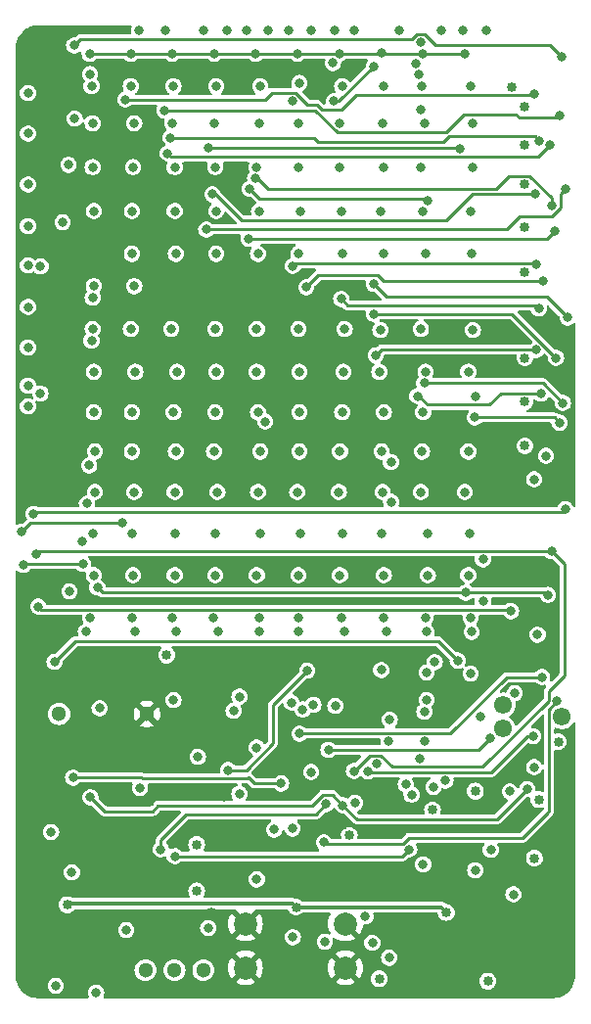
<source format=gbr>
%TF.GenerationSoftware,KiCad,Pcbnew,7.0.1*%
%TF.CreationDate,2023-08-02T19:59:42+02:00*%
%TF.ProjectId,PicBytesMicro,50696342-7974-4657-934d-6963726f2e6b,rev?*%
%TF.SameCoordinates,Original*%
%TF.FileFunction,Copper,L3,Inr*%
%TF.FilePolarity,Positive*%
%FSLAX46Y46*%
G04 Gerber Fmt 4.6, Leading zero omitted, Abs format (unit mm)*
G04 Created by KiCad (PCBNEW 7.0.1) date 2023-08-02 19:59:42*
%MOMM*%
%LPD*%
G01*
G04 APERTURE LIST*
%TA.AperFunction,ComponentPad*%
%ADD10C,1.550000*%
%TD*%
%TA.AperFunction,ComponentPad*%
%ADD11C,2.000000*%
%TD*%
%TA.AperFunction,ComponentPad*%
%ADD12C,1.300000*%
%TD*%
%TA.AperFunction,ViaPad*%
%ADD13C,0.850000*%
%TD*%
%TA.AperFunction,ViaPad*%
%ADD14C,0.800000*%
%TD*%
%TA.AperFunction,Conductor*%
%ADD15C,0.250000*%
%TD*%
%TA.AperFunction,Conductor*%
%ADD16C,0.350000*%
%TD*%
G04 APERTURE END LIST*
D10*
%TO.N,N/C*%
%TO.C,ICSP*%
X160310000Y-106135000D03*
X155230000Y-107151000D03*
X155230000Y-105119000D03*
%TD*%
D11*
%TO.N,Vgnd_main*%
%TO.C,J_USB_C1*%
X141570000Y-127850000D03*
X132930000Y-127850000D03*
X132930000Y-124050000D03*
X141570000Y-124050000D03*
%TD*%
D12*
%TO.N,Net-(LS1-+)*%
%TO.C,LS1*%
X116800000Y-105900000D03*
%TO.N,Vgnd_main*%
X124400000Y-105900000D03*
%TD*%
%TO.N,BAT+*%
%TO.C,SW_Toggle1*%
X124275000Y-128050000D03*
%TO.N,Net-(IC1-EN)*%
X126775000Y-128050000D03*
%TO.N,unconnected-(SW_Toggle1-Pad3)*%
X129275000Y-128050000D03*
%TD*%
D13*
%TO.N,Vcc_main*%
X128700000Y-117200000D03*
D14*
%TO.N,Net-(IC1-EN)*%
X147100000Y-117600000D03*
X126800000Y-118200000D03*
%TO.N,Net-(PIC18F45K1-RA6)*%
X128800000Y-109600000D03*
X132400000Y-104400000D03*
D13*
%TO.N,Vgnd_main*%
X130000000Y-123100000D03*
X115175500Y-81800000D03*
X124600000Y-113500000D03*
X154300000Y-123300000D03*
X150500000Y-113900000D03*
X130700000Y-105700000D03*
X160000000Y-114700000D03*
X157700000Y-104600000D03*
X135100000Y-125800000D03*
X157900000Y-126500000D03*
X155296365Y-111271365D03*
X133200000Y-115900000D03*
X131100000Y-113100000D03*
X141343765Y-115510024D03*
X115800000Y-100200000D03*
X119600000Y-119900000D03*
%TO.N,BMS_Vcc*%
X117500000Y-122400000D03*
X150300000Y-123050498D03*
X153900000Y-129000000D03*
X137300000Y-122600000D03*
D14*
%TO.N,Net-(PIC18F45K1-RA7)*%
X131897655Y-105625500D03*
X126700000Y-104700000D03*
D13*
%TO.N,Vcc_main*%
X158300000Y-113300000D03*
X157100000Y-78900000D03*
X157100000Y-75100000D03*
X157924502Y-118368492D03*
X157100000Y-63800000D03*
X155975000Y-51650000D03*
X160000000Y-108300000D03*
X128700000Y-121200000D03*
X157100000Y-60100000D03*
X157100000Y-82700000D03*
X157100000Y-67700000D03*
X157100000Y-56700000D03*
X141900000Y-116400000D03*
X152818533Y-112568230D03*
X149100000Y-114200000D03*
X157100000Y-53400000D03*
D14*
%TO.N,Net-(IC1-SW)*%
X148300000Y-118900000D03*
X152800000Y-119400000D03*
D13*
%TO.N,BAT+*%
X126100000Y-100800000D03*
X144500000Y-128800000D03*
D14*
%TO.N,Net-(IC1-FB)*%
X154150498Y-117650500D03*
X156100000Y-121500000D03*
%TO.N,Net-(J_USB_C1-CC1)*%
X139800000Y-125600000D03*
%TO.N,Net-(J_USB_C1-CC2)*%
X137025500Y-125200000D03*
%TO.N,Net-(LED_Green_bms1-K)*%
X116500000Y-129400000D03*
%TO.N,C1*%
X122539334Y-52750792D03*
X157900000Y-52300000D03*
%TO.N,R0*%
X148289609Y-48808229D03*
X133813320Y-48799502D03*
X126569461Y-48799502D03*
X137431659Y-48798150D03*
X151938602Y-48764736D03*
X130235931Y-48799502D03*
X123000000Y-48799502D03*
X119446096Y-48799501D03*
X144696586Y-48739891D03*
X141053562Y-48776982D03*
%TO.N,R1*%
X119600000Y-51600000D03*
X144900000Y-51600000D03*
X130400000Y-51600000D03*
X152400000Y-51600000D03*
X134200000Y-51600000D03*
X141300000Y-51600000D03*
X126700000Y-51600000D03*
X123000000Y-51600000D03*
X137600500Y-51324500D03*
X148200000Y-51600000D03*
%TO.N,R2*%
X152600000Y-54800000D03*
X137500000Y-54800000D03*
X130200000Y-54800000D03*
X148400000Y-54800000D03*
X126600000Y-54800000D03*
X144800000Y-54800000D03*
X141100000Y-54800000D03*
X123300000Y-54800000D03*
X119700000Y-54800000D03*
X134100000Y-54800000D03*
%TO.N,R3*%
X144900000Y-58600000D03*
X133900000Y-58600000D03*
X126800000Y-58600000D03*
X119700000Y-58600000D03*
X130300000Y-58600000D03*
X123200000Y-58600000D03*
X152600000Y-58600000D03*
X137500000Y-58600000D03*
X148100000Y-58600000D03*
X141100000Y-58600000D03*
%TO.N,R4*%
X137700000Y-62400000D03*
X126800000Y-62400000D03*
X152400000Y-62400000D03*
X134100000Y-62400000D03*
X144600000Y-62400000D03*
X141200000Y-62400000D03*
X119800000Y-62400000D03*
X148300000Y-62400000D03*
X123100000Y-62400000D03*
X130400000Y-62400000D03*
%TO.N,R5*%
X126900000Y-66100000D03*
X130400000Y-66100000D03*
X134000000Y-66100000D03*
X144900000Y-66100000D03*
X119800000Y-68900000D03*
X137500000Y-66100000D03*
X123100000Y-66100000D03*
X148500000Y-66100000D03*
X152500000Y-66100000D03*
X123300000Y-68900000D03*
X141300000Y-66100000D03*
%TO.N,R6*%
X123000000Y-72600000D03*
X152600000Y-72700000D03*
X130300000Y-72600000D03*
X133900000Y-72600000D03*
X144600000Y-72700000D03*
X148100000Y-72600000D03*
X141500000Y-72600000D03*
X119700000Y-72600000D03*
X137500000Y-72600000D03*
X126500000Y-72600000D03*
%TO.N,R7*%
X137600000Y-76300000D03*
X141400000Y-76300000D03*
X119800000Y-76300000D03*
X152200000Y-76300000D03*
X123400000Y-76300000D03*
X130400000Y-76300000D03*
X127000000Y-76300000D03*
X148500000Y-76300000D03*
X144500000Y-76300000D03*
X133900000Y-76300000D03*
%TO.N,R8*%
X137600000Y-79800000D03*
X119800000Y-79800000D03*
X123100000Y-79800000D03*
X152847546Y-78432263D03*
X126700000Y-79800000D03*
X141300000Y-79800000D03*
X148300000Y-79800000D03*
X144900000Y-79800000D03*
X134000000Y-79800000D03*
X130300000Y-79800000D03*
%TO.N,R9*%
X148200000Y-83200000D03*
X130200000Y-83200000D03*
X141100000Y-83200000D03*
X152200000Y-83200000D03*
X119900000Y-83200000D03*
X134200000Y-83200000D03*
X144700000Y-83200000D03*
X126900000Y-83200000D03*
X123100000Y-83200000D03*
X137600000Y-83200000D03*
%TO.N,R10*%
X123300000Y-86700000D03*
X119900000Y-86700000D03*
X148100000Y-86700000D03*
X113575500Y-90127839D03*
X141000000Y-86700000D03*
X122277309Y-89400000D03*
X134000000Y-86700000D03*
X137400000Y-86700000D03*
X144800000Y-86700000D03*
X126800000Y-86700000D03*
X130500000Y-86700000D03*
X151900000Y-86700000D03*
%TO.N,R11*%
X137700000Y-90300000D03*
X141300000Y-90300000D03*
X144700000Y-90300000D03*
X126800000Y-90300000D03*
X148700000Y-90300000D03*
X123100000Y-90300000D03*
X152300000Y-90300000D03*
X119700000Y-90300000D03*
X130300000Y-90300000D03*
X134200000Y-90300000D03*
X113700000Y-93000000D03*
X118848673Y-92922162D03*
%TO.N,R12*%
X133900000Y-93900000D03*
X137500000Y-93900000D03*
X126800000Y-93900000D03*
X119800000Y-93900000D03*
X144900000Y-93900000D03*
X148700000Y-93900000D03*
X130300000Y-93900000D03*
X123200000Y-93900000D03*
X141100000Y-93900000D03*
X153466548Y-92524500D03*
X152200000Y-93900000D03*
%TO.N,R13*%
X148500000Y-97600000D03*
X134100000Y-97600000D03*
X123100000Y-97600000D03*
X130100000Y-97600000D03*
X126600000Y-97600000D03*
X141200000Y-97600000D03*
X152400000Y-97600000D03*
X137500000Y-97600000D03*
X119500000Y-97600000D03*
X144900000Y-97600000D03*
X153466548Y-96124500D03*
%TO.N,R14*%
X123400000Y-98800000D03*
X130600000Y-98800000D03*
X119100000Y-98800000D03*
X145100000Y-98800000D03*
X148600000Y-98800000D03*
X134100000Y-98800000D03*
X137500000Y-98800000D03*
X126900000Y-98800000D03*
X152500000Y-98800000D03*
X141500000Y-98800000D03*
%TO.N,R15*%
X152400000Y-102400000D03*
%TO.N,C2*%
X126452063Y-56052063D03*
X158373715Y-56324500D03*
%TO.N,C3*%
X158000000Y-60900000D03*
X130048698Y-60951302D03*
%TO.N,C4*%
X133759582Y-59589589D03*
X159400000Y-61900000D03*
%TO.N,C5*%
X137024899Y-67145731D03*
X158100000Y-67000000D03*
%TO.N,C6*%
X141200000Y-70000000D03*
X158300000Y-70800000D03*
%TO.N,C7*%
X144193941Y-74867377D03*
X158087701Y-74412299D03*
%TO.N,C8*%
X158500000Y-78200000D03*
X147800000Y-78400000D03*
%TO.N,C9*%
X160100000Y-80700000D03*
X152768873Y-80255725D03*
%TO.N,C10*%
X157900000Y-85600000D03*
%TO.N,Net-(LED_RED_bms1-K)*%
X120000000Y-130000000D03*
%TO.N,P_CC10*%
X147692645Y-49609877D03*
X144665179Y-102098992D03*
%TO.N,P_CC5*%
X137886643Y-105505937D03*
X136700000Y-46799500D03*
%TO.N,P_CC6*%
X140600000Y-46799500D03*
X140700000Y-105200000D03*
%TO.N,P_CC7*%
X144036135Y-49875500D03*
X140558538Y-52908441D03*
X138800000Y-105100000D03*
%TO.N,P_CC8*%
X136900000Y-104900000D03*
X136963547Y-52883698D03*
X148064476Y-53650520D03*
X148085349Y-47829821D03*
%TO.N,Buzzer*%
X138259811Y-102151627D03*
X131400000Y-110745000D03*
%TO.N,Net-(Q11-Pad2)*%
X155900000Y-97000000D03*
X115000000Y-96600000D03*
%TO.N,P_UN*%
X133900000Y-108800000D03*
X134633340Y-80599012D03*
%TO.N,P_DN*%
X158600000Y-102700000D03*
X137600000Y-107600000D03*
%TO.N,S_b*%
X140100000Y-109000000D03*
X154125308Y-107969067D03*
%TO.N,S_a*%
X144300000Y-110200000D03*
X145350296Y-126974302D03*
%TO.N,S_right*%
X137000000Y-115800000D03*
X133900000Y-120200000D03*
%TO.N,S_left*%
X118000000Y-111400000D03*
X136006755Y-111906755D03*
X117900000Y-119600000D03*
%TO.N,S_down*%
X132400000Y-112800000D03*
X129700000Y-124400000D03*
X138602551Y-110911981D03*
%TO.N,S_up*%
X125600000Y-117600000D03*
X139900000Y-113700000D03*
%TO.N,MCLR*%
X139700000Y-117000000D03*
X159900000Y-104800000D03*
%TO.N,P_CR7*%
X158200000Y-99041606D03*
X115180257Y-78171201D03*
X119500000Y-113100000D03*
X141349500Y-113794194D03*
X157300000Y-112400000D03*
%TO.N,P_CR6*%
X119599500Y-73612196D03*
X152000000Y-95400000D03*
X149200000Y-112200000D03*
X142400000Y-113600000D03*
X120114457Y-94965877D03*
X159100000Y-95600000D03*
%TO.N,P_CR5*%
X142300000Y-110824500D03*
X114800000Y-92100000D03*
X159400000Y-91800000D03*
X119700000Y-69900000D03*
%TO.N,P_CR4*%
X114600000Y-88600000D03*
X115192062Y-67188113D03*
X147295892Y-112867811D03*
X160600000Y-88200000D03*
%TO.N,ICSPDA*%
X157800000Y-107800000D03*
X143541121Y-110850468D03*
%TO.N,ICSPCLK*%
X153275500Y-106100000D03*
X146800000Y-112000000D03*
X156225500Y-104100000D03*
%TO.N,P_CR3*%
X151289077Y-101274664D03*
X117700000Y-95300000D03*
X150229107Y-111649500D03*
X117100500Y-63383439D03*
X116400000Y-101400000D03*
%TO.N,P_CR2*%
X148012497Y-109732262D03*
X118800000Y-90991165D03*
X117600000Y-58400000D03*
X120300000Y-105400000D03*
%TO.N,P_CR1*%
X145527074Y-87555004D03*
X148400000Y-108275500D03*
X118150500Y-54402835D03*
X119200000Y-87700000D03*
%TO.N,P_CR0*%
X145300000Y-108275500D03*
X119400000Y-84400000D03*
X145507979Y-84097484D03*
X119479602Y-50559701D03*
%TO.N,P_CC1*%
X147900000Y-50600000D03*
X148400000Y-105700000D03*
%TO.N,P_CC2*%
X140495736Y-49606340D03*
X145400000Y-106400000D03*
%TO.N,P_CC3*%
X148600000Y-104700000D03*
X129300000Y-46800000D03*
X129687169Y-56904128D03*
X151489378Y-57005745D03*
%TO.N,P_CC4*%
X148600000Y-102300000D03*
X133000000Y-46800000D03*
X148705937Y-61486643D03*
X133311271Y-60488696D03*
%TO.N,P_CC9*%
X151700000Y-46800000D03*
X149298674Y-101409663D03*
%TO.N,Net-(Q10-Pad2)*%
X114100000Y-74200000D03*
X114100000Y-70700000D03*
X114100000Y-67100000D03*
X114100000Y-52200000D03*
X114100000Y-79300000D03*
X114100000Y-55700000D03*
X114100000Y-63700000D03*
X114100000Y-77500000D03*
X114100000Y-60100000D03*
%TO.N,Net-(Q4-Pad1)*%
X118100000Y-48075001D03*
X160300000Y-49100000D03*
%TO.N,Net-(Q5-Pad1)*%
X158712299Y-68487701D03*
X138177236Y-68991516D03*
X138600000Y-46799500D03*
%TO.N,Net-(Q8-Pad1)*%
X123700000Y-46800000D03*
X125903780Y-53700000D03*
X160100000Y-54100000D03*
%TO.N,Net-(Q9-Pad1)*%
X160800000Y-71600000D03*
X142300000Y-46799500D03*
X144036135Y-68700000D03*
%TO.N,Net-(Q16-Pad1)*%
X126200000Y-57400000D03*
X126000000Y-46805016D03*
X159300000Y-56700000D03*
%TO.N,Net-(Q17-Pad1)*%
X146200000Y-46805016D03*
X144036135Y-71300000D03*
X159800000Y-75100000D03*
%TO.N,Net-(R_10K_2-Pad2)*%
X116100000Y-116100000D03*
%TO.N,Net-(Q22-Pad1)*%
X160600000Y-60500000D03*
X129530251Y-64000000D03*
X131283498Y-46800000D03*
%TO.N,Net-(Q23-Pad1)*%
X160400000Y-79000000D03*
X148389623Y-77293389D03*
X149900000Y-46799500D03*
%TO.N,Net-(R_10K_4-Pad2)*%
X122600000Y-124600000D03*
%TO.N,Net-(Q26-Pad1)*%
X159700000Y-64100000D03*
X133200000Y-64800000D03*
X134900000Y-46799500D03*
%TO.N,Net-(Q27-Pad1)*%
X158923173Y-83567518D03*
X153750163Y-46799500D03*
%TO.N,Net-(R_10K_5-Pad2)*%
X123800000Y-112300000D03*
%TO.N,Net-(R_10K_8-Pad2)*%
X135400000Y-115900000D03*
%TO.N,Net-(R_10K_10-Pad2)*%
X155800000Y-112600000D03*
X157900000Y-110496865D03*
%TO.N,Net-(R_10K_11-Pad2)*%
X143900000Y-125700000D03*
X143300000Y-123400000D03*
%TD*%
D15*
%TO.N,Net-(IC1-EN)*%
X146500000Y-118200000D02*
X147100000Y-117600000D01*
X126800000Y-118200000D02*
X146500000Y-118200000D01*
D16*
%TO.N,BMS_Vcc*%
X117600000Y-122300000D02*
X117500000Y-122400000D01*
X150300000Y-123050498D02*
X149849502Y-122600000D01*
X149849502Y-122600000D02*
X137300000Y-122600000D01*
X137000000Y-122300000D02*
X117600000Y-122300000D01*
X137300000Y-122600000D02*
X137000000Y-122300000D01*
D15*
%TO.N,C1*%
X135241302Y-52158698D02*
X134600000Y-52800000D01*
X141266559Y-53633441D02*
X139544532Y-53633441D01*
X157900000Y-52300000D02*
X157800000Y-52400000D01*
X134600000Y-52800000D02*
X122588542Y-52800000D01*
X138400000Y-53200000D02*
X138305154Y-53200000D01*
X139111091Y-53200000D02*
X138400000Y-53200000D01*
X137263852Y-52158698D02*
X135241302Y-52158698D01*
X139544532Y-53633441D02*
X139111091Y-53200000D01*
X157800000Y-52400000D02*
X142500000Y-52400000D01*
X142500000Y-52400000D02*
X141266559Y-53633441D01*
X122588542Y-52800000D02*
X122539334Y-52750792D01*
X138305154Y-53200000D02*
X137263852Y-52158698D01*
%TO.N,R0*%
X119446096Y-48799501D02*
X151903837Y-48799501D01*
X151903837Y-48799501D02*
X151938602Y-48764736D01*
%TO.N,R10*%
X114303339Y-89400000D02*
X113575500Y-90127839D01*
X122277309Y-89400000D02*
X114303339Y-89400000D01*
%TO.N,R11*%
X113800000Y-92900000D02*
X113700000Y-93000000D01*
X118848673Y-92922162D02*
X118826511Y-92900000D01*
X118826511Y-92900000D02*
X113800000Y-92900000D01*
%TO.N,C2*%
X158373715Y-56324500D02*
X157999215Y-55950000D01*
X138850000Y-56100000D02*
X126500000Y-56100000D01*
X150550000Y-55950000D02*
X150050000Y-56450000D01*
X157999215Y-55950000D02*
X150800000Y-55950000D01*
X150800000Y-55950000D02*
X150550000Y-55950000D01*
X139200000Y-56450000D02*
X138850000Y-56100000D01*
X150050000Y-56450000D02*
X139200000Y-56450000D01*
X126500000Y-56100000D02*
X126452063Y-56052063D01*
%TO.N,C3*%
X132600000Y-63200000D02*
X130800000Y-61400000D01*
X150300000Y-63200000D02*
X132600000Y-63200000D01*
X130351302Y-60951302D02*
X130048698Y-60951302D01*
X157950000Y-60950000D02*
X152550000Y-60950000D01*
X152550000Y-60950000D02*
X150300000Y-63200000D01*
X158000000Y-60900000D02*
X157950000Y-60950000D01*
X130800000Y-61400000D02*
X130351302Y-60951302D01*
%TO.N,C4*%
X134900000Y-60500000D02*
X133989589Y-59589589D01*
X155750000Y-59350000D02*
X154600000Y-60500000D01*
X159400000Y-61274695D02*
X157475305Y-59350000D01*
X159400000Y-61900000D02*
X159400000Y-61274695D01*
X154600000Y-60500000D02*
X134900000Y-60500000D01*
X133989589Y-59589589D02*
X133759582Y-59589589D01*
X157475305Y-59350000D02*
X155750000Y-59350000D01*
%TO.N,C5*%
X158050000Y-66950000D02*
X137220630Y-66950000D01*
X137220630Y-66950000D02*
X137024899Y-67145731D01*
X158100000Y-67000000D02*
X158050000Y-66950000D01*
%TO.N,C6*%
X158075000Y-70575000D02*
X141775000Y-70575000D01*
X158300000Y-70800000D02*
X158075000Y-70575000D01*
X141775000Y-70575000D02*
X141200000Y-70000000D01*
%TO.N,C7*%
X158025402Y-74350000D02*
X144711318Y-74350000D01*
X144711318Y-74350000D02*
X144193941Y-74867377D01*
X158087701Y-74412299D02*
X158025402Y-74350000D01*
%TO.N,C8*%
X148682568Y-79157263D02*
X147925305Y-78400000D01*
X154042737Y-79157263D02*
X148682568Y-79157263D01*
X155050000Y-78150000D02*
X154042737Y-79157263D01*
X158500000Y-78200000D02*
X158450000Y-78150000D01*
X158450000Y-78150000D02*
X155050000Y-78150000D01*
X147925305Y-78400000D02*
X147800000Y-78400000D01*
%TO.N,C9*%
X159655725Y-80255725D02*
X160100000Y-80700000D01*
X152768873Y-80255725D02*
X159655725Y-80255725D01*
%TO.N,P_CC7*%
X141016864Y-52908441D02*
X140558538Y-52908441D01*
X144036135Y-49875500D02*
X144036135Y-49889170D01*
X144036135Y-49889170D02*
X141016864Y-52908441D01*
%TO.N,Buzzer*%
X135300000Y-105111438D02*
X135300000Y-108425305D01*
X132980305Y-110745000D02*
X131400000Y-110745000D01*
X135300000Y-108425305D02*
X132980305Y-110745000D01*
X138259811Y-102151627D02*
X135300000Y-105111438D01*
%TO.N,Net-(Q11-Pad2)*%
X115275000Y-96875000D02*
X115000000Y-96600000D01*
X155775000Y-96875000D02*
X115275000Y-96875000D01*
X155900000Y-97000000D02*
X155775000Y-96875000D01*
%TO.N,P_DN*%
X137649500Y-107550500D02*
X150649500Y-107550500D01*
X150649500Y-107550500D02*
X155500000Y-102700000D01*
X137600000Y-107600000D02*
X137649500Y-107550500D01*
X155500000Y-102700000D02*
X158600000Y-102700000D01*
%TO.N,S_b*%
X152000000Y-109000000D02*
X153094375Y-109000000D01*
X140100000Y-109000000D02*
X152000000Y-109000000D01*
X153094375Y-109000000D02*
X154125308Y-107969067D01*
%TO.N,S_left*%
X133130000Y-111470000D02*
X123995305Y-111470000D01*
X123995305Y-111470000D02*
X123925305Y-111400000D01*
X133706755Y-111906755D02*
X133200000Y-111400000D01*
X133200000Y-111400000D02*
X133130000Y-111470000D01*
X136006755Y-111906755D02*
X133706755Y-111906755D01*
X123925305Y-111400000D02*
X118000000Y-111400000D01*
%TO.N,S_up*%
X139900000Y-113700000D02*
X139000000Y-114600000D01*
X127800000Y-114600000D02*
X125600000Y-116800000D01*
X139000000Y-114600000D02*
X127800000Y-114600000D01*
X125600000Y-116800000D02*
X125600000Y-117600000D01*
%TO.N,MCLR*%
X147074695Y-116600000D02*
X156894470Y-116600000D01*
X156894470Y-116600000D02*
X158995392Y-114499078D01*
X139850000Y-117150000D02*
X146524695Y-117150000D01*
X159210000Y-114284470D02*
X158995392Y-114499078D01*
X146524695Y-117150000D02*
X147074695Y-116600000D01*
X159210000Y-105490000D02*
X159210000Y-114284470D01*
X159900000Y-104800000D02*
X159210000Y-105490000D01*
X139700000Y-117000000D02*
X139850000Y-117150000D01*
%TO.N,P_CR7*%
X154700000Y-115000000D02*
X157300000Y-112400000D01*
X139600000Y-112900000D02*
X140455306Y-112900000D01*
X119500000Y-113100000D02*
X120700000Y-114300000D01*
X138650000Y-113850000D02*
X139600000Y-112900000D01*
X124860661Y-114300000D02*
X125310661Y-113850000D01*
X141349500Y-113794194D02*
X142555306Y-115000000D01*
X120700000Y-114300000D02*
X124860661Y-114300000D01*
X140455306Y-112900000D02*
X141349500Y-113794194D01*
X142555306Y-115000000D02*
X154700000Y-115000000D01*
X125310661Y-113850000D02*
X138650000Y-113850000D01*
%TO.N,P_CR6*%
X120548580Y-95400000D02*
X120114457Y-94965877D01*
X158900000Y-95400000D02*
X159100000Y-95600000D01*
X152000000Y-95400000D02*
X120548580Y-95400000D01*
X152000000Y-95400000D02*
X158900000Y-95400000D01*
%TO.N,P_CR5*%
X153461940Y-110474695D02*
X159175000Y-104761635D01*
X159175000Y-103925000D02*
X160500000Y-102600000D01*
X144600000Y-109475000D02*
X144600305Y-109475000D01*
X159400000Y-91800000D02*
X115100000Y-91800000D01*
X159175000Y-104761635D02*
X159175000Y-103925000D01*
X160500000Y-102600000D02*
X160500000Y-92900000D01*
X145600000Y-110474695D02*
X153461940Y-110474695D01*
X142300000Y-110824500D02*
X143649500Y-109475000D01*
X115100000Y-91800000D02*
X114800000Y-92100000D01*
X143649500Y-109475000D02*
X144600000Y-109475000D01*
X160500000Y-92900000D02*
X159400000Y-91800000D01*
X144600305Y-109475000D02*
X145600000Y-110474695D01*
%TO.N,P_CR4*%
X114775000Y-88425000D02*
X114600000Y-88600000D01*
X160375000Y-88425000D02*
X114775000Y-88425000D01*
X160600000Y-88200000D02*
X160375000Y-88425000D01*
%TO.N,ICSPDA*%
X157300000Y-107800000D02*
X157800000Y-107800000D01*
X143615653Y-110925000D02*
X154175000Y-110925000D01*
X154175000Y-110925000D02*
X157300000Y-107800000D01*
X143541121Y-110850468D02*
X143615653Y-110925000D01*
%TO.N,P_CR3*%
X149614413Y-99600000D02*
X118200000Y-99600000D01*
X151289077Y-101274664D02*
X149614413Y-99600000D01*
X118200000Y-99600000D02*
X116400000Y-101400000D01*
%TO.N,P_CC3*%
X151489378Y-57005745D02*
X151383633Y-56900000D01*
X129691297Y-56900000D02*
X129687169Y-56904128D01*
X151383633Y-56900000D02*
X129691297Y-56900000D01*
%TO.N,P_CC4*%
X148300000Y-61300000D02*
X148519294Y-61300000D01*
X134122575Y-61300000D02*
X133311271Y-60488696D01*
X148519294Y-61300000D02*
X148705937Y-61486643D01*
X148300000Y-61300000D02*
X134122575Y-61300000D01*
%TO.N,Net-(Q4-Pad1)*%
X118645485Y-47529516D02*
X118100000Y-48075001D01*
X149320569Y-48039736D02*
X148385654Y-47104821D01*
X159239736Y-48039736D02*
X149320569Y-48039736D01*
X148385654Y-47104821D02*
X147785044Y-47104821D01*
X160300000Y-49100000D02*
X159239736Y-48039736D01*
X147360349Y-47529516D02*
X118645485Y-47529516D01*
X147785044Y-47104821D02*
X147360349Y-47529516D01*
%TO.N,Net-(Q5-Pad1)*%
X144849141Y-68487701D02*
X144336440Y-67975000D01*
X158712299Y-68487701D02*
X144849141Y-68487701D01*
X144336440Y-67975000D02*
X139193752Y-67975000D01*
X139193752Y-67975000D02*
X138177236Y-68991516D01*
%TO.N,Net-(Q8-Pad1)*%
X138974695Y-53700000D02*
X140874695Y-55600000D01*
X140874695Y-55600000D02*
X150263604Y-55600000D01*
X156600000Y-54300000D02*
X159900000Y-54300000D01*
X159900000Y-54300000D02*
X160100000Y-54100000D01*
X150263604Y-55600000D02*
X151833273Y-54030331D01*
X151833273Y-54030331D02*
X156330331Y-54030331D01*
X156330331Y-54030331D02*
X156600000Y-54300000D01*
X125903780Y-53700000D02*
X138974695Y-53700000D01*
%TO.N,Net-(Q9-Pad1)*%
X159000000Y-69800000D02*
X145136135Y-69800000D01*
X145136135Y-69800000D02*
X144036135Y-68700000D01*
X160800000Y-71600000D02*
X159000000Y-69800000D01*
%TO.N,Net-(Q16-Pad1)*%
X126200000Y-57400000D02*
X126530745Y-57730745D01*
X126530745Y-57730745D02*
X158269255Y-57730745D01*
X158269255Y-57730745D02*
X159300000Y-56700000D01*
%TO.N,Net-(Q17-Pad1)*%
X156000000Y-71300000D02*
X159800000Y-75100000D01*
X144036135Y-71300000D02*
X156000000Y-71300000D01*
%TO.N,Net-(Q22-Pad1)*%
X156600000Y-62900000D02*
X159425305Y-62900000D01*
X159425305Y-62900000D02*
X160200000Y-62125305D01*
X155500000Y-64000000D02*
X156600000Y-62900000D01*
X160200000Y-60900000D02*
X160600000Y-60500000D01*
X160200000Y-61100000D02*
X160200000Y-60900000D01*
X129530251Y-64000000D02*
X155500000Y-64000000D01*
X160200000Y-62125305D02*
X160200000Y-61100000D01*
%TO.N,Net-(Q23-Pad1)*%
X148389623Y-77293389D02*
X158693389Y-77293389D01*
X158693389Y-77293389D02*
X160400000Y-79000000D01*
%TO.N,Net-(Q26-Pad1)*%
X159000000Y-64800000D02*
X159700000Y-64100000D01*
X133200000Y-64800000D02*
X159000000Y-64800000D01*
%TD*%
%TA.AperFunction,Conductor*%
%TO.N,Vgnd_main*%
G36*
X152723515Y-92244696D02*
G01*
X152769269Y-92296342D01*
X152780337Y-92364447D01*
X152760902Y-92524499D01*
X152781408Y-92693372D01*
X152841730Y-92852430D01*
X152938363Y-92992427D01*
X152938364Y-92992428D01*
X152938365Y-92992429D01*
X153065696Y-93105234D01*
X153216323Y-93184290D01*
X153381492Y-93225000D01*
X153551603Y-93225000D01*
X153551604Y-93225000D01*
X153716773Y-93184290D01*
X153867400Y-93105234D01*
X153994731Y-92992429D01*
X154091366Y-92852430D01*
X154151688Y-92693372D01*
X154172193Y-92524500D01*
X154168950Y-92497791D01*
X154152759Y-92364447D01*
X154163827Y-92296342D01*
X154209581Y-92244696D01*
X154275855Y-92225500D01*
X158777450Y-92225500D01*
X158835067Y-92239699D01*
X158858401Y-92260366D01*
X158860547Y-92257944D01*
X158871815Y-92267927D01*
X158871817Y-92267929D01*
X158999148Y-92380734D01*
X159149775Y-92459790D01*
X159314944Y-92500500D01*
X159314945Y-92500500D01*
X159447390Y-92500500D01*
X159494843Y-92509939D01*
X159535071Y-92536819D01*
X160038181Y-93039929D01*
X160065061Y-93080157D01*
X160074500Y-93127610D01*
X160074500Y-102372390D01*
X160065061Y-102419843D01*
X160038181Y-102460071D01*
X159483286Y-103014965D01*
X159425280Y-103047681D01*
X159358714Y-103045669D01*
X159302789Y-103009511D01*
X159273636Y-102949635D01*
X159279662Y-102883314D01*
X159285140Y-102868872D01*
X159305645Y-102700000D01*
X159285140Y-102531128D01*
X159224818Y-102372070D01*
X159136606Y-102244274D01*
X159128184Y-102232072D01*
X159128183Y-102232071D01*
X159000852Y-102119266D01*
X158983508Y-102110163D01*
X158850224Y-102040209D01*
X158725764Y-102009533D01*
X158685056Y-101999500D01*
X158514944Y-101999500D01*
X158482284Y-102007549D01*
X158349775Y-102040209D01*
X158199149Y-102119265D01*
X158180645Y-102135658D01*
X158071817Y-102232071D01*
X158071815Y-102232072D01*
X158060547Y-102242056D01*
X158058401Y-102239633D01*
X158035067Y-102260301D01*
X157977450Y-102274500D01*
X155432606Y-102274500D01*
X155409639Y-102281962D01*
X155390723Y-102286503D01*
X155366874Y-102290280D01*
X155345356Y-102301244D01*
X155327387Y-102308687D01*
X155304419Y-102316150D01*
X155284880Y-102330346D01*
X155268293Y-102340510D01*
X155246779Y-102351471D01*
X155164224Y-102434023D01*
X155164219Y-102434032D01*
X150509571Y-107088681D01*
X150469343Y-107115561D01*
X150421890Y-107125000D01*
X145964970Y-107125000D01*
X145907344Y-107110796D01*
X145862920Y-107071440D01*
X145841874Y-107015946D01*
X145849028Y-106957028D01*
X145882740Y-106908187D01*
X145928183Y-106867929D01*
X146024818Y-106727930D01*
X146085140Y-106568872D01*
X146105645Y-106400000D01*
X146085140Y-106231128D01*
X146024818Y-106072070D01*
X145931262Y-105936531D01*
X145928184Y-105932072D01*
X145928183Y-105932071D01*
X145800852Y-105819266D01*
X145753421Y-105794372D01*
X145650224Y-105740209D01*
X145525764Y-105709533D01*
X145487085Y-105700000D01*
X147694354Y-105700000D01*
X147714860Y-105868872D01*
X147775182Y-106027930D01*
X147871815Y-106167927D01*
X147871816Y-106167928D01*
X147871817Y-106167929D01*
X147999148Y-106280734D01*
X148149775Y-106359790D01*
X148314944Y-106400500D01*
X148485055Y-106400500D01*
X148485056Y-106400500D01*
X148650225Y-106359790D01*
X148800852Y-106280734D01*
X148928183Y-106167929D01*
X149024818Y-106027930D01*
X149085140Y-105868872D01*
X149105645Y-105700000D01*
X149085140Y-105531128D01*
X149083927Y-105527930D01*
X149023214Y-105367839D01*
X149015257Y-105318875D01*
X149027128Y-105270710D01*
X149056926Y-105231056D01*
X149128183Y-105167929D01*
X149224818Y-105027930D01*
X149285140Y-104868872D01*
X149305645Y-104700000D01*
X149285140Y-104531128D01*
X149224818Y-104372070D01*
X149153585Y-104268872D01*
X149128184Y-104232072D01*
X149128183Y-104232071D01*
X149000852Y-104119266D01*
X148964144Y-104100000D01*
X148850224Y-104040209D01*
X148725764Y-104009533D01*
X148685056Y-103999500D01*
X148514944Y-103999500D01*
X148482284Y-104007549D01*
X148349775Y-104040209D01*
X148199149Y-104119265D01*
X148071815Y-104232072D01*
X147975182Y-104372069D01*
X147914860Y-104531127D01*
X147894354Y-104699999D01*
X147914860Y-104868874D01*
X147976785Y-105032160D01*
X147984742Y-105081123D01*
X147972871Y-105129288D01*
X147943071Y-105168945D01*
X147871816Y-105232071D01*
X147775182Y-105372069D01*
X147714860Y-105531127D01*
X147694354Y-105700000D01*
X145487085Y-105700000D01*
X145485056Y-105699500D01*
X145314944Y-105699500D01*
X145282284Y-105707549D01*
X145149775Y-105740209D01*
X144999149Y-105819265D01*
X144871815Y-105932072D01*
X144775182Y-106072069D01*
X144714860Y-106231127D01*
X144694354Y-106400000D01*
X144714860Y-106568872D01*
X144775182Y-106727930D01*
X144871815Y-106867927D01*
X144871816Y-106867928D01*
X144871817Y-106867929D01*
X144917259Y-106908187D01*
X144950972Y-106957028D01*
X144958126Y-107015946D01*
X144937080Y-107071440D01*
X144892656Y-107110796D01*
X144835030Y-107125000D01*
X138167228Y-107125000D01*
X138123257Y-107116942D01*
X138085001Y-107093815D01*
X138000852Y-107019266D01*
X137850226Y-106940210D01*
X137767640Y-106919854D01*
X137685056Y-106899500D01*
X137514944Y-106899500D01*
X137489148Y-106905858D01*
X137349775Y-106940209D01*
X137199149Y-107019265D01*
X137071815Y-107132072D01*
X136975182Y-107272069D01*
X136914860Y-107431127D01*
X136894354Y-107600000D01*
X136914860Y-107768872D01*
X136975182Y-107927930D01*
X137071815Y-108067927D01*
X137071816Y-108067928D01*
X137071817Y-108067929D01*
X137199148Y-108180734D01*
X137349775Y-108259790D01*
X137514944Y-108300500D01*
X137685055Y-108300500D01*
X137685056Y-108300500D01*
X137850225Y-108259790D01*
X138000852Y-108180734D01*
X138128183Y-108067929D01*
X138154667Y-108029559D01*
X138199091Y-107990203D01*
X138256717Y-107976000D01*
X144490754Y-107976000D01*
X144557028Y-107995196D01*
X144602782Y-108046842D01*
X144613850Y-108114947D01*
X144594354Y-108275500D01*
X144613789Y-108435553D01*
X144602721Y-108503658D01*
X144556967Y-108555304D01*
X144490693Y-108574500D01*
X140722550Y-108574500D01*
X140664933Y-108560301D01*
X140641598Y-108539633D01*
X140639453Y-108542056D01*
X140628184Y-108532072D01*
X140628183Y-108532071D01*
X140500852Y-108419266D01*
X140445274Y-108390096D01*
X140350224Y-108340209D01*
X140225765Y-108309533D01*
X140185056Y-108299500D01*
X140014944Y-108299500D01*
X139982284Y-108307549D01*
X139849775Y-108340209D01*
X139699149Y-108419265D01*
X139571815Y-108532072D01*
X139475182Y-108672069D01*
X139414860Y-108831127D01*
X139394354Y-108999999D01*
X139414860Y-109168872D01*
X139475182Y-109327930D01*
X139571815Y-109467927D01*
X139571816Y-109467928D01*
X139571817Y-109467929D01*
X139699148Y-109580734D01*
X139849775Y-109659790D01*
X140014944Y-109700500D01*
X140185055Y-109700500D01*
X140185056Y-109700500D01*
X140350225Y-109659790D01*
X140500852Y-109580734D01*
X140628183Y-109467929D01*
X140628184Y-109467927D01*
X140639453Y-109457944D01*
X140641598Y-109460366D01*
X140664933Y-109439699D01*
X140722550Y-109425500D01*
X142797891Y-109425500D01*
X142854186Y-109439015D01*
X142898209Y-109476615D01*
X142920364Y-109530102D01*
X142915822Y-109587818D01*
X142885572Y-109637180D01*
X142621618Y-109901134D01*
X142435071Y-110087681D01*
X142394843Y-110114561D01*
X142347390Y-110124000D01*
X142214944Y-110124000D01*
X142182284Y-110132049D01*
X142049775Y-110164709D01*
X141899149Y-110243765D01*
X141771815Y-110356572D01*
X141675182Y-110496569D01*
X141614860Y-110655627D01*
X141594354Y-110824500D01*
X141614860Y-110993372D01*
X141675182Y-111152430D01*
X141771815Y-111292427D01*
X141771816Y-111292428D01*
X141771817Y-111292429D01*
X141899148Y-111405234D01*
X142049775Y-111484290D01*
X142214944Y-111525000D01*
X142385055Y-111525000D01*
X142385056Y-111525000D01*
X142550225Y-111484290D01*
X142700852Y-111405234D01*
X142826942Y-111293527D01*
X142889275Y-111263950D01*
X142957770Y-111272266D01*
X143011216Y-111315903D01*
X143012935Y-111318394D01*
X143012937Y-111318396D01*
X143012938Y-111318397D01*
X143140269Y-111431202D01*
X143290896Y-111510258D01*
X143456065Y-111550968D01*
X143626176Y-111550968D01*
X143626177Y-111550968D01*
X143791346Y-111510258D01*
X143941973Y-111431202D01*
X143977194Y-111399999D01*
X143997867Y-111381685D01*
X144036123Y-111358558D01*
X144080094Y-111350500D01*
X146160884Y-111350500D01*
X146225034Y-111368383D01*
X146270681Y-111416874D01*
X146284658Y-111481987D01*
X146262934Y-111544940D01*
X146175182Y-111672069D01*
X146114860Y-111831127D01*
X146094354Y-112000000D01*
X146114860Y-112168872D01*
X146175182Y-112327930D01*
X146271815Y-112467927D01*
X146271816Y-112467928D01*
X146271817Y-112467929D01*
X146399148Y-112580734D01*
X146413398Y-112588213D01*
X146535780Y-112652445D01*
X146574205Y-112683818D01*
X146597258Y-112727742D01*
X146601250Y-112777187D01*
X146590246Y-112867810D01*
X146610752Y-113036683D01*
X146671074Y-113195741D01*
X146767707Y-113335738D01*
X146767708Y-113335739D01*
X146767709Y-113335740D01*
X146895040Y-113448545D01*
X147045667Y-113527601D01*
X147210836Y-113568311D01*
X147380947Y-113568311D01*
X147380948Y-113568311D01*
X147546117Y-113527601D01*
X147696744Y-113448545D01*
X147824075Y-113335740D01*
X147920710Y-113195741D01*
X147981032Y-113036683D01*
X148001537Y-112867811D01*
X147981032Y-112698939D01*
X147920710Y-112539881D01*
X147828138Y-112405768D01*
X147824076Y-112399883D01*
X147795630Y-112374682D01*
X147696744Y-112287077D01*
X147636164Y-112255282D01*
X147560110Y-112215365D01*
X147521685Y-112183991D01*
X147498633Y-112140067D01*
X147494641Y-112090622D01*
X147503306Y-112019266D01*
X147505645Y-112000000D01*
X147485140Y-111831128D01*
X147424818Y-111672070D01*
X147337066Y-111544940D01*
X147315342Y-111481987D01*
X147329319Y-111416874D01*
X147374966Y-111368383D01*
X147439116Y-111350500D01*
X148808151Y-111350500D01*
X148871014Y-111367616D01*
X148916523Y-111414238D01*
X148932115Y-111477496D01*
X148913485Y-111539927D01*
X148865777Y-111584296D01*
X148799150Y-111619264D01*
X148671815Y-111732072D01*
X148575182Y-111872069D01*
X148514860Y-112031127D01*
X148494354Y-112200000D01*
X148514860Y-112368872D01*
X148575182Y-112527930D01*
X148671815Y-112667927D01*
X148671816Y-112667928D01*
X148671817Y-112667929D01*
X148799148Y-112780734D01*
X148949775Y-112859790D01*
X149114944Y-112900500D01*
X149285055Y-112900500D01*
X149285056Y-112900500D01*
X149450225Y-112859790D01*
X149600852Y-112780734D01*
X149728183Y-112667929D01*
X149797001Y-112568230D01*
X152088441Y-112568230D01*
X152106746Y-112730691D01*
X152160742Y-112885002D01*
X152160744Y-112885005D01*
X152247725Y-113023434D01*
X152363329Y-113139038D01*
X152481771Y-113213460D01*
X152501760Y-113226020D01*
X152656071Y-113280016D01*
X152818533Y-113298321D01*
X152980994Y-113280016D01*
X153135308Y-113226019D01*
X153273737Y-113139038D01*
X153389341Y-113023434D01*
X153476322Y-112885005D01*
X153530319Y-112730691D01*
X153548624Y-112568230D01*
X153545001Y-112536079D01*
X153530319Y-112405768D01*
X153476323Y-112251457D01*
X153476322Y-112251455D01*
X153389341Y-112113026D01*
X153273737Y-111997422D01*
X153135308Y-111910441D01*
X153135305Y-111910439D01*
X152980994Y-111856443D01*
X152818532Y-111838138D01*
X152656071Y-111856443D01*
X152501760Y-111910439D01*
X152363327Y-111997423D01*
X152247726Y-112113024D01*
X152160742Y-112251457D01*
X152106746Y-112405768D01*
X152088441Y-112568230D01*
X149797001Y-112568230D01*
X149824818Y-112527930D01*
X149874863Y-112395969D01*
X149908577Y-112347125D01*
X149961129Y-112319543D01*
X150020480Y-112319543D01*
X150029544Y-112321777D01*
X150144051Y-112350000D01*
X150314162Y-112350000D01*
X150314163Y-112350000D01*
X150479332Y-112309290D01*
X150629959Y-112230234D01*
X150757290Y-112117429D01*
X150853925Y-111977430D01*
X150914247Y-111818372D01*
X150934752Y-111649500D01*
X150926664Y-111582892D01*
X150915318Y-111489447D01*
X150926386Y-111421342D01*
X150972140Y-111369696D01*
X151038414Y-111350500D01*
X154242391Y-111350500D01*
X154242393Y-111350500D01*
X154265363Y-111343035D01*
X154284266Y-111338497D01*
X154308126Y-111334719D01*
X154329647Y-111323752D01*
X154347616Y-111316309D01*
X154370581Y-111308849D01*
X154390111Y-111294658D01*
X154406704Y-111284489D01*
X154428220Y-111273528D01*
X154523528Y-111178220D01*
X154523528Y-111178219D01*
X157283391Y-108418355D01*
X157327099Y-108390096D01*
X157378558Y-108382264D01*
X157428694Y-108396241D01*
X157549775Y-108459790D01*
X157714944Y-108500500D01*
X157885055Y-108500500D01*
X157885056Y-108500500D01*
X158050225Y-108459790D01*
X158200852Y-108380734D01*
X158328183Y-108267929D01*
X158424818Y-108127930D01*
X158485140Y-107968872D01*
X158505645Y-107800000D01*
X158485140Y-107631128D01*
X158424818Y-107472070D01*
X158328183Y-107332071D01*
X158200852Y-107219266D01*
X158114368Y-107173875D01*
X158050224Y-107140209D01*
X157925765Y-107109533D01*
X157885056Y-107099500D01*
X157738244Y-107099500D01*
X157681949Y-107085985D01*
X157637926Y-107048385D01*
X157615771Y-106994898D01*
X157620313Y-106937182D01*
X157650563Y-106887819D01*
X157963026Y-106575357D01*
X158572818Y-105965564D01*
X158622182Y-105935314D01*
X158679898Y-105930772D01*
X158733385Y-105952927D01*
X158770985Y-105996950D01*
X158784500Y-106053245D01*
X158784500Y-110177015D01*
X158765834Y-110242443D01*
X158715456Y-110288172D01*
X158648532Y-110300436D01*
X158585211Y-110275542D01*
X158544558Y-110220985D01*
X158536143Y-110198797D01*
X158524818Y-110168935D01*
X158428183Y-110028936D01*
X158300852Y-109916131D01*
X158272278Y-109901134D01*
X158150224Y-109837074D01*
X158025765Y-109806398D01*
X157985056Y-109796365D01*
X157814944Y-109796365D01*
X157782284Y-109804414D01*
X157649775Y-109837074D01*
X157499149Y-109916130D01*
X157371815Y-110028937D01*
X157275182Y-110168934D01*
X157214860Y-110327992D01*
X157194354Y-110496864D01*
X157214860Y-110665737D01*
X157275182Y-110824795D01*
X157371815Y-110964792D01*
X157371816Y-110964793D01*
X157371817Y-110964794D01*
X157499148Y-111077599D01*
X157649775Y-111156655D01*
X157814944Y-111197365D01*
X157985055Y-111197365D01*
X157985056Y-111197365D01*
X158150225Y-111156655D01*
X158300852Y-111077599D01*
X158428183Y-110964794D01*
X158524818Y-110824795D01*
X158544557Y-110772745D01*
X158585211Y-110718188D01*
X158648532Y-110693294D01*
X158715456Y-110705558D01*
X158765834Y-110751287D01*
X158784500Y-110816715D01*
X158784500Y-112526139D01*
X158770667Y-112583053D01*
X158732255Y-112627269D01*
X158677834Y-112648921D01*
X158619545Y-112643180D01*
X158462461Y-112588213D01*
X158299999Y-112569908D01*
X158136533Y-112588326D01*
X158081442Y-112582059D01*
X158034591Y-112552407D01*
X158005345Y-112505301D01*
X157999554Y-112450160D01*
X158005645Y-112400000D01*
X157985140Y-112231128D01*
X157924818Y-112072070D01*
X157833801Y-111940210D01*
X157828184Y-111932072D01*
X157828183Y-111932071D01*
X157700852Y-111819266D01*
X157686588Y-111811779D01*
X157550224Y-111740209D01*
X157425765Y-111709533D01*
X157385056Y-111699500D01*
X157214944Y-111699500D01*
X157182284Y-111707549D01*
X157049775Y-111740209D01*
X156899149Y-111819265D01*
X156771815Y-111932072D01*
X156675181Y-112072070D01*
X156621228Y-112214335D01*
X156581759Y-112267975D01*
X156520233Y-112293460D01*
X156454395Y-112283440D01*
X156403236Y-112240804D01*
X156399012Y-112234685D01*
X156333801Y-112140210D01*
X156328184Y-112132072D01*
X156328183Y-112132071D01*
X156200852Y-112019266D01*
X156151704Y-111993471D01*
X156050224Y-111940209D01*
X155907123Y-111904939D01*
X155885056Y-111899500D01*
X155714944Y-111899500D01*
X155692877Y-111904939D01*
X155549775Y-111940209D01*
X155399149Y-112019265D01*
X155271815Y-112132072D01*
X155175182Y-112272069D01*
X155114860Y-112431127D01*
X155094354Y-112600000D01*
X155114860Y-112768872D01*
X155175182Y-112927930D01*
X155271815Y-113067927D01*
X155271816Y-113067928D01*
X155271817Y-113067929D01*
X155399148Y-113180734D01*
X155549775Y-113259790D01*
X155560636Y-113262467D01*
X155567906Y-113264259D01*
X155624579Y-113295659D01*
X155657678Y-113351357D01*
X155658168Y-113416146D01*
X155625914Y-113472337D01*
X154560071Y-114538181D01*
X154519843Y-114565061D01*
X154472390Y-114574500D01*
X149912352Y-114574500D01*
X149855438Y-114560667D01*
X149811222Y-114522255D01*
X149789570Y-114467834D01*
X149795310Y-114409546D01*
X149811786Y-114362461D01*
X149830091Y-114200000D01*
X149826477Y-114167927D01*
X149811786Y-114037538D01*
X149757790Y-113883227D01*
X149757789Y-113883225D01*
X149670808Y-113744796D01*
X149555204Y-113629192D01*
X149416775Y-113542211D01*
X149416772Y-113542209D01*
X149262461Y-113488213D01*
X149099999Y-113469908D01*
X148937538Y-113488213D01*
X148783227Y-113542209D01*
X148644794Y-113629193D01*
X148529193Y-113744794D01*
X148442209Y-113883227D01*
X148388213Y-114037538D01*
X148369908Y-114200000D01*
X148388213Y-114362458D01*
X148388213Y-114362460D01*
X148388214Y-114362461D01*
X148401524Y-114400500D01*
X148404690Y-114409546D01*
X148410430Y-114467834D01*
X148388778Y-114522255D01*
X148344562Y-114560667D01*
X148287648Y-114574500D01*
X142782915Y-114574500D01*
X142735462Y-114565061D01*
X142695234Y-114538181D01*
X142616334Y-114459281D01*
X142586200Y-114410274D01*
X142581427Y-114352943D01*
X142603040Y-114299627D01*
X142646388Y-114261804D01*
X142667407Y-114250771D01*
X142800852Y-114180734D01*
X142928183Y-114067929D01*
X143024818Y-113927930D01*
X143085140Y-113768872D01*
X143105645Y-113600000D01*
X143085140Y-113431128D01*
X143024818Y-113272070D01*
X142951748Y-113166211D01*
X142928184Y-113132072D01*
X142903201Y-113109939D01*
X142800852Y-113019266D01*
X142765097Y-113000500D01*
X142650224Y-112940209D01*
X142525765Y-112909533D01*
X142485056Y-112899500D01*
X142314944Y-112899500D01*
X142282284Y-112907549D01*
X142149775Y-112940209D01*
X141999146Y-113019267D01*
X141871816Y-113132070D01*
X141860678Y-113148206D01*
X141816253Y-113187561D01*
X141758628Y-113201763D01*
X141701004Y-113187559D01*
X141599727Y-113134404D01*
X141462169Y-113100500D01*
X141434556Y-113093694D01*
X141302110Y-113093694D01*
X141254657Y-113084255D01*
X141214429Y-113057375D01*
X140732499Y-112575445D01*
X140708526Y-112551471D01*
X140687009Y-112540508D01*
X140670417Y-112530340D01*
X140650888Y-112516151D01*
X140627922Y-112508689D01*
X140609944Y-112501242D01*
X140588434Y-112490282D01*
X140588433Y-112490281D01*
X140588432Y-112490281D01*
X140564576Y-112486502D01*
X140545665Y-112481962D01*
X140522699Y-112474500D01*
X140488794Y-112474500D01*
X139667393Y-112474500D01*
X139532607Y-112474500D01*
X139532606Y-112474500D01*
X139509639Y-112481962D01*
X139490723Y-112486503D01*
X139466874Y-112490280D01*
X139445356Y-112501244D01*
X139427387Y-112508687D01*
X139404419Y-112516150D01*
X139384880Y-112530346D01*
X139368293Y-112540510D01*
X139346779Y-112551471D01*
X139264224Y-112634023D01*
X139264219Y-112634032D01*
X138510071Y-113388181D01*
X138469843Y-113415061D01*
X138422390Y-113424500D01*
X133056372Y-113424500D01*
X132992222Y-113406617D01*
X132946575Y-113358125D01*
X132932598Y-113293013D01*
X132954321Y-113230061D01*
X133024818Y-113127930D01*
X133085140Y-112968872D01*
X133105645Y-112800000D01*
X133085140Y-112631128D01*
X133024818Y-112472070D01*
X132957597Y-112374684D01*
X132928184Y-112332072D01*
X132914042Y-112319543D01*
X132800852Y-112219266D01*
X132733642Y-112183991D01*
X132650224Y-112140209D01*
X132648956Y-112139897D01*
X132596404Y-112112315D01*
X132562689Y-112063471D01*
X132555535Y-112004554D01*
X132576581Y-111949060D01*
X132621005Y-111909703D01*
X132678631Y-111895500D01*
X133042390Y-111895500D01*
X133089843Y-111904939D01*
X133130071Y-111931819D01*
X133358227Y-112159975D01*
X133453535Y-112255283D01*
X133475043Y-112266242D01*
X133491631Y-112276407D01*
X133511172Y-112290604D01*
X133511173Y-112290604D01*
X133511174Y-112290605D01*
X133519962Y-112293460D01*
X133534136Y-112298065D01*
X133552117Y-112305513D01*
X133559530Y-112309290D01*
X133573629Y-112316474D01*
X133597479Y-112320251D01*
X133616396Y-112324793D01*
X133639362Y-112332255D01*
X133673267Y-112332255D01*
X133774148Y-112332255D01*
X135384205Y-112332255D01*
X135441822Y-112346454D01*
X135465156Y-112367121D01*
X135467302Y-112364699D01*
X135478570Y-112374682D01*
X135478572Y-112374684D01*
X135605903Y-112487489D01*
X135756530Y-112566545D01*
X135921699Y-112607255D01*
X136091810Y-112607255D01*
X136091811Y-112607255D01*
X136256980Y-112566545D01*
X136407607Y-112487489D01*
X136534938Y-112374684D01*
X136631573Y-112234685D01*
X136691895Y-112075627D01*
X136712400Y-111906755D01*
X136691895Y-111737883D01*
X136631573Y-111578825D01*
X136540158Y-111446388D01*
X136534939Y-111438827D01*
X136526331Y-111431201D01*
X136407607Y-111326021D01*
X136374887Y-111308848D01*
X136256979Y-111246964D01*
X136132519Y-111216288D01*
X136091811Y-111206255D01*
X135921699Y-111206255D01*
X135889039Y-111214304D01*
X135756530Y-111246964D01*
X135605904Y-111326020D01*
X135605902Y-111326021D01*
X135605903Y-111326021D01*
X135478572Y-111438826D01*
X135478570Y-111438827D01*
X135467302Y-111448811D01*
X135465156Y-111446388D01*
X135441822Y-111467056D01*
X135384205Y-111481255D01*
X133934365Y-111481255D01*
X133886912Y-111471816D01*
X133846684Y-111444936D01*
X133531453Y-111129705D01*
X133518816Y-111114910D01*
X133504624Y-111095376D01*
X133477196Y-111075448D01*
X133477194Y-111075446D01*
X133463989Y-111065852D01*
X133428687Y-111026125D01*
X133413259Y-110975265D01*
X133420541Y-110922617D01*
X133427350Y-110911980D01*
X137896905Y-110911980D01*
X137917411Y-111080853D01*
X137977733Y-111239911D01*
X138074366Y-111379908D01*
X138074367Y-111379909D01*
X138074368Y-111379910D01*
X138201699Y-111492715D01*
X138352326Y-111571771D01*
X138517495Y-111612481D01*
X138687606Y-111612481D01*
X138687607Y-111612481D01*
X138852776Y-111571771D01*
X139003403Y-111492715D01*
X139130734Y-111379910D01*
X139227369Y-111239911D01*
X139287691Y-111080853D01*
X139308196Y-110911981D01*
X139307415Y-110905553D01*
X139304052Y-110877855D01*
X139287691Y-110743109D01*
X139227369Y-110584051D01*
X139169007Y-110499500D01*
X139130735Y-110444053D01*
X139121747Y-110436090D01*
X139003403Y-110331247D01*
X138944698Y-110300436D01*
X138852775Y-110252190D01*
X138726167Y-110220985D01*
X138687607Y-110211481D01*
X138517495Y-110211481D01*
X138484835Y-110219530D01*
X138352326Y-110252190D01*
X138201700Y-110331246D01*
X138074366Y-110444053D01*
X137977733Y-110584050D01*
X137917411Y-110743108D01*
X137896905Y-110911980D01*
X133427350Y-110911980D01*
X133449194Y-110877857D01*
X135538991Y-108788061D01*
X135538994Y-108788059D01*
X135648526Y-108678527D01*
X135648528Y-108678525D01*
X135659491Y-108657007D01*
X135669657Y-108640418D01*
X135683849Y-108620886D01*
X135691310Y-108597919D01*
X135698753Y-108579950D01*
X135709719Y-108558431D01*
X135713497Y-108534571D01*
X135718035Y-108515668D01*
X135725500Y-108492698D01*
X135725500Y-108357912D01*
X135725500Y-105339048D01*
X135734939Y-105291595D01*
X135761816Y-105251369D01*
X136005490Y-105007694D01*
X136065306Y-104974550D01*
X136133601Y-104978157D01*
X136189597Y-105017422D01*
X136205985Y-105056134D01*
X136209521Y-105054794D01*
X136275182Y-105227930D01*
X136371815Y-105367927D01*
X136371816Y-105367928D01*
X136371817Y-105367929D01*
X136499148Y-105480734D01*
X136649775Y-105559790D01*
X136814944Y-105600500D01*
X136985055Y-105600500D01*
X136985056Y-105600500D01*
X137050568Y-105584353D01*
X137109915Y-105584353D01*
X137162467Y-105611935D01*
X137196182Y-105660779D01*
X137261824Y-105833867D01*
X137358458Y-105973864D01*
X137358459Y-105973865D01*
X137358460Y-105973866D01*
X137485791Y-106086671D01*
X137636418Y-106165727D01*
X137801587Y-106206437D01*
X137971698Y-106206437D01*
X137971699Y-106206437D01*
X138136868Y-106165727D01*
X138287495Y-106086671D01*
X138414826Y-105973866D01*
X138511461Y-105833867D01*
X138511461Y-105833865D01*
X138512108Y-105832929D01*
X138547885Y-105798565D01*
X138594267Y-105780975D01*
X138643828Y-105782971D01*
X138714944Y-105800500D01*
X138885055Y-105800500D01*
X138885056Y-105800500D01*
X139050225Y-105759790D01*
X139200852Y-105680734D01*
X139328183Y-105567929D01*
X139424818Y-105427930D01*
X139485140Y-105268872D01*
X139493503Y-105200000D01*
X139994354Y-105200000D01*
X140014860Y-105368872D01*
X140075182Y-105527930D01*
X140171815Y-105667927D01*
X140171816Y-105667928D01*
X140171817Y-105667929D01*
X140299148Y-105780734D01*
X140449775Y-105859790D01*
X140614944Y-105900500D01*
X140785055Y-105900500D01*
X140785056Y-105900500D01*
X140950225Y-105859790D01*
X141100852Y-105780734D01*
X141228183Y-105667929D01*
X141324818Y-105527930D01*
X141385140Y-105368872D01*
X141405645Y-105200000D01*
X141385140Y-105031128D01*
X141324818Y-104872070D01*
X141275071Y-104799999D01*
X141228184Y-104732072D01*
X141228183Y-104732071D01*
X141100852Y-104619266D01*
X141028854Y-104581478D01*
X140950224Y-104540209D01*
X140825765Y-104509533D01*
X140785056Y-104499500D01*
X140614944Y-104499500D01*
X140582284Y-104507549D01*
X140449775Y-104540209D01*
X140299149Y-104619265D01*
X140171815Y-104732072D01*
X140075182Y-104872069D01*
X140014860Y-105031127D01*
X139994354Y-105200000D01*
X139493503Y-105200000D01*
X139505645Y-105100000D01*
X139485140Y-104931128D01*
X139424818Y-104772070D01*
X139361773Y-104680734D01*
X139328184Y-104632072D01*
X139328183Y-104632071D01*
X139200852Y-104519266D01*
X139186588Y-104511779D01*
X139050224Y-104440209D01*
X138925765Y-104409533D01*
X138885056Y-104399500D01*
X138714944Y-104399500D01*
X138682284Y-104407549D01*
X138549775Y-104440209D01*
X138399149Y-104519265D01*
X138271814Y-104632073D01*
X138174533Y-104773008D01*
X138138757Y-104807371D01*
X138092375Y-104824961D01*
X138042809Y-104822964D01*
X137971699Y-104805437D01*
X137801587Y-104805437D01*
X137801586Y-104805437D01*
X137736076Y-104821583D01*
X137676726Y-104821582D01*
X137624174Y-104794001D01*
X137590460Y-104745156D01*
X137524818Y-104572071D01*
X137524818Y-104572070D01*
X137433801Y-104440210D01*
X137428184Y-104432072D01*
X137391981Y-104399999D01*
X137300852Y-104319266D01*
X137286588Y-104311780D01*
X137150224Y-104240209D01*
X137061040Y-104218228D01*
X137004368Y-104186827D01*
X136971269Y-104131129D01*
X136970780Y-104066341D01*
X137003032Y-104010152D01*
X138124739Y-102888445D01*
X138164967Y-102861566D01*
X138212420Y-102852127D01*
X138344866Y-102852127D01*
X138344867Y-102852127D01*
X138510036Y-102811417D01*
X138660663Y-102732361D01*
X138787994Y-102619556D01*
X138884629Y-102479557D01*
X138944951Y-102320499D01*
X138965456Y-102151627D01*
X138959065Y-102098992D01*
X143959533Y-102098992D01*
X143980039Y-102267864D01*
X144040361Y-102426922D01*
X144136994Y-102566919D01*
X144136995Y-102566920D01*
X144136996Y-102566921D01*
X144264327Y-102679726D01*
X144414954Y-102758782D01*
X144580123Y-102799492D01*
X144750234Y-102799492D01*
X144750235Y-102799492D01*
X144915404Y-102758782D01*
X145066031Y-102679726D01*
X145193362Y-102566921D01*
X145289997Y-102426922D01*
X145338132Y-102299999D01*
X147894354Y-102299999D01*
X147914860Y-102468872D01*
X147975182Y-102627930D01*
X148071815Y-102767927D01*
X148071816Y-102767928D01*
X148071817Y-102767929D01*
X148199148Y-102880734D01*
X148349775Y-102959790D01*
X148514944Y-103000500D01*
X148685055Y-103000500D01*
X148685056Y-103000500D01*
X148850225Y-102959790D01*
X149000852Y-102880734D01*
X149128183Y-102767929D01*
X149224818Y-102627930D01*
X149285140Y-102468872D01*
X149305645Y-102300000D01*
X149298774Y-102243416D01*
X149305928Y-102184503D01*
X149339643Y-102135658D01*
X149392194Y-102108076D01*
X149548899Y-102069453D01*
X149699526Y-101990397D01*
X149826857Y-101877592D01*
X149923492Y-101737593D01*
X149983814Y-101578535D01*
X150004319Y-101409663D01*
X149983814Y-101240791D01*
X149923492Y-101081733D01*
X149841164Y-100962461D01*
X149826858Y-100941735D01*
X149815951Y-100932072D01*
X149699526Y-100828929D01*
X149657241Y-100806736D01*
X149548898Y-100749872D01*
X149424439Y-100719196D01*
X149383730Y-100709163D01*
X149213618Y-100709163D01*
X149180958Y-100717212D01*
X149048449Y-100749872D01*
X148897823Y-100828928D01*
X148770489Y-100941735D01*
X148673856Y-101081732D01*
X148613534Y-101240790D01*
X148593028Y-101409663D01*
X148599899Y-101466242D01*
X148592745Y-101525160D01*
X148559030Y-101574004D01*
X148506478Y-101601586D01*
X148349775Y-101640209D01*
X148199149Y-101719265D01*
X148071815Y-101832072D01*
X147975182Y-101972069D01*
X147914860Y-102131127D01*
X147894354Y-102299999D01*
X145338132Y-102299999D01*
X145350319Y-102267864D01*
X145370824Y-102098992D01*
X145350319Y-101930120D01*
X145289997Y-101771062D01*
X145193362Y-101631063D01*
X145066031Y-101518258D01*
X144966924Y-101466242D01*
X144915403Y-101439201D01*
X144790943Y-101408525D01*
X144750235Y-101398492D01*
X144580123Y-101398492D01*
X144547463Y-101406541D01*
X144414954Y-101439201D01*
X144264328Y-101518257D01*
X144136994Y-101631064D01*
X144040361Y-101771061D01*
X143980039Y-101930119D01*
X143959533Y-102098992D01*
X138959065Y-102098992D01*
X138944951Y-101982755D01*
X138884629Y-101823697D01*
X138812544Y-101719265D01*
X138787995Y-101683699D01*
X138738906Y-101640210D01*
X138660663Y-101570893D01*
X138646399Y-101563406D01*
X138510035Y-101491836D01*
X138371896Y-101457789D01*
X138344867Y-101451127D01*
X138174755Y-101451127D01*
X138147726Y-101457789D01*
X138009586Y-101491836D01*
X137858960Y-101570892D01*
X137731626Y-101683699D01*
X137634993Y-101823696D01*
X137574671Y-101982754D01*
X137554165Y-102151629D01*
X137558137Y-102184340D01*
X137552258Y-102239735D01*
X137522722Y-102286966D01*
X135029339Y-104780350D01*
X135029338Y-104780351D01*
X135029339Y-104780351D01*
X134951470Y-104858220D01*
X134940509Y-104879732D01*
X134930347Y-104896315D01*
X134916151Y-104915855D01*
X134908687Y-104938825D01*
X134901244Y-104956794D01*
X134890280Y-104978312D01*
X134886503Y-105002161D01*
X134881962Y-105021077D01*
X134874500Y-105044044D01*
X134874500Y-108197695D01*
X134865061Y-108245148D01*
X134838180Y-108285377D01*
X134681753Y-108441801D01*
X134636287Y-108470712D01*
X134582851Y-108477610D01*
X134531533Y-108461193D01*
X134492023Y-108424559D01*
X134428184Y-108332072D01*
X134428183Y-108332071D01*
X134300852Y-108219266D01*
X134286588Y-108211779D01*
X134150224Y-108140209D01*
X134025764Y-108109533D01*
X133985056Y-108099500D01*
X133814944Y-108099500D01*
X133786024Y-108106628D01*
X133649775Y-108140209D01*
X133499149Y-108219265D01*
X133371815Y-108332072D01*
X133275182Y-108472069D01*
X133214860Y-108631127D01*
X133194354Y-108800000D01*
X133214860Y-108968872D01*
X133275182Y-109127930D01*
X133371815Y-109267927D01*
X133371816Y-109267928D01*
X133371817Y-109267929D01*
X133499148Y-109380734D01*
X133509735Y-109386290D01*
X133553081Y-109424110D01*
X133574696Y-109477426D01*
X133569923Y-109534758D01*
X133539789Y-109583766D01*
X132840376Y-110283181D01*
X132800148Y-110310061D01*
X132752695Y-110319500D01*
X132022550Y-110319500D01*
X131964933Y-110305301D01*
X131941598Y-110284633D01*
X131939453Y-110287056D01*
X131928184Y-110277072D01*
X131928183Y-110277071D01*
X131800852Y-110164266D01*
X131729292Y-110126708D01*
X131650224Y-110085209D01*
X131525765Y-110054533D01*
X131485056Y-110044500D01*
X131314944Y-110044500D01*
X131282284Y-110052549D01*
X131149775Y-110085209D01*
X130999149Y-110164265D01*
X130871815Y-110277072D01*
X130775182Y-110417069D01*
X130714860Y-110576127D01*
X130694354Y-110745000D01*
X130713850Y-110905553D01*
X130702782Y-110973658D01*
X130657028Y-111025304D01*
X130590754Y-111044500D01*
X124200195Y-111044500D01*
X124161876Y-111038431D01*
X124127309Y-111020817D01*
X124120887Y-111016151D01*
X124097921Y-111008689D01*
X124079943Y-111001242D01*
X124058433Y-110990282D01*
X124058432Y-110990281D01*
X124058431Y-110990281D01*
X124034575Y-110986502D01*
X124015664Y-110981962D01*
X123992698Y-110974500D01*
X123958793Y-110974500D01*
X118622550Y-110974500D01*
X118564933Y-110960301D01*
X118541598Y-110939633D01*
X118539453Y-110942056D01*
X118528184Y-110932072D01*
X118528183Y-110932071D01*
X118400852Y-110819266D01*
X118312215Y-110772745D01*
X118250224Y-110740209D01*
X118125765Y-110709533D01*
X118085056Y-110699500D01*
X117914944Y-110699500D01*
X117882284Y-110707549D01*
X117749775Y-110740209D01*
X117599149Y-110819265D01*
X117471815Y-110932072D01*
X117375182Y-111072069D01*
X117314860Y-111231127D01*
X117294354Y-111399999D01*
X117314860Y-111568872D01*
X117375182Y-111727930D01*
X117471815Y-111867927D01*
X117471816Y-111867928D01*
X117471817Y-111867929D01*
X117599148Y-111980734D01*
X117749775Y-112059790D01*
X117914944Y-112100500D01*
X118085055Y-112100500D01*
X118085056Y-112100500D01*
X118250225Y-112059790D01*
X118400852Y-111980734D01*
X118528183Y-111867929D01*
X118528184Y-111867927D01*
X118539453Y-111857944D01*
X118541598Y-111860366D01*
X118564933Y-111839699D01*
X118622550Y-111825500D01*
X123051124Y-111825500D01*
X123108750Y-111839703D01*
X123153174Y-111879060D01*
X123174220Y-111934553D01*
X123167066Y-111993470D01*
X123165567Y-111997423D01*
X123114860Y-112131127D01*
X123094354Y-112300000D01*
X123114860Y-112468872D01*
X123175182Y-112627930D01*
X123271815Y-112767927D01*
X123271816Y-112767928D01*
X123271817Y-112767929D01*
X123399148Y-112880734D01*
X123549775Y-112959790D01*
X123714944Y-113000500D01*
X123885055Y-113000500D01*
X123885056Y-113000500D01*
X124050225Y-112959790D01*
X124200852Y-112880734D01*
X124328183Y-112767929D01*
X124424818Y-112627930D01*
X124485140Y-112468872D01*
X124505645Y-112300000D01*
X124485140Y-112131128D01*
X124459480Y-112063469D01*
X124452327Y-112004553D01*
X124473373Y-111949060D01*
X124517797Y-111909703D01*
X124575423Y-111895500D01*
X132121369Y-111895500D01*
X132178995Y-111909703D01*
X132223419Y-111949060D01*
X132244465Y-112004554D01*
X132237311Y-112063471D01*
X132203596Y-112112315D01*
X132151044Y-112139897D01*
X132149775Y-112140209D01*
X131999149Y-112219265D01*
X131871815Y-112332072D01*
X131775182Y-112472069D01*
X131714860Y-112631127D01*
X131694354Y-112800000D01*
X131711380Y-112940210D01*
X131714860Y-112968872D01*
X131775182Y-113127930D01*
X131845678Y-113230061D01*
X131867402Y-113293013D01*
X131853425Y-113358125D01*
X131807778Y-113406617D01*
X131743628Y-113424500D01*
X125243267Y-113424500D01*
X125220300Y-113431962D01*
X125201384Y-113436503D01*
X125177535Y-113440280D01*
X125156017Y-113451244D01*
X125138048Y-113458687D01*
X125115080Y-113466150D01*
X125095545Y-113480343D01*
X125078962Y-113490505D01*
X125057442Y-113501470D01*
X125031312Y-113527601D01*
X124962133Y-113596780D01*
X124720732Y-113838181D01*
X124680504Y-113865061D01*
X124633051Y-113874500D01*
X120927610Y-113874500D01*
X120880157Y-113865061D01*
X120839929Y-113838181D01*
X120237087Y-113235339D01*
X120207550Y-113188106D01*
X120201672Y-113132713D01*
X120205645Y-113100000D01*
X120185140Y-112931128D01*
X120124818Y-112772070D01*
X120029537Y-112634032D01*
X120028184Y-112632072D01*
X120028183Y-112632071D01*
X119900852Y-112519266D01*
X119866511Y-112501242D01*
X119750224Y-112440209D01*
X119625765Y-112409533D01*
X119585056Y-112399500D01*
X119414944Y-112399500D01*
X119382284Y-112407549D01*
X119249775Y-112440209D01*
X119099149Y-112519265D01*
X118971815Y-112632072D01*
X118875182Y-112772069D01*
X118814860Y-112931127D01*
X118794354Y-113100000D01*
X118814860Y-113268872D01*
X118875182Y-113427930D01*
X118971815Y-113567927D01*
X118971816Y-113567928D01*
X118971817Y-113567929D01*
X119099148Y-113680734D01*
X119249775Y-113759790D01*
X119414944Y-113800500D01*
X119414945Y-113800500D01*
X119547390Y-113800500D01*
X119594843Y-113809939D01*
X119635071Y-113836819D01*
X120351472Y-114553220D01*
X120446780Y-114648528D01*
X120468288Y-114659487D01*
X120468292Y-114659489D01*
X120484880Y-114669654D01*
X120504417Y-114683848D01*
X120504418Y-114683848D01*
X120504419Y-114683849D01*
X120527381Y-114691309D01*
X120545361Y-114698757D01*
X120566874Y-114709719D01*
X120590719Y-114713495D01*
X120609642Y-114718037D01*
X120632607Y-114725500D01*
X120666512Y-114725500D01*
X120767393Y-114725500D01*
X124793268Y-114725500D01*
X124894149Y-114725500D01*
X124928052Y-114725500D01*
X124928054Y-114725500D01*
X124951024Y-114718035D01*
X124969927Y-114713497D01*
X124993787Y-114709719D01*
X125015308Y-114698752D01*
X125033277Y-114691309D01*
X125056242Y-114683849D01*
X125075772Y-114669658D01*
X125092365Y-114659489D01*
X125113881Y-114648528D01*
X125209189Y-114553220D01*
X125209189Y-114553219D01*
X125450589Y-114311818D01*
X125490817Y-114284939D01*
X125538270Y-114275500D01*
X127223390Y-114275500D01*
X127279685Y-114289015D01*
X127323708Y-114326615D01*
X127345863Y-114380102D01*
X127341321Y-114437818D01*
X127311071Y-114487180D01*
X126278986Y-115519265D01*
X125329339Y-116468912D01*
X125329338Y-116468913D01*
X125329339Y-116468913D01*
X125251470Y-116546782D01*
X125240509Y-116568294D01*
X125230347Y-116584877D01*
X125216151Y-116604417D01*
X125208687Y-116627387D01*
X125201244Y-116645356D01*
X125190280Y-116666874D01*
X125186503Y-116690723D01*
X125181962Y-116709639D01*
X125174500Y-116732606D01*
X125174500Y-116985294D01*
X125163576Y-117036185D01*
X125132727Y-117078109D01*
X125071817Y-117132069D01*
X124975182Y-117272069D01*
X124914860Y-117431127D01*
X124894354Y-117599999D01*
X124914860Y-117768872D01*
X124975182Y-117927930D01*
X125071815Y-118067927D01*
X125071816Y-118067928D01*
X125071817Y-118067929D01*
X125199148Y-118180734D01*
X125349775Y-118259790D01*
X125514944Y-118300500D01*
X125685055Y-118300500D01*
X125685056Y-118300500D01*
X125850225Y-118259790D01*
X125927486Y-118219239D01*
X125985111Y-118205036D01*
X126042737Y-118219239D01*
X126087162Y-118258595D01*
X126108208Y-118314089D01*
X126114860Y-118368872D01*
X126175182Y-118527930D01*
X126271815Y-118667927D01*
X126271816Y-118667928D01*
X126271817Y-118667929D01*
X126399148Y-118780734D01*
X126549775Y-118859790D01*
X126714944Y-118900500D01*
X126885055Y-118900500D01*
X126885056Y-118900500D01*
X126887089Y-118899999D01*
X147594354Y-118899999D01*
X147614860Y-119068872D01*
X147675182Y-119227930D01*
X147771815Y-119367927D01*
X147771816Y-119367928D01*
X147771817Y-119367929D01*
X147899148Y-119480734D01*
X148049775Y-119559790D01*
X148214944Y-119600500D01*
X148385055Y-119600500D01*
X148385056Y-119600500D01*
X148550225Y-119559790D01*
X148700852Y-119480734D01*
X148791982Y-119400000D01*
X152094354Y-119400000D01*
X152114860Y-119568872D01*
X152175182Y-119727930D01*
X152271815Y-119867927D01*
X152271816Y-119867928D01*
X152271817Y-119867929D01*
X152399148Y-119980734D01*
X152549775Y-120059790D01*
X152714944Y-120100500D01*
X152885055Y-120100500D01*
X152885056Y-120100500D01*
X153050225Y-120059790D01*
X153200852Y-119980734D01*
X153328183Y-119867929D01*
X153424818Y-119727930D01*
X153485140Y-119568872D01*
X153505645Y-119400000D01*
X153485140Y-119231128D01*
X153424818Y-119072070D01*
X153333801Y-118940210D01*
X153328184Y-118932072D01*
X153328183Y-118932071D01*
X153200852Y-118819266D01*
X153186588Y-118811780D01*
X153050224Y-118740209D01*
X152925765Y-118709533D01*
X152885056Y-118699500D01*
X152714944Y-118699500D01*
X152682284Y-118707549D01*
X152549775Y-118740209D01*
X152399149Y-118819265D01*
X152271815Y-118932072D01*
X152175182Y-119072069D01*
X152114860Y-119231127D01*
X152094354Y-119400000D01*
X148791982Y-119400000D01*
X148828183Y-119367929D01*
X148924818Y-119227930D01*
X148985140Y-119068872D01*
X149005645Y-118900000D01*
X148985140Y-118731128D01*
X148924818Y-118572070D01*
X148828183Y-118432071D01*
X148756417Y-118368492D01*
X157194410Y-118368492D01*
X157212715Y-118530953D01*
X157266711Y-118685264D01*
X157266713Y-118685267D01*
X157353694Y-118823696D01*
X157469298Y-118939300D01*
X157596563Y-119019266D01*
X157607729Y-119026282D01*
X157762040Y-119080278D01*
X157924502Y-119098583D01*
X158086963Y-119080278D01*
X158241277Y-119026281D01*
X158379706Y-118939300D01*
X158495310Y-118823696D01*
X158582291Y-118685267D01*
X158636288Y-118530953D01*
X158654593Y-118368492D01*
X158636288Y-118206031D01*
X158627436Y-118180734D01*
X158582292Y-118051719D01*
X158582291Y-118051717D01*
X158495310Y-117913288D01*
X158379706Y-117797684D01*
X158241277Y-117710703D01*
X158241274Y-117710701D01*
X158086963Y-117656705D01*
X157924502Y-117638400D01*
X157762040Y-117656705D01*
X157607729Y-117710701D01*
X157469296Y-117797685D01*
X157353695Y-117913286D01*
X157266711Y-118051719D01*
X157212715Y-118206030D01*
X157194410Y-118368492D01*
X148756417Y-118368492D01*
X148700852Y-118319266D01*
X148659935Y-118297791D01*
X148550224Y-118240209D01*
X148425764Y-118209533D01*
X148385056Y-118199500D01*
X148214944Y-118199500D01*
X148182284Y-118207549D01*
X148049775Y-118240209D01*
X147899149Y-118319265D01*
X147771815Y-118432072D01*
X147675182Y-118572069D01*
X147614860Y-118731127D01*
X147594354Y-118899999D01*
X126887089Y-118899999D01*
X127050225Y-118859790D01*
X127200852Y-118780734D01*
X127328183Y-118667929D01*
X127328184Y-118667927D01*
X127339453Y-118657944D01*
X127341598Y-118660366D01*
X127364933Y-118639699D01*
X127422550Y-118625500D01*
X146567391Y-118625500D01*
X146567393Y-118625500D01*
X146590363Y-118618035D01*
X146609266Y-118613497D01*
X146633126Y-118609719D01*
X146654647Y-118598752D01*
X146672616Y-118591309D01*
X146695581Y-118583849D01*
X146715111Y-118569658D01*
X146731704Y-118559489D01*
X146753220Y-118548528D01*
X146848528Y-118453220D01*
X146848528Y-118453219D01*
X146869676Y-118432071D01*
X146964928Y-118336819D01*
X147005156Y-118309939D01*
X147052609Y-118300500D01*
X147185055Y-118300500D01*
X147185056Y-118300500D01*
X147350225Y-118259790D01*
X147500852Y-118180734D01*
X147628183Y-118067929D01*
X147724818Y-117927930D01*
X147785140Y-117768872D01*
X147805645Y-117600000D01*
X147785140Y-117431128D01*
X147724818Y-117272070D01*
X147688834Y-117219939D01*
X147667111Y-117156987D01*
X147681088Y-117091875D01*
X147726735Y-117043383D01*
X147790885Y-117025500D01*
X153494471Y-117025500D01*
X153558621Y-117043383D01*
X153604268Y-117091875D01*
X153618245Y-117156987D01*
X153596521Y-117219940D01*
X153525680Y-117322569D01*
X153465358Y-117481627D01*
X153444852Y-117650500D01*
X153465358Y-117819372D01*
X153525680Y-117978430D01*
X153622313Y-118118427D01*
X153622314Y-118118428D01*
X153622315Y-118118429D01*
X153749646Y-118231234D01*
X153900273Y-118310290D01*
X154065442Y-118351000D01*
X154235553Y-118351000D01*
X154235554Y-118351000D01*
X154400723Y-118310290D01*
X154551350Y-118231234D01*
X154678681Y-118118429D01*
X154775316Y-117978430D01*
X154835638Y-117819372D01*
X154856143Y-117650500D01*
X154835638Y-117481628D01*
X154775316Y-117322570D01*
X154704474Y-117219939D01*
X154682751Y-117156987D01*
X154696728Y-117091875D01*
X154742375Y-117043383D01*
X154806525Y-117025500D01*
X156961861Y-117025500D01*
X156961863Y-117025500D01*
X156984833Y-117018035D01*
X157003736Y-117013497D01*
X157027596Y-117009719D01*
X157049117Y-116998752D01*
X157067086Y-116991309D01*
X157090051Y-116983849D01*
X157109581Y-116969658D01*
X157126174Y-116959489D01*
X157147690Y-116948528D01*
X157242998Y-116853220D01*
X159319945Y-114776273D01*
X159319945Y-114776272D01*
X159534554Y-114561664D01*
X159551995Y-114544223D01*
X159551995Y-114544222D01*
X159558528Y-114537690D01*
X159569493Y-114516168D01*
X159579656Y-114499585D01*
X159593850Y-114480050D01*
X159601313Y-114457079D01*
X159608751Y-114439120D01*
X159619719Y-114417596D01*
X159623495Y-114393748D01*
X159628036Y-114374830D01*
X159635500Y-114351863D01*
X159635500Y-114217077D01*
X159635500Y-109115851D01*
X159649333Y-109058937D01*
X159687745Y-109014721D01*
X159742166Y-108993069D01*
X159800455Y-108998810D01*
X159837538Y-109011786D01*
X160000000Y-109030091D01*
X160162461Y-109011786D01*
X160316775Y-108957789D01*
X160455204Y-108870808D01*
X160570808Y-108755204D01*
X160657789Y-108616775D01*
X160711786Y-108462461D01*
X160730091Y-108300000D01*
X160726477Y-108267929D01*
X160711786Y-108137538D01*
X160657790Y-107983227D01*
X160646665Y-107965522D01*
X160570808Y-107844796D01*
X160455204Y-107729192D01*
X160316775Y-107642211D01*
X160316772Y-107642209D01*
X160162461Y-107588213D01*
X160000000Y-107569908D01*
X159837538Y-107588213D01*
X159800455Y-107601190D01*
X159742166Y-107606931D01*
X159687745Y-107585279D01*
X159649333Y-107541063D01*
X159635500Y-107484149D01*
X159635500Y-107204962D01*
X159652594Y-107142137D01*
X159699162Y-107096632D01*
X159762366Y-107080995D01*
X159824779Y-107099536D01*
X159828551Y-107101872D01*
X159828554Y-107101873D01*
X160014414Y-107173876D01*
X160210340Y-107210500D01*
X160409658Y-107210500D01*
X160409660Y-107210500D01*
X160605586Y-107173876D01*
X160791446Y-107101873D01*
X160960910Y-106996945D01*
X161108209Y-106862664D01*
X161228326Y-106703604D01*
X161239501Y-106681159D01*
X161283286Y-106632232D01*
X161345919Y-106612520D01*
X161409836Y-106627553D01*
X161457115Y-106673117D01*
X161474500Y-106736435D01*
X161474500Y-128495933D01*
X161474235Y-128504043D01*
X161458139Y-128749620D01*
X161456021Y-128765701D01*
X161408806Y-129003064D01*
X161404608Y-129018731D01*
X161326812Y-129247911D01*
X161320605Y-129262897D01*
X161213561Y-129479960D01*
X161205451Y-129494007D01*
X161070991Y-129695241D01*
X161061117Y-129708109D01*
X160901540Y-129890071D01*
X160890071Y-129901540D01*
X160708109Y-130061117D01*
X160695241Y-130070991D01*
X160494007Y-130205451D01*
X160479960Y-130213561D01*
X160262897Y-130320605D01*
X160247911Y-130326812D01*
X160018731Y-130404608D01*
X160003064Y-130408806D01*
X159765701Y-130456021D01*
X159749620Y-130458139D01*
X159504043Y-130474235D01*
X159495933Y-130474500D01*
X120748876Y-130474500D01*
X120691250Y-130460297D01*
X120646826Y-130420940D01*
X120625780Y-130365447D01*
X120632934Y-130306529D01*
X120685140Y-130168872D01*
X120705645Y-130000000D01*
X120685140Y-129831128D01*
X120624818Y-129672070D01*
X120576500Y-129602070D01*
X120528184Y-129532072D01*
X120477590Y-129487250D01*
X120400852Y-129419266D01*
X120364144Y-129400000D01*
X120250224Y-129340209D01*
X120123936Y-129309083D01*
X120085056Y-129299500D01*
X119914944Y-129299500D01*
X119882284Y-129307549D01*
X119749775Y-129340209D01*
X119599149Y-129419265D01*
X119471815Y-129532072D01*
X119375182Y-129672069D01*
X119314860Y-129831127D01*
X119294354Y-129999999D01*
X119314860Y-130168872D01*
X119367066Y-130306529D01*
X119374220Y-130365447D01*
X119353174Y-130420940D01*
X119308750Y-130460297D01*
X119251124Y-130474500D01*
X115004067Y-130474500D01*
X114995957Y-130474235D01*
X114750379Y-130458139D01*
X114734298Y-130456021D01*
X114496935Y-130408806D01*
X114481268Y-130404608D01*
X114252088Y-130326812D01*
X114237102Y-130320605D01*
X114236917Y-130320514D01*
X114208559Y-130306529D01*
X114020039Y-130213561D01*
X114005992Y-130205451D01*
X113804758Y-130070991D01*
X113791890Y-130061117D01*
X113609928Y-129901540D01*
X113598459Y-129890071D01*
X113438882Y-129708109D01*
X113429008Y-129695241D01*
X113403983Y-129657789D01*
X113319982Y-129532072D01*
X113294548Y-129494007D01*
X113286438Y-129479960D01*
X113256507Y-129419266D01*
X113247006Y-129400000D01*
X115794354Y-129400000D01*
X115814860Y-129568872D01*
X115875182Y-129727930D01*
X115971815Y-129867927D01*
X115971816Y-129867928D01*
X115971817Y-129867929D01*
X116099148Y-129980734D01*
X116249775Y-130059790D01*
X116414944Y-130100500D01*
X116585055Y-130100500D01*
X116585056Y-130100500D01*
X116750225Y-130059790D01*
X116900852Y-129980734D01*
X117028183Y-129867929D01*
X117124818Y-129727930D01*
X117185140Y-129568872D01*
X117205645Y-129400000D01*
X117185140Y-129231128D01*
X117125402Y-129073610D01*
X132059942Y-129073610D01*
X132106766Y-129110055D01*
X132325393Y-129228368D01*
X132560506Y-129309083D01*
X132805707Y-129350000D01*
X133054293Y-129350000D01*
X133299493Y-129309083D01*
X133534606Y-129228368D01*
X133753233Y-129110053D01*
X133800055Y-129073610D01*
X140699942Y-129073610D01*
X140746766Y-129110055D01*
X140965393Y-129228368D01*
X141200506Y-129309083D01*
X141445707Y-129350000D01*
X141694293Y-129350000D01*
X141939493Y-129309083D01*
X142174606Y-129228368D01*
X142393233Y-129110053D01*
X142440056Y-129073609D01*
X142166446Y-128799999D01*
X143769908Y-128799999D01*
X143788213Y-128962461D01*
X143842209Y-129116772D01*
X143842211Y-129116775D01*
X143929192Y-129255204D01*
X144044796Y-129370808D01*
X144179111Y-129455204D01*
X144183227Y-129457790D01*
X144337538Y-129511786D01*
X144500000Y-129530091D01*
X144662461Y-129511786D01*
X144816775Y-129457789D01*
X144955204Y-129370808D01*
X145070808Y-129255204D01*
X145157789Y-129116775D01*
X145198651Y-128999999D01*
X153169908Y-128999999D01*
X153188213Y-129162461D01*
X153242209Y-129316772D01*
X153242211Y-129316775D01*
X153329192Y-129455204D01*
X153444796Y-129570808D01*
X153535374Y-129627722D01*
X153583227Y-129657790D01*
X153737538Y-129711786D01*
X153900000Y-129730091D01*
X154062461Y-129711786D01*
X154216775Y-129657789D01*
X154355204Y-129570808D01*
X154470808Y-129455204D01*
X154557789Y-129316775D01*
X154611786Y-129162461D01*
X154630091Y-129000000D01*
X154611786Y-128837539D01*
X154598650Y-128800000D01*
X154557790Y-128683227D01*
X154529082Y-128637539D01*
X154470808Y-128544796D01*
X154355204Y-128429192D01*
X154216775Y-128342211D01*
X154216772Y-128342209D01*
X154062461Y-128288213D01*
X153900000Y-128269908D01*
X153737538Y-128288213D01*
X153583227Y-128342209D01*
X153444794Y-128429193D01*
X153329193Y-128544794D01*
X153242209Y-128683227D01*
X153188213Y-128837538D01*
X153169908Y-128999999D01*
X145198651Y-128999999D01*
X145211786Y-128962461D01*
X145230091Y-128800000D01*
X145211786Y-128637539D01*
X145186882Y-128566369D01*
X145157790Y-128483227D01*
X145123838Y-128429193D01*
X145070808Y-128344796D01*
X144955204Y-128229192D01*
X144816775Y-128142211D01*
X144816772Y-128142209D01*
X144662461Y-128088213D01*
X144500000Y-128069908D01*
X144337538Y-128088213D01*
X144183227Y-128142209D01*
X144044794Y-128229193D01*
X143929193Y-128344794D01*
X143842209Y-128483227D01*
X143788213Y-128637538D01*
X143769908Y-128799999D01*
X142166446Y-128799999D01*
X141570000Y-128203553D01*
X140699942Y-129073609D01*
X140699942Y-129073610D01*
X133800055Y-129073610D01*
X133800056Y-129073609D01*
X132930000Y-128203553D01*
X132059942Y-129073609D01*
X132059942Y-129073610D01*
X117125402Y-129073610D01*
X117124818Y-129072070D01*
X117049160Y-128962461D01*
X117028184Y-128932072D01*
X116987470Y-128896003D01*
X116900852Y-128819266D01*
X116783595Y-128757724D01*
X116750224Y-128740209D01*
X116625765Y-128709533D01*
X116585056Y-128699500D01*
X116414944Y-128699500D01*
X116382284Y-128707549D01*
X116249775Y-128740209D01*
X116099149Y-128819265D01*
X115971815Y-128932072D01*
X115875182Y-129072069D01*
X115814860Y-129231127D01*
X115794354Y-129400000D01*
X113247006Y-129400000D01*
X113179391Y-129262890D01*
X113173187Y-129247911D01*
X113095391Y-129018731D01*
X113091193Y-129003064D01*
X113077072Y-128932072D01*
X113043976Y-128765690D01*
X113041861Y-128749632D01*
X113025765Y-128504043D01*
X113025500Y-128495933D01*
X113025500Y-128050000D01*
X123319901Y-128050000D01*
X123338253Y-128236332D01*
X123392603Y-128415500D01*
X123473244Y-128566370D01*
X123480864Y-128580625D01*
X123599643Y-128725357D01*
X123744375Y-128844136D01*
X123909499Y-128932396D01*
X124088669Y-128986747D01*
X124275000Y-129005099D01*
X124461331Y-128986747D01*
X124640501Y-128932396D01*
X124805625Y-128844136D01*
X124950357Y-128725357D01*
X125069136Y-128580625D01*
X125157396Y-128415501D01*
X125211747Y-128236331D01*
X125230099Y-128050000D01*
X125819901Y-128050000D01*
X125838253Y-128236332D01*
X125892603Y-128415500D01*
X125973244Y-128566370D01*
X125980864Y-128580625D01*
X126099643Y-128725357D01*
X126244375Y-128844136D01*
X126409499Y-128932396D01*
X126588669Y-128986747D01*
X126775000Y-129005099D01*
X126961331Y-128986747D01*
X127140501Y-128932396D01*
X127305625Y-128844136D01*
X127450357Y-128725357D01*
X127569136Y-128580625D01*
X127657396Y-128415501D01*
X127711747Y-128236331D01*
X127730099Y-128050000D01*
X128319901Y-128050000D01*
X128338253Y-128236332D01*
X128392603Y-128415500D01*
X128473244Y-128566370D01*
X128480864Y-128580625D01*
X128599643Y-128725357D01*
X128744375Y-128844136D01*
X128909499Y-128932396D01*
X129088669Y-128986747D01*
X129275000Y-129005099D01*
X129461331Y-128986747D01*
X129640501Y-128932396D01*
X129805625Y-128844136D01*
X129950357Y-128725357D01*
X130069136Y-128580625D01*
X130157396Y-128415501D01*
X130211747Y-128236331D01*
X130230099Y-128050000D01*
X130211747Y-127863669D01*
X130207600Y-127849999D01*
X131424858Y-127849999D01*
X131445386Y-128097732D01*
X131506413Y-128338721D01*
X131606268Y-128566370D01*
X131706563Y-128719882D01*
X131706564Y-128719882D01*
X132576447Y-127850001D01*
X133283553Y-127850001D01*
X134153434Y-128719882D01*
X134253730Y-128566369D01*
X134353586Y-128338721D01*
X134414613Y-128097732D01*
X134435141Y-127849999D01*
X140064858Y-127849999D01*
X140085386Y-128097732D01*
X140146413Y-128338721D01*
X140246268Y-128566370D01*
X140346563Y-128719882D01*
X140346564Y-128719882D01*
X141216447Y-127850001D01*
X141923553Y-127850001D01*
X142793434Y-128719882D01*
X142893730Y-128566369D01*
X142993586Y-128338721D01*
X143054613Y-128097732D01*
X143075141Y-127849999D01*
X143054613Y-127602267D01*
X142993586Y-127361278D01*
X142893730Y-127133630D01*
X142793434Y-126980116D01*
X141923553Y-127850000D01*
X141923553Y-127850001D01*
X141216447Y-127850001D01*
X141216447Y-127850000D01*
X140346564Y-126980116D01*
X140246266Y-127133634D01*
X140146413Y-127361278D01*
X140085386Y-127602267D01*
X140064858Y-127849999D01*
X134435141Y-127849999D01*
X134414613Y-127602267D01*
X134353586Y-127361278D01*
X134253730Y-127133630D01*
X134153434Y-126980116D01*
X133283553Y-127850000D01*
X133283553Y-127850001D01*
X132576447Y-127850001D01*
X132576447Y-127850000D01*
X131706564Y-126980116D01*
X131606266Y-127133634D01*
X131506413Y-127361278D01*
X131445386Y-127602267D01*
X131424858Y-127849999D01*
X130207600Y-127849999D01*
X130157396Y-127684499D01*
X130069136Y-127519375D01*
X129950357Y-127374643D01*
X129805625Y-127255864D01*
X129805624Y-127255863D01*
X129640500Y-127167603D01*
X129461332Y-127113253D01*
X129275000Y-127094901D01*
X129088667Y-127113253D01*
X128909499Y-127167603D01*
X128744375Y-127255863D01*
X128599643Y-127374643D01*
X128480863Y-127519375D01*
X128392603Y-127684499D01*
X128338253Y-127863667D01*
X128319901Y-128050000D01*
X127730099Y-128050000D01*
X127711747Y-127863669D01*
X127657396Y-127684499D01*
X127569136Y-127519375D01*
X127450357Y-127374643D01*
X127305625Y-127255864D01*
X127305624Y-127255863D01*
X127140500Y-127167603D01*
X126961332Y-127113253D01*
X126775000Y-127094901D01*
X126588667Y-127113253D01*
X126409499Y-127167603D01*
X126244375Y-127255863D01*
X126099643Y-127374643D01*
X125980863Y-127519375D01*
X125892603Y-127684499D01*
X125838253Y-127863667D01*
X125819901Y-128050000D01*
X125230099Y-128050000D01*
X125211747Y-127863669D01*
X125157396Y-127684499D01*
X125069136Y-127519375D01*
X124950357Y-127374643D01*
X124805625Y-127255864D01*
X124805624Y-127255863D01*
X124640500Y-127167603D01*
X124461332Y-127113253D01*
X124275000Y-127094901D01*
X124088667Y-127113253D01*
X123909499Y-127167603D01*
X123744375Y-127255863D01*
X123599643Y-127374643D01*
X123480863Y-127519375D01*
X123392603Y-127684499D01*
X123338253Y-127863667D01*
X123319901Y-128050000D01*
X113025500Y-128050000D01*
X113025500Y-126626390D01*
X132059942Y-126626390D01*
X132930000Y-127496447D01*
X132930001Y-127496447D01*
X133800057Y-126626390D01*
X140699942Y-126626390D01*
X141570000Y-127496447D01*
X141570001Y-127496447D01*
X142092146Y-126974301D01*
X144644650Y-126974301D01*
X144665156Y-127143174D01*
X144725478Y-127302232D01*
X144822111Y-127442229D01*
X144822112Y-127442230D01*
X144822113Y-127442231D01*
X144949444Y-127555036D01*
X145100071Y-127634092D01*
X145265240Y-127674802D01*
X145435351Y-127674802D01*
X145435352Y-127674802D01*
X145600521Y-127634092D01*
X145751148Y-127555036D01*
X145878479Y-127442231D01*
X145975114Y-127302232D01*
X146035436Y-127143174D01*
X146055941Y-126974302D01*
X146035436Y-126805430D01*
X145975114Y-126646372D01*
X145878479Y-126506373D01*
X145751148Y-126393568D01*
X145668137Y-126350000D01*
X145600520Y-126314511D01*
X145476061Y-126283835D01*
X145435352Y-126273802D01*
X145265240Y-126273802D01*
X145232580Y-126281851D01*
X145100071Y-126314511D01*
X144949445Y-126393567D01*
X144822111Y-126506374D01*
X144725478Y-126646371D01*
X144665156Y-126805429D01*
X144644650Y-126974301D01*
X142092146Y-126974301D01*
X142440057Y-126626390D01*
X142440056Y-126626388D01*
X142393235Y-126589947D01*
X142174606Y-126471631D01*
X141939493Y-126390916D01*
X141694293Y-126350000D01*
X141445707Y-126350000D01*
X141200506Y-126390916D01*
X140965393Y-126471631D01*
X140746764Y-126589946D01*
X140699942Y-126626388D01*
X140699942Y-126626390D01*
X133800057Y-126626390D01*
X133800056Y-126626388D01*
X133753235Y-126589947D01*
X133534606Y-126471631D01*
X133299493Y-126390916D01*
X133054293Y-126350000D01*
X132805707Y-126350000D01*
X132560506Y-126390916D01*
X132325393Y-126471631D01*
X132106764Y-126589946D01*
X132059942Y-126626388D01*
X132059942Y-126626390D01*
X113025500Y-126626390D01*
X113025500Y-124599999D01*
X121894354Y-124599999D01*
X121914860Y-124768872D01*
X121975182Y-124927930D01*
X122071815Y-125067927D01*
X122071816Y-125067928D01*
X122071817Y-125067929D01*
X122199148Y-125180734D01*
X122349775Y-125259790D01*
X122514944Y-125300500D01*
X122685055Y-125300500D01*
X122685056Y-125300500D01*
X122794154Y-125273610D01*
X132059942Y-125273610D01*
X132106766Y-125310055D01*
X132325393Y-125428368D01*
X132560506Y-125509083D01*
X132805707Y-125550000D01*
X133054293Y-125550000D01*
X133299493Y-125509083D01*
X133534606Y-125428368D01*
X133753233Y-125310053D01*
X133800056Y-125273609D01*
X133726447Y-125200000D01*
X136319854Y-125200000D01*
X136340360Y-125368872D01*
X136400682Y-125527930D01*
X136497315Y-125667927D01*
X136497316Y-125667928D01*
X136497317Y-125667929D01*
X136624648Y-125780734D01*
X136775275Y-125859790D01*
X136940444Y-125900500D01*
X137110555Y-125900500D01*
X137110556Y-125900500D01*
X137275725Y-125859790D01*
X137426352Y-125780734D01*
X137553683Y-125667929D01*
X137650318Y-125527930D01*
X137710640Y-125368872D01*
X137731145Y-125200000D01*
X137710640Y-125031128D01*
X137650318Y-124872070D01*
X137577358Y-124766370D01*
X137553684Y-124732072D01*
X137549009Y-124727930D01*
X137426352Y-124619266D01*
X137389642Y-124599999D01*
X137275724Y-124540209D01*
X137151264Y-124509533D01*
X137110556Y-124499500D01*
X136940444Y-124499500D01*
X136907784Y-124507549D01*
X136775275Y-124540209D01*
X136624649Y-124619265D01*
X136497315Y-124732072D01*
X136400682Y-124872069D01*
X136340360Y-125031127D01*
X136319854Y-125200000D01*
X133726447Y-125200000D01*
X132930000Y-124403553D01*
X132059942Y-125273609D01*
X132059942Y-125273610D01*
X122794154Y-125273610D01*
X122850225Y-125259790D01*
X123000852Y-125180734D01*
X123128183Y-125067929D01*
X123224818Y-124927930D01*
X123285140Y-124768872D01*
X123305645Y-124600000D01*
X123285140Y-124431128D01*
X123273334Y-124399999D01*
X128994354Y-124399999D01*
X129014860Y-124568872D01*
X129075182Y-124727930D01*
X129171815Y-124867927D01*
X129171816Y-124867928D01*
X129171817Y-124867929D01*
X129299148Y-124980734D01*
X129449775Y-125059790D01*
X129614944Y-125100500D01*
X129785055Y-125100500D01*
X129785056Y-125100500D01*
X129950225Y-125059790D01*
X130100852Y-124980734D01*
X130228183Y-124867929D01*
X130324818Y-124727930D01*
X130385140Y-124568872D01*
X130405645Y-124400000D01*
X130385140Y-124231128D01*
X130324818Y-124072070D01*
X130309584Y-124050000D01*
X131424858Y-124050000D01*
X131445386Y-124297732D01*
X131506413Y-124538721D01*
X131606268Y-124766370D01*
X131706563Y-124919882D01*
X131706564Y-124919882D01*
X132576447Y-124050001D01*
X133283553Y-124050001D01*
X134153434Y-124919882D01*
X134253730Y-124766369D01*
X134353586Y-124538721D01*
X134414613Y-124297732D01*
X134435141Y-124050000D01*
X134414613Y-123802267D01*
X134353586Y-123561278D01*
X134253730Y-123333630D01*
X134153434Y-123180116D01*
X133283553Y-124050000D01*
X133283553Y-124050001D01*
X132576447Y-124050001D01*
X132576447Y-124050000D01*
X131706564Y-123180116D01*
X131606266Y-123333634D01*
X131506413Y-123561278D01*
X131445386Y-123802267D01*
X131424858Y-124050000D01*
X130309584Y-124050000D01*
X130233801Y-123940210D01*
X130228184Y-123932072D01*
X130228183Y-123932071D01*
X130100852Y-123819266D01*
X130086588Y-123811779D01*
X129950224Y-123740209D01*
X129820707Y-123708287D01*
X129785056Y-123699500D01*
X129614944Y-123699500D01*
X129582284Y-123707549D01*
X129449775Y-123740209D01*
X129299149Y-123819265D01*
X129171815Y-123932072D01*
X129075182Y-124072069D01*
X129014860Y-124231127D01*
X128994354Y-124399999D01*
X123273334Y-124399999D01*
X123224818Y-124272070D01*
X123176500Y-124202070D01*
X123128184Y-124132072D01*
X123128183Y-124132071D01*
X123000852Y-124019266D01*
X122986588Y-124011780D01*
X122850224Y-123940209D01*
X122725764Y-123909533D01*
X122685056Y-123899500D01*
X122514944Y-123899500D01*
X122482284Y-123907549D01*
X122349775Y-123940209D01*
X122199149Y-124019265D01*
X122071815Y-124132072D01*
X121975182Y-124272069D01*
X121914860Y-124431127D01*
X121894354Y-124599999D01*
X113025500Y-124599999D01*
X113025500Y-122399999D01*
X116769908Y-122399999D01*
X116788213Y-122562461D01*
X116842209Y-122716772D01*
X116842211Y-122716775D01*
X116929192Y-122855204D01*
X117044796Y-122970808D01*
X117179111Y-123055204D01*
X117183227Y-123057790D01*
X117337538Y-123111786D01*
X117500000Y-123130091D01*
X117662461Y-123111786D01*
X117816775Y-123057789D01*
X117955204Y-122970808D01*
X118070808Y-122855204D01*
X118084429Y-122833525D01*
X118129442Y-122790972D01*
X118189422Y-122775500D01*
X131957690Y-122775500D01*
X132005143Y-122784939D01*
X132045371Y-122811819D01*
X132930000Y-123696447D01*
X132930001Y-123696447D01*
X133814628Y-122811819D01*
X133854856Y-122784939D01*
X133902309Y-122775500D01*
X136504794Y-122775500D01*
X136554381Y-122785846D01*
X136595692Y-122815158D01*
X136621835Y-122858545D01*
X136642209Y-122916772D01*
X136642211Y-122916775D01*
X136729192Y-123055204D01*
X136844796Y-123170808D01*
X136983225Y-123257789D01*
X136983227Y-123257790D01*
X137137538Y-123311786D01*
X137300000Y-123330091D01*
X137462461Y-123311786D01*
X137616775Y-123257789D01*
X137755204Y-123170808D01*
X137814193Y-123111818D01*
X137854421Y-123084939D01*
X137901874Y-123075500D01*
X140185781Y-123075500D01*
X140249255Y-123092977D01*
X140294836Y-123140482D01*
X140309675Y-123204624D01*
X140289590Y-123267321D01*
X140246267Y-123333631D01*
X140146413Y-123561278D01*
X140085386Y-123802267D01*
X140064858Y-124050000D01*
X140085386Y-124297732D01*
X140146413Y-124538721D01*
X140246267Y-124766367D01*
X140260573Y-124788265D01*
X140280595Y-124849623D01*
X140267067Y-124912732D01*
X140223656Y-124960494D01*
X140162122Y-124979969D01*
X140099136Y-124965881D01*
X140088872Y-124960494D01*
X140082260Y-124957023D01*
X140050224Y-124940209D01*
X139925765Y-124909533D01*
X139885056Y-124899500D01*
X139714944Y-124899500D01*
X139682284Y-124907549D01*
X139549775Y-124940209D01*
X139399149Y-125019265D01*
X139271815Y-125132072D01*
X139175182Y-125272069D01*
X139114860Y-125431127D01*
X139094354Y-125599999D01*
X139114860Y-125768872D01*
X139175182Y-125927930D01*
X139271815Y-126067927D01*
X139271816Y-126067928D01*
X139271817Y-126067929D01*
X139399148Y-126180734D01*
X139549775Y-126259790D01*
X139714944Y-126300500D01*
X139885055Y-126300500D01*
X139885056Y-126300500D01*
X140050225Y-126259790D01*
X140200852Y-126180734D01*
X140328183Y-126067929D01*
X140424818Y-125927930D01*
X140485140Y-125768872D01*
X140493503Y-125699999D01*
X143194354Y-125699999D01*
X143214860Y-125868872D01*
X143275182Y-126027930D01*
X143371815Y-126167927D01*
X143371816Y-126167928D01*
X143371817Y-126167929D01*
X143499148Y-126280734D01*
X143649775Y-126359790D01*
X143814944Y-126400500D01*
X143985055Y-126400500D01*
X143985056Y-126400500D01*
X144150225Y-126359790D01*
X144300852Y-126280734D01*
X144428183Y-126167929D01*
X144524818Y-126027930D01*
X144585140Y-125868872D01*
X144605645Y-125700000D01*
X144585140Y-125531128D01*
X144524818Y-125372070D01*
X144475416Y-125300500D01*
X144428184Y-125232072D01*
X144419646Y-125224508D01*
X144300852Y-125119266D01*
X144203035Y-125067927D01*
X144150224Y-125040209D01*
X144025765Y-125009533D01*
X143985056Y-124999500D01*
X143814944Y-124999500D01*
X143782284Y-125007549D01*
X143649775Y-125040209D01*
X143499149Y-125119265D01*
X143371815Y-125232072D01*
X143275182Y-125372069D01*
X143214860Y-125531127D01*
X143194354Y-125699999D01*
X140493503Y-125699999D01*
X140505645Y-125600000D01*
X140485140Y-125431128D01*
X140467188Y-125383794D01*
X140460645Y-125320504D01*
X140486353Y-125262300D01*
X140537542Y-125224508D01*
X140600736Y-125217080D01*
X140659294Y-125241971D01*
X140746766Y-125310053D01*
X140965393Y-125428368D01*
X141200506Y-125509083D01*
X141445707Y-125550000D01*
X141694293Y-125550000D01*
X141939493Y-125509083D01*
X142174606Y-125428368D01*
X142393233Y-125310053D01*
X142440056Y-125273609D01*
X141304128Y-124137681D01*
X141272034Y-124082094D01*
X141272034Y-124017907D01*
X141304128Y-123962319D01*
X141482318Y-123784128D01*
X141537905Y-123752034D01*
X141602092Y-123752034D01*
X141657680Y-123784128D01*
X142793434Y-124919882D01*
X142893730Y-124766369D01*
X142993586Y-124538721D01*
X143054612Y-124297737D01*
X143061825Y-124210690D01*
X143077493Y-124159841D01*
X143113029Y-124120240D01*
X143161891Y-124099178D01*
X143213786Y-124100500D01*
X143214944Y-124100500D01*
X143385055Y-124100500D01*
X143385056Y-124100500D01*
X143550225Y-124059790D01*
X143700852Y-123980734D01*
X143828183Y-123867929D01*
X143924818Y-123727930D01*
X143985140Y-123568872D01*
X144005645Y-123400000D01*
X143985140Y-123231128D01*
X143985139Y-123231127D01*
X143983325Y-123216182D01*
X143986461Y-123215801D01*
X143982667Y-123184554D01*
X144003713Y-123129060D01*
X144048137Y-123089703D01*
X144105763Y-123075500D01*
X149461913Y-123075500D01*
X149519854Y-123089870D01*
X149564367Y-123129648D01*
X149585133Y-123185617D01*
X149588213Y-123212958D01*
X149642209Y-123367270D01*
X149642211Y-123367273D01*
X149729192Y-123505702D01*
X149844796Y-123621306D01*
X149964382Y-123696447D01*
X149983227Y-123708288D01*
X150137538Y-123762284D01*
X150300000Y-123780589D01*
X150462461Y-123762284D01*
X150616775Y-123708287D01*
X150755204Y-123621306D01*
X150870808Y-123505702D01*
X150957789Y-123367273D01*
X151011786Y-123212959D01*
X151030091Y-123050498D01*
X151011786Y-122888037D01*
X151001466Y-122858545D01*
X150957790Y-122733725D01*
X150947138Y-122716772D01*
X150870808Y-122595294D01*
X150755204Y-122479690D01*
X150616775Y-122392709D01*
X150616772Y-122392707D01*
X150462461Y-122338711D01*
X150286116Y-122318842D01*
X150286373Y-122316555D01*
X150261708Y-122314213D01*
X150217284Y-122289506D01*
X150177067Y-122254659D01*
X150170587Y-122248626D01*
X150161682Y-122239721D01*
X150151595Y-122232170D01*
X150144716Y-122226627D01*
X150109220Y-122195870D01*
X150109218Y-122195869D01*
X150105652Y-122194240D01*
X150082871Y-122180722D01*
X150079733Y-122178373D01*
X150035725Y-122161959D01*
X150027547Y-122158571D01*
X149984845Y-122139069D01*
X149984156Y-122138970D01*
X149980960Y-122138510D01*
X149955283Y-122131956D01*
X149951617Y-122130588D01*
X149904777Y-122127237D01*
X149895993Y-122126293D01*
X149883514Y-122124500D01*
X149883513Y-122124500D01*
X149870924Y-122124500D01*
X149862077Y-122124184D01*
X149815231Y-122120833D01*
X149815230Y-122120833D01*
X149811402Y-122121666D01*
X149785043Y-122124500D01*
X137901874Y-122124500D01*
X137854421Y-122115061D01*
X137814193Y-122088181D01*
X137755205Y-122029193D01*
X137755204Y-122029192D01*
X137616775Y-121942211D01*
X137616772Y-121942209D01*
X137462461Y-121888213D01*
X137300001Y-121869908D01*
X137258433Y-121874591D01*
X137201220Y-121867552D01*
X137186227Y-121861960D01*
X137178057Y-121858576D01*
X137135342Y-121839069D01*
X137131458Y-121838510D01*
X137105781Y-121831956D01*
X137102115Y-121830588D01*
X137055275Y-121827237D01*
X137046491Y-121826293D01*
X137034012Y-121824500D01*
X137034011Y-121824500D01*
X137021422Y-121824500D01*
X137012575Y-121824184D01*
X136965729Y-121820833D01*
X136965728Y-121820833D01*
X136961900Y-121821666D01*
X136935541Y-121824500D01*
X129388793Y-121824500D01*
X129325792Y-121807303D01*
X129280265Y-121760481D01*
X129264842Y-121697022D01*
X129283798Y-121634529D01*
X129357789Y-121516775D01*
X129363659Y-121499999D01*
X155394354Y-121499999D01*
X155414860Y-121668872D01*
X155475182Y-121827930D01*
X155571815Y-121967927D01*
X155571816Y-121967928D01*
X155571817Y-121967929D01*
X155699148Y-122080734D01*
X155849775Y-122159790D01*
X156014944Y-122200500D01*
X156185055Y-122200500D01*
X156185056Y-122200500D01*
X156350225Y-122159790D01*
X156500852Y-122080734D01*
X156628183Y-121967929D01*
X156724818Y-121827930D01*
X156785140Y-121668872D01*
X156805645Y-121500000D01*
X156785140Y-121331128D01*
X156724818Y-121172070D01*
X156676500Y-121102070D01*
X156628184Y-121032072D01*
X156628183Y-121032071D01*
X156500852Y-120919266D01*
X156465097Y-120900500D01*
X156350224Y-120840209D01*
X156225764Y-120809533D01*
X156185056Y-120799500D01*
X156014944Y-120799500D01*
X155982284Y-120807549D01*
X155849775Y-120840209D01*
X155699149Y-120919265D01*
X155571815Y-121032072D01*
X155475182Y-121172069D01*
X155414860Y-121331127D01*
X155394354Y-121499999D01*
X129363659Y-121499999D01*
X129411786Y-121362461D01*
X129430091Y-121200000D01*
X129411786Y-121037539D01*
X129370400Y-120919266D01*
X129357790Y-120883227D01*
X129357789Y-120883225D01*
X129270808Y-120744796D01*
X129155204Y-120629192D01*
X129016775Y-120542211D01*
X129016772Y-120542209D01*
X128862461Y-120488213D01*
X128700000Y-120469908D01*
X128537538Y-120488213D01*
X128383227Y-120542209D01*
X128244794Y-120629193D01*
X128129193Y-120744794D01*
X128042209Y-120883227D01*
X127988213Y-121037538D01*
X127969908Y-121200000D01*
X127988213Y-121362461D01*
X128042209Y-121516772D01*
X128042211Y-121516775D01*
X128116201Y-121634529D01*
X128135158Y-121697022D01*
X128119735Y-121760481D01*
X128074208Y-121807303D01*
X128011207Y-121824500D01*
X117983461Y-121824500D01*
X117917489Y-121805494D01*
X117816772Y-121742209D01*
X117662461Y-121688213D01*
X117500000Y-121669908D01*
X117337538Y-121688213D01*
X117183227Y-121742209D01*
X117044794Y-121829193D01*
X116929193Y-121944794D01*
X116842209Y-122083227D01*
X116788213Y-122237538D01*
X116769908Y-122399999D01*
X113025500Y-122399999D01*
X113025500Y-119599999D01*
X117194354Y-119599999D01*
X117214860Y-119768872D01*
X117275182Y-119927930D01*
X117371815Y-120067927D01*
X117371816Y-120067928D01*
X117371817Y-120067929D01*
X117499148Y-120180734D01*
X117649775Y-120259790D01*
X117814944Y-120300500D01*
X117985055Y-120300500D01*
X117985056Y-120300500D01*
X118150225Y-120259790D01*
X118264146Y-120199999D01*
X133194354Y-120199999D01*
X133214860Y-120368872D01*
X133275182Y-120527930D01*
X133371815Y-120667927D01*
X133371816Y-120667928D01*
X133371817Y-120667929D01*
X133499148Y-120780734D01*
X133649775Y-120859790D01*
X133814944Y-120900500D01*
X133985055Y-120900500D01*
X133985056Y-120900500D01*
X134150225Y-120859790D01*
X134300852Y-120780734D01*
X134428183Y-120667929D01*
X134524818Y-120527930D01*
X134585140Y-120368872D01*
X134605645Y-120200000D01*
X134585140Y-120031128D01*
X134524818Y-119872070D01*
X134428183Y-119732071D01*
X134300852Y-119619266D01*
X134264142Y-119599999D01*
X134150224Y-119540209D01*
X134025765Y-119509533D01*
X133985056Y-119499500D01*
X133814944Y-119499500D01*
X133782284Y-119507549D01*
X133649775Y-119540209D01*
X133499149Y-119619265D01*
X133371815Y-119732072D01*
X133275182Y-119872069D01*
X133214860Y-120031127D01*
X133194354Y-120199999D01*
X118264146Y-120199999D01*
X118300852Y-120180734D01*
X118428183Y-120067929D01*
X118524818Y-119927930D01*
X118585140Y-119768872D01*
X118605645Y-119600000D01*
X118585140Y-119431128D01*
X118524818Y-119272070D01*
X118428183Y-119132071D01*
X118300852Y-119019266D01*
X118286588Y-119011779D01*
X118150224Y-118940209D01*
X118025764Y-118909533D01*
X117985056Y-118899500D01*
X117814944Y-118899500D01*
X117782284Y-118907549D01*
X117649775Y-118940209D01*
X117499149Y-119019265D01*
X117371815Y-119132072D01*
X117275182Y-119272069D01*
X117214860Y-119431127D01*
X117194354Y-119599999D01*
X113025500Y-119599999D01*
X113025500Y-116099999D01*
X115394354Y-116099999D01*
X115414860Y-116268872D01*
X115475182Y-116427930D01*
X115571815Y-116567927D01*
X115571816Y-116567928D01*
X115571817Y-116567929D01*
X115699148Y-116680734D01*
X115849775Y-116759790D01*
X116014944Y-116800500D01*
X116185055Y-116800500D01*
X116185056Y-116800500D01*
X116350225Y-116759790D01*
X116500852Y-116680734D01*
X116628183Y-116567929D01*
X116724818Y-116427930D01*
X116785140Y-116268872D01*
X116805645Y-116100000D01*
X116785140Y-115931128D01*
X116724818Y-115772070D01*
X116628183Y-115632071D01*
X116500852Y-115519266D01*
X116410927Y-115472069D01*
X116350224Y-115440209D01*
X116225765Y-115409533D01*
X116185056Y-115399500D01*
X116014944Y-115399500D01*
X115982284Y-115407549D01*
X115849775Y-115440209D01*
X115699149Y-115519265D01*
X115571815Y-115632072D01*
X115475182Y-115772069D01*
X115414860Y-115931127D01*
X115394354Y-116099999D01*
X113025500Y-116099999D01*
X113025500Y-109600000D01*
X128094354Y-109600000D01*
X128114860Y-109768872D01*
X128175182Y-109927930D01*
X128271815Y-110067927D01*
X128271816Y-110067928D01*
X128271817Y-110067929D01*
X128399148Y-110180734D01*
X128549775Y-110259790D01*
X128714944Y-110300500D01*
X128885055Y-110300500D01*
X128885056Y-110300500D01*
X129050225Y-110259790D01*
X129200852Y-110180734D01*
X129328183Y-110067929D01*
X129424818Y-109927930D01*
X129485140Y-109768872D01*
X129505645Y-109600000D01*
X129485140Y-109431128D01*
X129424818Y-109272070D01*
X129328183Y-109132071D01*
X129200852Y-109019266D01*
X129161877Y-108998810D01*
X129050224Y-108940209D01*
X128925765Y-108909533D01*
X128885056Y-108899500D01*
X128714944Y-108899500D01*
X128682284Y-108907549D01*
X128549775Y-108940209D01*
X128399149Y-109019265D01*
X128271815Y-109132072D01*
X128175182Y-109272069D01*
X128114860Y-109431127D01*
X128094354Y-109600000D01*
X113025500Y-109600000D01*
X113025500Y-106870560D01*
X123782991Y-106870560D01*
X123782992Y-106870561D01*
X123885201Y-106933846D01*
X124083939Y-107010837D01*
X124293439Y-107050000D01*
X124506561Y-107050000D01*
X124716060Y-107010837D01*
X124914795Y-106933847D01*
X125017007Y-106870560D01*
X124400001Y-106253553D01*
X124400000Y-106253553D01*
X123782991Y-106870560D01*
X113025500Y-106870560D01*
X113025500Y-105900000D01*
X115844901Y-105900000D01*
X115863253Y-106086332D01*
X115917603Y-106265500D01*
X116004423Y-106427930D01*
X116005864Y-106430625D01*
X116124643Y-106575357D01*
X116269375Y-106694136D01*
X116434499Y-106782396D01*
X116613669Y-106836747D01*
X116800000Y-106855099D01*
X116986331Y-106836747D01*
X117165501Y-106782396D01*
X117330625Y-106694136D01*
X117475357Y-106575357D01*
X117594136Y-106430625D01*
X117682396Y-106265501D01*
X117736747Y-106086331D01*
X117755099Y-105900000D01*
X117736747Y-105713669D01*
X117682396Y-105534499D01*
X117610505Y-105399999D01*
X119594354Y-105399999D01*
X119614860Y-105568872D01*
X119675182Y-105727930D01*
X119771815Y-105867927D01*
X119771816Y-105867928D01*
X119771817Y-105867929D01*
X119899148Y-105980734D01*
X120049775Y-106059790D01*
X120214944Y-106100500D01*
X120385055Y-106100500D01*
X120385056Y-106100500D01*
X120550225Y-106059790D01*
X120700852Y-105980734D01*
X120791982Y-105900000D01*
X123245073Y-105900000D01*
X123264737Y-106112219D01*
X123323062Y-106317208D01*
X123418060Y-106507990D01*
X123426834Y-106519609D01*
X123426835Y-106519609D01*
X124046446Y-105900001D01*
X124753553Y-105900001D01*
X125373163Y-106519610D01*
X125381940Y-106507988D01*
X125476937Y-106317208D01*
X125535262Y-106112219D01*
X125554926Y-105900000D01*
X125535262Y-105687780D01*
X125517541Y-105625499D01*
X131192009Y-105625499D01*
X131212515Y-105794372D01*
X131272837Y-105953430D01*
X131369470Y-106093427D01*
X131369471Y-106093428D01*
X131369472Y-106093429D01*
X131496803Y-106206234D01*
X131647430Y-106285290D01*
X131812599Y-106326000D01*
X131982710Y-106326000D01*
X131982711Y-106326000D01*
X132147880Y-106285290D01*
X132298507Y-106206234D01*
X132425838Y-106093429D01*
X132522473Y-105953430D01*
X132582795Y-105794372D01*
X132603300Y-105625500D01*
X132582795Y-105456628D01*
X132522473Y-105297570D01*
X132505552Y-105273056D01*
X132502833Y-105269116D01*
X132481787Y-105213622D01*
X132488941Y-105154704D01*
X132522657Y-105105860D01*
X132575207Y-105078280D01*
X132650225Y-105059790D01*
X132800852Y-104980734D01*
X132928183Y-104867929D01*
X133024818Y-104727930D01*
X133085140Y-104568872D01*
X133105645Y-104400000D01*
X133085140Y-104231128D01*
X133024818Y-104072070D01*
X132928183Y-103932071D01*
X132800852Y-103819266D01*
X132786588Y-103811780D01*
X132650224Y-103740209D01*
X132495158Y-103701990D01*
X132485056Y-103699500D01*
X132314944Y-103699500D01*
X132304842Y-103701990D01*
X132149775Y-103740209D01*
X131999149Y-103819265D01*
X131871815Y-103932072D01*
X131775182Y-104072069D01*
X131714860Y-104231127D01*
X131694354Y-104399999D01*
X131714860Y-104568872D01*
X131775181Y-104727929D01*
X131794822Y-104756384D01*
X131815867Y-104811877D01*
X131808713Y-104870795D01*
X131774998Y-104919639D01*
X131722446Y-104947220D01*
X131647430Y-104965709D01*
X131496804Y-105044765D01*
X131369470Y-105157572D01*
X131272837Y-105297569D01*
X131212515Y-105456627D01*
X131192009Y-105625499D01*
X125517541Y-105625499D01*
X125476937Y-105482791D01*
X125381941Y-105292011D01*
X125373163Y-105280388D01*
X124753553Y-105900000D01*
X124753553Y-105900001D01*
X124046446Y-105900001D01*
X124046446Y-105900000D01*
X123426835Y-105280389D01*
X123418058Y-105292013D01*
X123323062Y-105482791D01*
X123264737Y-105687780D01*
X123245073Y-105900000D01*
X120791982Y-105900000D01*
X120828183Y-105867929D01*
X120924818Y-105727930D01*
X120985140Y-105568872D01*
X121005645Y-105400000D01*
X120985140Y-105231128D01*
X120924818Y-105072070D01*
X120853585Y-104968872D01*
X120828184Y-104932072D01*
X120828183Y-104932071D01*
X120825211Y-104929438D01*
X123782992Y-104929438D01*
X124399998Y-105546446D01*
X124399999Y-105546446D01*
X125017007Y-104929438D01*
X125017006Y-104929437D01*
X124914798Y-104866153D01*
X124716060Y-104789162D01*
X124506561Y-104750000D01*
X124293439Y-104750000D01*
X124083939Y-104789162D01*
X123885201Y-104866153D01*
X123782992Y-104929437D01*
X123782992Y-104929438D01*
X120825211Y-104929438D01*
X120700852Y-104819266D01*
X120652714Y-104794001D01*
X120550224Y-104740209D01*
X120425764Y-104709533D01*
X120387081Y-104699999D01*
X125994354Y-104699999D01*
X126014860Y-104868872D01*
X126075182Y-105027930D01*
X126171815Y-105167927D01*
X126171816Y-105167928D01*
X126171817Y-105167929D01*
X126299148Y-105280734D01*
X126449775Y-105359790D01*
X126614944Y-105400500D01*
X126785055Y-105400500D01*
X126785056Y-105400500D01*
X126950225Y-105359790D01*
X127100852Y-105280734D01*
X127228183Y-105167929D01*
X127324818Y-105027930D01*
X127385140Y-104868872D01*
X127405645Y-104700000D01*
X127385140Y-104531128D01*
X127324818Y-104372070D01*
X127253585Y-104268872D01*
X127228184Y-104232072D01*
X127228183Y-104232071D01*
X127100852Y-104119266D01*
X127064144Y-104100000D01*
X126950224Y-104040209D01*
X126825764Y-104009533D01*
X126785056Y-103999500D01*
X126614944Y-103999500D01*
X126582284Y-104007549D01*
X126449775Y-104040209D01*
X126299149Y-104119265D01*
X126171815Y-104232072D01*
X126075182Y-104372069D01*
X126014860Y-104531127D01*
X125994354Y-104699999D01*
X120387081Y-104699999D01*
X120385056Y-104699500D01*
X120214944Y-104699500D01*
X120182284Y-104707549D01*
X120049775Y-104740209D01*
X119899149Y-104819265D01*
X119771815Y-104932072D01*
X119675182Y-105072069D01*
X119614860Y-105231127D01*
X119594354Y-105399999D01*
X117610505Y-105399999D01*
X117594136Y-105369375D01*
X117475357Y-105224643D01*
X117330625Y-105105864D01*
X117330624Y-105105863D01*
X117165500Y-105017603D01*
X116986332Y-104963253D01*
X116800000Y-104944901D01*
X116613667Y-104963253D01*
X116434499Y-105017603D01*
X116269375Y-105105863D01*
X116124643Y-105224643D01*
X116005863Y-105369375D01*
X115917603Y-105534499D01*
X115863253Y-105713667D01*
X115844901Y-105900000D01*
X113025500Y-105900000D01*
X113025500Y-95300000D01*
X116994354Y-95300000D01*
X117014860Y-95468872D01*
X117075182Y-95627930D01*
X117171815Y-95767927D01*
X117171816Y-95767928D01*
X117171817Y-95767929D01*
X117299148Y-95880734D01*
X117449775Y-95959790D01*
X117614944Y-96000500D01*
X117785055Y-96000500D01*
X117785056Y-96000500D01*
X117950225Y-95959790D01*
X118100852Y-95880734D01*
X118228183Y-95767929D01*
X118324818Y-95627930D01*
X118385140Y-95468872D01*
X118405645Y-95300000D01*
X118385140Y-95131128D01*
X118324818Y-94972070D01*
X118228183Y-94832071D01*
X118100852Y-94719266D01*
X118063529Y-94699677D01*
X117950224Y-94640209D01*
X117825764Y-94609533D01*
X117785056Y-94599500D01*
X117614944Y-94599500D01*
X117582284Y-94607549D01*
X117449775Y-94640209D01*
X117299149Y-94719265D01*
X117171815Y-94832072D01*
X117075182Y-94972069D01*
X117014860Y-95131127D01*
X116994354Y-95300000D01*
X113025500Y-95300000D01*
X113025500Y-93613819D01*
X113038343Y-93558863D01*
X113074212Y-93515291D01*
X113125676Y-93492129D01*
X113182076Y-93494174D01*
X113231725Y-93521003D01*
X113299148Y-93580734D01*
X113449775Y-93659790D01*
X113614944Y-93700500D01*
X113785055Y-93700500D01*
X113785056Y-93700500D01*
X113950225Y-93659790D01*
X114100852Y-93580734D01*
X114228183Y-93467929D01*
X114289525Y-93379059D01*
X114333949Y-93339703D01*
X114391575Y-93325500D01*
X118210826Y-93325500D01*
X118268452Y-93339703D01*
X118312875Y-93379059D01*
X118320490Y-93390091D01*
X118447821Y-93502896D01*
X118598448Y-93581952D01*
X118763617Y-93622662D01*
X118933726Y-93622662D01*
X118933729Y-93622662D01*
X118959602Y-93616285D01*
X119018948Y-93616285D01*
X119071501Y-93643866D01*
X119105216Y-93692711D01*
X119112370Y-93751628D01*
X119094354Y-93899999D01*
X119114860Y-94068872D01*
X119175182Y-94227930D01*
X119271817Y-94367929D01*
X119399148Y-94480734D01*
X119423838Y-94493693D01*
X119427072Y-94495390D01*
X119471495Y-94534747D01*
X119492541Y-94590239D01*
X119485387Y-94649156D01*
X119429317Y-94797002D01*
X119408811Y-94965877D01*
X119429317Y-95134749D01*
X119489639Y-95293807D01*
X119586272Y-95433804D01*
X119586273Y-95433805D01*
X119586274Y-95433806D01*
X119713605Y-95546611D01*
X119864232Y-95625667D01*
X120029401Y-95666377D01*
X120029402Y-95666377D01*
X120161847Y-95666377D01*
X120209300Y-95675816D01*
X120249527Y-95702695D01*
X120295360Y-95748528D01*
X120316868Y-95759487D01*
X120333456Y-95769652D01*
X120352997Y-95783849D01*
X120352998Y-95783849D01*
X120352999Y-95783850D01*
X120375961Y-95791310D01*
X120393942Y-95798758D01*
X120404519Y-95804147D01*
X120415454Y-95809719D01*
X120439304Y-95813496D01*
X120458221Y-95818038D01*
X120481187Y-95825500D01*
X120515092Y-95825500D01*
X120615973Y-95825500D01*
X151377450Y-95825500D01*
X151435067Y-95839699D01*
X151458401Y-95860366D01*
X151460547Y-95857944D01*
X151471815Y-95867927D01*
X151471817Y-95867929D01*
X151599148Y-95980734D01*
X151749775Y-96059790D01*
X151914944Y-96100500D01*
X152085055Y-96100500D01*
X152085056Y-96100500D01*
X152250225Y-96059790D01*
X152400852Y-95980734D01*
X152528183Y-95867929D01*
X152528184Y-95867927D01*
X152539453Y-95857944D01*
X152541598Y-95860366D01*
X152564933Y-95839699D01*
X152622550Y-95825500D01*
X152657241Y-95825500D01*
X152723515Y-95844696D01*
X152769269Y-95896342D01*
X152780337Y-95964447D01*
X152760902Y-96124499D01*
X152783223Y-96308318D01*
X152780213Y-96308683D01*
X152784073Y-96340433D01*
X152763030Y-96395933D01*
X152718605Y-96435294D01*
X152660975Y-96449500D01*
X115777699Y-96449500D01*
X115729095Y-96439577D01*
X115688270Y-96411398D01*
X115661757Y-96369471D01*
X115624818Y-96272069D01*
X115528184Y-96132072D01*
X115519636Y-96124499D01*
X115400852Y-96019266D01*
X115365097Y-96000500D01*
X115250224Y-95940209D01*
X115109525Y-95905531D01*
X115085056Y-95899500D01*
X114914944Y-95899500D01*
X114890475Y-95905531D01*
X114749775Y-95940209D01*
X114599149Y-96019265D01*
X114471815Y-96132072D01*
X114375182Y-96272069D01*
X114314860Y-96431127D01*
X114294354Y-96600000D01*
X114314860Y-96768872D01*
X114375182Y-96927930D01*
X114471815Y-97067927D01*
X114471816Y-97067928D01*
X114471817Y-97067929D01*
X114599148Y-97180734D01*
X114749775Y-97259790D01*
X114914944Y-97300500D01*
X115085053Y-97300500D01*
X115085056Y-97300500D01*
X115120397Y-97291789D01*
X115188387Y-97294254D01*
X115207607Y-97300500D01*
X115241512Y-97300500D01*
X115342393Y-97300500D01*
X118690754Y-97300500D01*
X118757028Y-97319696D01*
X118802782Y-97371342D01*
X118813850Y-97439447D01*
X118794354Y-97599999D01*
X118814860Y-97768872D01*
X118875183Y-97927932D01*
X118896475Y-97958780D01*
X118918324Y-98024226D01*
X118901812Y-98091219D01*
X118852052Y-98139015D01*
X118699149Y-98219265D01*
X118571815Y-98332072D01*
X118475182Y-98472069D01*
X118414860Y-98631127D01*
X118394354Y-98800000D01*
X118414860Y-98968874D01*
X118429141Y-99006530D01*
X118436295Y-99065447D01*
X118415249Y-99120940D01*
X118370824Y-99160297D01*
X118313199Y-99174500D01*
X118132606Y-99174500D01*
X118109639Y-99181962D01*
X118090723Y-99186503D01*
X118066874Y-99190280D01*
X118045356Y-99201244D01*
X118027388Y-99208686D01*
X118004420Y-99216149D01*
X117984882Y-99230344D01*
X117968300Y-99240506D01*
X117946780Y-99251471D01*
X116535070Y-100663181D01*
X116494842Y-100690061D01*
X116447389Y-100699500D01*
X116314944Y-100699500D01*
X116282284Y-100707549D01*
X116149775Y-100740209D01*
X115999149Y-100819265D01*
X115871815Y-100932072D01*
X115775182Y-101072069D01*
X115714860Y-101231127D01*
X115694354Y-101400000D01*
X115714860Y-101568872D01*
X115775182Y-101727930D01*
X115871815Y-101867927D01*
X115871816Y-101867928D01*
X115871817Y-101867929D01*
X115999148Y-101980734D01*
X116149775Y-102059790D01*
X116314944Y-102100500D01*
X116485055Y-102100500D01*
X116485056Y-102100500D01*
X116650225Y-102059790D01*
X116800852Y-101980734D01*
X116928183Y-101867929D01*
X117024818Y-101727930D01*
X117085140Y-101568872D01*
X117105645Y-101400000D01*
X117101672Y-101367284D01*
X117107550Y-101311892D01*
X117137085Y-101264661D01*
X118339928Y-100061819D01*
X118380157Y-100034939D01*
X118427610Y-100025500D01*
X125549126Y-100025500D01*
X125605421Y-100039015D01*
X125649444Y-100076615D01*
X125671599Y-100130102D01*
X125667057Y-100187818D01*
X125636807Y-100237181D01*
X125529193Y-100344794D01*
X125442209Y-100483227D01*
X125388213Y-100637538D01*
X125369908Y-100799999D01*
X125388213Y-100962461D01*
X125442209Y-101116772D01*
X125442211Y-101116775D01*
X125529192Y-101255204D01*
X125644796Y-101370808D01*
X125760542Y-101443536D01*
X125783227Y-101457790D01*
X125937538Y-101511786D01*
X126100000Y-101530091D01*
X126262461Y-101511786D01*
X126416775Y-101457789D01*
X126555204Y-101370808D01*
X126670808Y-101255204D01*
X126757789Y-101116775D01*
X126811786Y-100962461D01*
X126830091Y-100800000D01*
X126819072Y-100702208D01*
X126811786Y-100637538D01*
X126757790Y-100483227D01*
X126757789Y-100483225D01*
X126670808Y-100344796D01*
X126563193Y-100237181D01*
X126532943Y-100187818D01*
X126528401Y-100130102D01*
X126550556Y-100076615D01*
X126594579Y-100039015D01*
X126650874Y-100025500D01*
X149386803Y-100025500D01*
X149434256Y-100034939D01*
X149474484Y-100061819D01*
X150551988Y-101139323D01*
X150581524Y-101186554D01*
X150587403Y-101241948D01*
X150583431Y-101274661D01*
X150603937Y-101443536D01*
X150664259Y-101602594D01*
X150760892Y-101742591D01*
X150760893Y-101742592D01*
X150760894Y-101742593D01*
X150888225Y-101855398D01*
X151038852Y-101934454D01*
X151204021Y-101975164D01*
X151374132Y-101975164D01*
X151374133Y-101975164D01*
X151539302Y-101934454D01*
X151612665Y-101895949D01*
X151676278Y-101881891D01*
X151738240Y-101902021D01*
X151781444Y-101950785D01*
X151793965Y-102014721D01*
X151778952Y-102057397D01*
X151780521Y-102057992D01*
X151714860Y-102231127D01*
X151694354Y-102399999D01*
X151714860Y-102568872D01*
X151775182Y-102727930D01*
X151871815Y-102867927D01*
X151871816Y-102867928D01*
X151871817Y-102867929D01*
X151999148Y-102980734D01*
X152149775Y-103059790D01*
X152314944Y-103100500D01*
X152485055Y-103100500D01*
X152485056Y-103100500D01*
X152650225Y-103059790D01*
X152800852Y-102980734D01*
X152928183Y-102867929D01*
X153024818Y-102727930D01*
X153085140Y-102568872D01*
X153105645Y-102400000D01*
X153085140Y-102231128D01*
X153024818Y-102072070D01*
X152955792Y-101972069D01*
X152928184Y-101932072D01*
X152925981Y-101930120D01*
X152800852Y-101819266D01*
X152786588Y-101811779D01*
X152650224Y-101740209D01*
X152525764Y-101709533D01*
X152485056Y-101699500D01*
X152314944Y-101699500D01*
X152274235Y-101709533D01*
X152149776Y-101740209D01*
X152076412Y-101778714D01*
X152012793Y-101792772D01*
X151950829Y-101772637D01*
X151907627Y-101723868D01*
X151895112Y-101659928D01*
X151910125Y-101617267D01*
X151908556Y-101616672D01*
X151923019Y-101578535D01*
X151974217Y-101443536D01*
X151994722Y-101274664D01*
X151974217Y-101105792D01*
X151913895Y-100946734D01*
X151817260Y-100806735D01*
X151689929Y-100693930D01*
X151675665Y-100686443D01*
X151539301Y-100614873D01*
X151414841Y-100584197D01*
X151374133Y-100574164D01*
X151241687Y-100574164D01*
X151194234Y-100564725D01*
X151154006Y-100537845D01*
X149891605Y-99275444D01*
X149867633Y-99251471D01*
X149846116Y-99240508D01*
X149829524Y-99230340D01*
X149809995Y-99216151D01*
X149787029Y-99208689D01*
X149769051Y-99201242D01*
X149747541Y-99190282D01*
X149747540Y-99190281D01*
X149747539Y-99190281D01*
X149723683Y-99186502D01*
X149704772Y-99181962D01*
X149681806Y-99174500D01*
X149647901Y-99174500D01*
X149386801Y-99174500D01*
X149329176Y-99160297D01*
X149284751Y-99120940D01*
X149263705Y-99065447D01*
X149270859Y-99006530D01*
X149285139Y-98968874D01*
X149285138Y-98968874D01*
X149285140Y-98968872D01*
X149305645Y-98800000D01*
X149285140Y-98631128D01*
X149224818Y-98472070D01*
X149140905Y-98350502D01*
X149128182Y-98332069D01*
X149033872Y-98248518D01*
X148996993Y-98190196D01*
X148996998Y-98121193D01*
X149021872Y-98081867D01*
X149019630Y-98080320D01*
X149031756Y-98062752D01*
X149124818Y-97927930D01*
X149185140Y-97768872D01*
X149205645Y-97600000D01*
X149186150Y-97439446D01*
X149197218Y-97371342D01*
X149242972Y-97319696D01*
X149309246Y-97300500D01*
X151590754Y-97300500D01*
X151657028Y-97319696D01*
X151702782Y-97371342D01*
X151713850Y-97439447D01*
X151694354Y-97599999D01*
X151714860Y-97768872D01*
X151775182Y-97927930D01*
X151871817Y-98067930D01*
X151966127Y-98151481D01*
X152003004Y-98209795D01*
X152003006Y-98278791D01*
X151978129Y-98318133D01*
X151980370Y-98319680D01*
X151875182Y-98472069D01*
X151814860Y-98631127D01*
X151794354Y-98800000D01*
X151814860Y-98968872D01*
X151875182Y-99127930D01*
X151971815Y-99267927D01*
X151971816Y-99267928D01*
X151971817Y-99267929D01*
X152099148Y-99380734D01*
X152249775Y-99459790D01*
X152414944Y-99500500D01*
X152585055Y-99500500D01*
X152585056Y-99500500D01*
X152750225Y-99459790D01*
X152900852Y-99380734D01*
X153028183Y-99267929D01*
X153124818Y-99127930D01*
X153157556Y-99041605D01*
X157494354Y-99041605D01*
X157514860Y-99210478D01*
X157575182Y-99369536D01*
X157671815Y-99509533D01*
X157671816Y-99509534D01*
X157671817Y-99509535D01*
X157799148Y-99622340D01*
X157949775Y-99701396D01*
X158114944Y-99742106D01*
X158285055Y-99742106D01*
X158285056Y-99742106D01*
X158450225Y-99701396D01*
X158600852Y-99622340D01*
X158728183Y-99509535D01*
X158824818Y-99369536D01*
X158885140Y-99210478D01*
X158905645Y-99041606D01*
X158885140Y-98872734D01*
X158824818Y-98713676D01*
X158728183Y-98573677D01*
X158600852Y-98460872D01*
X158586588Y-98453386D01*
X158450224Y-98381815D01*
X158325765Y-98351139D01*
X158285056Y-98341106D01*
X158114944Y-98341106D01*
X158082284Y-98349155D01*
X157949775Y-98381815D01*
X157799149Y-98460871D01*
X157671815Y-98573678D01*
X157575182Y-98713675D01*
X157514860Y-98872733D01*
X157494354Y-99041605D01*
X153157556Y-99041605D01*
X153185140Y-98968872D01*
X153205645Y-98800000D01*
X153185140Y-98631128D01*
X153124818Y-98472070D01*
X153040905Y-98350502D01*
X153028182Y-98332069D01*
X152933872Y-98248518D01*
X152896993Y-98190196D01*
X152896998Y-98121193D01*
X152921872Y-98081867D01*
X152919630Y-98080320D01*
X152931756Y-98062752D01*
X153024818Y-97927930D01*
X153085140Y-97768872D01*
X153105645Y-97600000D01*
X153086150Y-97439446D01*
X153097218Y-97371342D01*
X153142972Y-97319696D01*
X153209246Y-97300500D01*
X155191168Y-97300500D01*
X155248793Y-97314703D01*
X155293217Y-97354058D01*
X155371817Y-97467929D01*
X155499148Y-97580734D01*
X155649775Y-97659790D01*
X155814944Y-97700500D01*
X155985055Y-97700500D01*
X155985056Y-97700500D01*
X156150225Y-97659790D01*
X156300852Y-97580734D01*
X156428183Y-97467929D01*
X156524818Y-97327930D01*
X156585140Y-97168872D01*
X156605645Y-97000000D01*
X156585140Y-96831128D01*
X156524818Y-96672070D01*
X156428183Y-96532071D01*
X156300852Y-96419266D01*
X156205977Y-96369471D01*
X156150224Y-96340209D01*
X156020832Y-96308318D01*
X155985056Y-96299500D01*
X155814944Y-96299500D01*
X155779168Y-96308318D01*
X155649773Y-96340210D01*
X155495364Y-96421251D01*
X155461965Y-96441442D01*
X155417994Y-96449500D01*
X154272121Y-96449500D01*
X154214491Y-96435294D01*
X154170066Y-96395933D01*
X154149023Y-96340433D01*
X154152882Y-96308683D01*
X154149873Y-96308318D01*
X154154275Y-96272070D01*
X154172193Y-96124500D01*
X154157137Y-96000500D01*
X154152759Y-95964447D01*
X154163827Y-95896342D01*
X154209581Y-95844696D01*
X154275855Y-95825500D01*
X158350745Y-95825500D01*
X158399349Y-95835423D01*
X158440175Y-95863603D01*
X158466686Y-95905528D01*
X158472181Y-95920019D01*
X158475182Y-95927931D01*
X158571815Y-96067927D01*
X158571816Y-96067928D01*
X158571817Y-96067929D01*
X158699148Y-96180734D01*
X158849775Y-96259790D01*
X159014944Y-96300500D01*
X159185055Y-96300500D01*
X159185056Y-96300500D01*
X159350225Y-96259790D01*
X159500852Y-96180734D01*
X159628183Y-96067929D01*
X159724818Y-95927930D01*
X159785140Y-95768872D01*
X159805645Y-95600000D01*
X159785140Y-95431128D01*
X159724818Y-95272070D01*
X159628183Y-95132071D01*
X159500852Y-95019266D01*
X159486588Y-95011779D01*
X159350224Y-94940209D01*
X159225764Y-94909533D01*
X159185056Y-94899500D01*
X159014944Y-94899500D01*
X158960919Y-94912815D01*
X158849777Y-94940209D01*
X158849775Y-94940209D01*
X158849775Y-94940210D01*
X158811503Y-94960296D01*
X158753879Y-94974500D01*
X152622550Y-94974500D01*
X152564933Y-94960301D01*
X152541598Y-94939633D01*
X152539453Y-94942056D01*
X152528184Y-94932072D01*
X152528183Y-94932071D01*
X152400852Y-94819266D01*
X152400850Y-94819265D01*
X152400849Y-94819264D01*
X152369732Y-94802933D01*
X152325308Y-94763576D01*
X152304262Y-94708083D01*
X152311416Y-94649165D01*
X152345132Y-94600321D01*
X152397684Y-94572740D01*
X152450225Y-94559790D01*
X152600852Y-94480734D01*
X152728183Y-94367929D01*
X152824818Y-94227930D01*
X152885140Y-94068872D01*
X152905645Y-93900000D01*
X152885140Y-93731128D01*
X152824818Y-93572070D01*
X152728183Y-93432071D01*
X152600852Y-93319266D01*
X152586588Y-93311780D01*
X152450224Y-93240209D01*
X152325764Y-93209533D01*
X152285056Y-93199500D01*
X152114944Y-93199500D01*
X152089079Y-93205875D01*
X151949775Y-93240209D01*
X151799149Y-93319265D01*
X151671815Y-93432072D01*
X151575182Y-93572069D01*
X151514860Y-93731127D01*
X151494354Y-93900000D01*
X151514860Y-94068872D01*
X151575182Y-94227930D01*
X151671815Y-94367927D01*
X151671816Y-94367928D01*
X151671817Y-94367929D01*
X151799148Y-94480734D01*
X151830269Y-94497067D01*
X151874691Y-94536422D01*
X151895737Y-94591915D01*
X151888583Y-94650832D01*
X151854869Y-94699677D01*
X151802317Y-94727259D01*
X151749774Y-94740209D01*
X151599149Y-94819265D01*
X151599147Y-94819266D01*
X151599148Y-94819266D01*
X151471817Y-94932071D01*
X151471815Y-94932072D01*
X151460547Y-94942056D01*
X151458401Y-94939633D01*
X151435067Y-94960301D01*
X151377450Y-94974500D01*
X120931003Y-94974500D01*
X120873377Y-94960297D01*
X120828953Y-94920940D01*
X120807907Y-94865446D01*
X120799597Y-94797005D01*
X120739275Y-94637947D01*
X120642640Y-94497948D01*
X120639753Y-94495390D01*
X120515309Y-94385142D01*
X120487383Y-94370485D01*
X120442960Y-94331129D01*
X120421915Y-94275636D01*
X120429068Y-94216721D01*
X120485140Y-94068872D01*
X120505645Y-93900000D01*
X120505645Y-93899999D01*
X122494354Y-93899999D01*
X122514860Y-94068872D01*
X122575182Y-94227930D01*
X122671815Y-94367927D01*
X122671816Y-94367928D01*
X122671817Y-94367929D01*
X122799148Y-94480734D01*
X122949775Y-94559790D01*
X123114944Y-94600500D01*
X123285055Y-94600500D01*
X123285056Y-94600500D01*
X123450225Y-94559790D01*
X123600852Y-94480734D01*
X123728183Y-94367929D01*
X123824818Y-94227930D01*
X123885140Y-94068872D01*
X123905645Y-93900000D01*
X123905645Y-93899999D01*
X126094354Y-93899999D01*
X126114860Y-94068872D01*
X126175182Y-94227930D01*
X126271815Y-94367927D01*
X126271816Y-94367928D01*
X126271817Y-94367929D01*
X126399148Y-94480734D01*
X126549775Y-94559790D01*
X126714944Y-94600500D01*
X126885055Y-94600500D01*
X126885056Y-94600500D01*
X127050225Y-94559790D01*
X127200852Y-94480734D01*
X127328183Y-94367929D01*
X127424818Y-94227930D01*
X127485140Y-94068872D01*
X127505645Y-93900000D01*
X127505645Y-93899999D01*
X129594354Y-93899999D01*
X129614860Y-94068872D01*
X129675182Y-94227930D01*
X129771815Y-94367927D01*
X129771816Y-94367928D01*
X129771817Y-94367929D01*
X129899148Y-94480734D01*
X130049775Y-94559790D01*
X130214944Y-94600500D01*
X130385055Y-94600500D01*
X130385056Y-94600500D01*
X130550225Y-94559790D01*
X130700852Y-94480734D01*
X130828183Y-94367929D01*
X130924818Y-94227930D01*
X130985140Y-94068872D01*
X131005645Y-93900000D01*
X131005645Y-93899999D01*
X133194354Y-93899999D01*
X133214860Y-94068872D01*
X133275182Y-94227930D01*
X133371815Y-94367927D01*
X133371816Y-94367928D01*
X133371817Y-94367929D01*
X133499148Y-94480734D01*
X133649775Y-94559790D01*
X133814944Y-94600500D01*
X133985055Y-94600500D01*
X133985056Y-94600500D01*
X134150225Y-94559790D01*
X134300852Y-94480734D01*
X134428183Y-94367929D01*
X134524818Y-94227930D01*
X134585140Y-94068872D01*
X134605645Y-93900000D01*
X134605645Y-93899999D01*
X136794354Y-93899999D01*
X136814860Y-94068872D01*
X136875182Y-94227930D01*
X136971815Y-94367927D01*
X136971816Y-94367928D01*
X136971817Y-94367929D01*
X137099148Y-94480734D01*
X137249775Y-94559790D01*
X137414944Y-94600500D01*
X137585055Y-94600500D01*
X137585056Y-94600500D01*
X137750225Y-94559790D01*
X137900852Y-94480734D01*
X138028183Y-94367929D01*
X138124818Y-94227930D01*
X138185140Y-94068872D01*
X138205645Y-93900000D01*
X138205645Y-93899999D01*
X140394354Y-93899999D01*
X140414860Y-94068872D01*
X140475182Y-94227930D01*
X140571815Y-94367927D01*
X140571816Y-94367928D01*
X140571817Y-94367929D01*
X140699148Y-94480734D01*
X140849775Y-94559790D01*
X141014944Y-94600500D01*
X141185055Y-94600500D01*
X141185056Y-94600500D01*
X141350225Y-94559790D01*
X141500852Y-94480734D01*
X141628183Y-94367929D01*
X141724818Y-94227930D01*
X141785140Y-94068872D01*
X141805645Y-93900000D01*
X141805645Y-93899999D01*
X144194354Y-93899999D01*
X144214860Y-94068872D01*
X144275182Y-94227930D01*
X144371815Y-94367927D01*
X144371816Y-94367928D01*
X144371817Y-94367929D01*
X144499148Y-94480734D01*
X144649775Y-94559790D01*
X144814944Y-94600500D01*
X144985055Y-94600500D01*
X144985056Y-94600500D01*
X145150225Y-94559790D01*
X145300852Y-94480734D01*
X145428183Y-94367929D01*
X145524818Y-94227930D01*
X145585140Y-94068872D01*
X145605645Y-93900000D01*
X147994354Y-93900000D01*
X148014860Y-94068872D01*
X148075182Y-94227930D01*
X148171815Y-94367927D01*
X148171816Y-94367928D01*
X148171817Y-94367929D01*
X148299148Y-94480734D01*
X148449775Y-94559790D01*
X148614944Y-94600500D01*
X148785055Y-94600500D01*
X148785056Y-94600500D01*
X148950225Y-94559790D01*
X149100852Y-94480734D01*
X149228183Y-94367929D01*
X149324818Y-94227930D01*
X149385140Y-94068872D01*
X149405645Y-93900000D01*
X149385140Y-93731128D01*
X149324818Y-93572070D01*
X149228183Y-93432071D01*
X149100852Y-93319266D01*
X149086588Y-93311780D01*
X148950224Y-93240209D01*
X148825764Y-93209533D01*
X148785056Y-93199500D01*
X148614944Y-93199500D01*
X148589079Y-93205875D01*
X148449775Y-93240209D01*
X148299149Y-93319265D01*
X148171815Y-93432072D01*
X148075182Y-93572069D01*
X148014860Y-93731127D01*
X147994354Y-93900000D01*
X145605645Y-93900000D01*
X145585140Y-93731128D01*
X145524818Y-93572070D01*
X145428183Y-93432071D01*
X145300852Y-93319266D01*
X145286588Y-93311780D01*
X145150224Y-93240209D01*
X145025764Y-93209533D01*
X144985056Y-93199500D01*
X144814944Y-93199500D01*
X144789079Y-93205875D01*
X144649775Y-93240209D01*
X144499149Y-93319265D01*
X144371815Y-93432072D01*
X144275182Y-93572069D01*
X144214860Y-93731127D01*
X144194354Y-93899999D01*
X141805645Y-93899999D01*
X141785140Y-93731128D01*
X141724818Y-93572070D01*
X141628183Y-93432071D01*
X141500852Y-93319266D01*
X141486588Y-93311780D01*
X141350224Y-93240209D01*
X141225764Y-93209533D01*
X141185056Y-93199500D01*
X141014944Y-93199500D01*
X140989079Y-93205875D01*
X140849775Y-93240209D01*
X140699149Y-93319265D01*
X140571815Y-93432072D01*
X140475182Y-93572069D01*
X140414860Y-93731127D01*
X140394354Y-93899999D01*
X138205645Y-93899999D01*
X138185140Y-93731128D01*
X138124818Y-93572070D01*
X138028183Y-93432071D01*
X137900852Y-93319266D01*
X137886588Y-93311780D01*
X137750224Y-93240209D01*
X137625764Y-93209533D01*
X137585056Y-93199500D01*
X137414944Y-93199500D01*
X137389079Y-93205875D01*
X137249775Y-93240209D01*
X137099149Y-93319265D01*
X136971815Y-93432072D01*
X136875182Y-93572069D01*
X136814860Y-93731127D01*
X136794354Y-93899999D01*
X134605645Y-93899999D01*
X134585140Y-93731128D01*
X134524818Y-93572070D01*
X134428183Y-93432071D01*
X134300852Y-93319266D01*
X134286588Y-93311780D01*
X134150224Y-93240209D01*
X134025764Y-93209533D01*
X133985056Y-93199500D01*
X133814944Y-93199500D01*
X133789079Y-93205875D01*
X133649775Y-93240209D01*
X133499149Y-93319265D01*
X133371815Y-93432072D01*
X133275182Y-93572069D01*
X133214860Y-93731127D01*
X133194354Y-93899999D01*
X131005645Y-93899999D01*
X130985140Y-93731128D01*
X130924818Y-93572070D01*
X130828183Y-93432071D01*
X130700852Y-93319266D01*
X130686588Y-93311780D01*
X130550224Y-93240209D01*
X130425764Y-93209533D01*
X130385056Y-93199500D01*
X130214944Y-93199500D01*
X130189079Y-93205875D01*
X130049775Y-93240209D01*
X129899149Y-93319265D01*
X129771815Y-93432072D01*
X129675182Y-93572069D01*
X129614860Y-93731127D01*
X129594354Y-93899999D01*
X127505645Y-93899999D01*
X127485140Y-93731128D01*
X127424818Y-93572070D01*
X127328183Y-93432071D01*
X127200852Y-93319266D01*
X127186588Y-93311780D01*
X127050224Y-93240209D01*
X126925764Y-93209533D01*
X126885056Y-93199500D01*
X126714944Y-93199500D01*
X126689079Y-93205875D01*
X126549775Y-93240209D01*
X126399149Y-93319265D01*
X126271815Y-93432072D01*
X126175182Y-93572069D01*
X126114860Y-93731127D01*
X126094354Y-93899999D01*
X123905645Y-93899999D01*
X123885140Y-93731128D01*
X123824818Y-93572070D01*
X123728183Y-93432071D01*
X123600852Y-93319266D01*
X123586588Y-93311780D01*
X123450224Y-93240209D01*
X123325764Y-93209533D01*
X123285056Y-93199500D01*
X123114944Y-93199500D01*
X123089079Y-93205875D01*
X122949775Y-93240209D01*
X122799149Y-93319265D01*
X122671815Y-93432072D01*
X122575182Y-93572069D01*
X122514860Y-93731127D01*
X122494354Y-93899999D01*
X120505645Y-93899999D01*
X120485140Y-93731128D01*
X120424818Y-93572070D01*
X120328183Y-93432071D01*
X120200852Y-93319266D01*
X120186588Y-93311780D01*
X120050224Y-93240209D01*
X119925764Y-93209533D01*
X119885056Y-93199500D01*
X119714944Y-93199500D01*
X119714942Y-93199500D01*
X119689071Y-93205876D01*
X119629721Y-93205875D01*
X119577170Y-93178293D01*
X119543456Y-93129449D01*
X119536302Y-93070532D01*
X119554318Y-92922161D01*
X119540656Y-92809648D01*
X119533813Y-92753290D01*
X119473491Y-92594232D01*
X119376856Y-92454233D01*
X119363402Y-92442314D01*
X119329689Y-92393471D01*
X119322535Y-92334553D01*
X119343581Y-92279060D01*
X119388005Y-92239703D01*
X119445631Y-92225500D01*
X152657241Y-92225500D01*
X152723515Y-92244696D01*
G37*
%TD.AperFunction*%
%TA.AperFunction,Conductor*%
G36*
X157536985Y-113117762D02*
G01*
X157570814Y-113166211D01*
X157578379Y-113224815D01*
X157569908Y-113299998D01*
X157588213Y-113462461D01*
X157642209Y-113616772D01*
X157642211Y-113616775D01*
X157729192Y-113755204D01*
X157844796Y-113870808D01*
X157983225Y-113957789D01*
X157983227Y-113957790D01*
X158137538Y-114011786D01*
X158300000Y-114030091D01*
X158462461Y-114011786D01*
X158593392Y-113965970D01*
X158659217Y-113961532D01*
X158718001Y-113991481D01*
X158753105Y-114047340D01*
X158754592Y-114113298D01*
X158722040Y-114170681D01*
X158718197Y-114174524D01*
X158718197Y-114174525D01*
X156754541Y-116138181D01*
X156714313Y-116165061D01*
X156666860Y-116174500D01*
X147007301Y-116174500D01*
X146984334Y-116181962D01*
X146965418Y-116186503D01*
X146941569Y-116190280D01*
X146920051Y-116201244D01*
X146902083Y-116208686D01*
X146879115Y-116216149D01*
X146859577Y-116230344D01*
X146842995Y-116240506D01*
X146821475Y-116251471D01*
X146780058Y-116292888D01*
X146384766Y-116688181D01*
X146344538Y-116715061D01*
X146297085Y-116724500D01*
X142729848Y-116724500D01*
X142672935Y-116710668D01*
X142628719Y-116672257D01*
X142607066Y-116617837D01*
X142611141Y-116576447D01*
X142610222Y-116576344D01*
X142630091Y-116399999D01*
X142611786Y-116237538D01*
X142557790Y-116083227D01*
X142548770Y-116068872D01*
X142470808Y-115944796D01*
X142355204Y-115829192D01*
X142216775Y-115742211D01*
X142216772Y-115742209D01*
X142062461Y-115688213D01*
X141900000Y-115669908D01*
X141737538Y-115688213D01*
X141583227Y-115742209D01*
X141444794Y-115829193D01*
X141329193Y-115944794D01*
X141242209Y-116083227D01*
X141188213Y-116237538D01*
X141169908Y-116400000D01*
X141189778Y-116576344D01*
X141188858Y-116576447D01*
X141192934Y-116617837D01*
X141171281Y-116672257D01*
X141127065Y-116710668D01*
X141070152Y-116724500D01*
X140426088Y-116724500D01*
X140368463Y-116710297D01*
X140324038Y-116670940D01*
X140228184Y-116532072D01*
X140228183Y-116532071D01*
X140100852Y-116419266D01*
X140064142Y-116399999D01*
X139950224Y-116340209D01*
X139825765Y-116309533D01*
X139785056Y-116299500D01*
X139614944Y-116299500D01*
X139582284Y-116307549D01*
X139449775Y-116340209D01*
X139299149Y-116419265D01*
X139171815Y-116532072D01*
X139075182Y-116672069D01*
X139014860Y-116831127D01*
X138994354Y-117000000D01*
X139014860Y-117168872D01*
X139075182Y-117327930D01*
X139171815Y-117467927D01*
X139171816Y-117467928D01*
X139171817Y-117467929D01*
X139273132Y-117557686D01*
X139306846Y-117606529D01*
X139314000Y-117665446D01*
X139292954Y-117720940D01*
X139248530Y-117760297D01*
X139190904Y-117774500D01*
X129420210Y-117774500D01*
X129357208Y-117757303D01*
X129311682Y-117710481D01*
X129296259Y-117647022D01*
X129315217Y-117584527D01*
X129317584Y-117580760D01*
X129357789Y-117516775D01*
X129411786Y-117362461D01*
X129430091Y-117200000D01*
X129415417Y-117069766D01*
X129411786Y-117037538D01*
X129357790Y-116883227D01*
X129357789Y-116883225D01*
X129270808Y-116744796D01*
X129155204Y-116629192D01*
X129024050Y-116546782D01*
X129016772Y-116542209D01*
X128862461Y-116488213D01*
X128700000Y-116469908D01*
X128537538Y-116488213D01*
X128383227Y-116542209D01*
X128244794Y-116629193D01*
X128129193Y-116744794D01*
X128042209Y-116883227D01*
X127988213Y-117037538D01*
X127969908Y-117200000D01*
X127988213Y-117362461D01*
X128029912Y-117481627D01*
X128042211Y-117516775D01*
X128082399Y-117580734D01*
X128084783Y-117584527D01*
X128103741Y-117647022D01*
X128088318Y-117710481D01*
X128042792Y-117757303D01*
X127979790Y-117774500D01*
X127422550Y-117774500D01*
X127364933Y-117760301D01*
X127341598Y-117739633D01*
X127339453Y-117742056D01*
X127328184Y-117732072D01*
X127328183Y-117732071D01*
X127200852Y-117619266D01*
X127127486Y-117580760D01*
X127050224Y-117540209D01*
X126925764Y-117509533D01*
X126885056Y-117499500D01*
X126714944Y-117499500D01*
X126659887Y-117513069D01*
X126549773Y-117540210D01*
X126472513Y-117580760D01*
X126414887Y-117594964D01*
X126357261Y-117580760D01*
X126312837Y-117541403D01*
X126291792Y-117485911D01*
X126285140Y-117431128D01*
X126224818Y-117272070D01*
X126153585Y-117168872D01*
X126128184Y-117132072D01*
X126128181Y-117132069D01*
X126089708Y-117097985D01*
X126053552Y-117042063D01*
X126051540Y-116975497D01*
X126084254Y-116917493D01*
X127939929Y-115061818D01*
X127980157Y-115034939D01*
X128027610Y-115025500D01*
X135055783Y-115025500D01*
X135118646Y-115042616D01*
X135164155Y-115089238D01*
X135179747Y-115152496D01*
X135161118Y-115214927D01*
X135113410Y-115259296D01*
X134999149Y-115319265D01*
X134871815Y-115432072D01*
X134775182Y-115572069D01*
X134714860Y-115731127D01*
X134694354Y-115900000D01*
X134714860Y-116068872D01*
X134775182Y-116227930D01*
X134871815Y-116367927D01*
X134871816Y-116367928D01*
X134871817Y-116367929D01*
X134999148Y-116480734D01*
X135149775Y-116559790D01*
X135314944Y-116600500D01*
X135485055Y-116600500D01*
X135485056Y-116600500D01*
X135650225Y-116559790D01*
X135800852Y-116480734D01*
X135928183Y-116367929D01*
X136024818Y-116227930D01*
X136085140Y-116068872D01*
X136089408Y-116033719D01*
X136113976Y-115973379D01*
X136165744Y-115933821D01*
X136230421Y-115925968D01*
X136290151Y-115951988D01*
X136328446Y-116004696D01*
X136375182Y-116127930D01*
X136471815Y-116267927D01*
X136471816Y-116267928D01*
X136471817Y-116267929D01*
X136599148Y-116380734D01*
X136749775Y-116459790D01*
X136914944Y-116500500D01*
X137085055Y-116500500D01*
X137085056Y-116500500D01*
X137250225Y-116459790D01*
X137400852Y-116380734D01*
X137528183Y-116267929D01*
X137624818Y-116127930D01*
X137685140Y-115968872D01*
X137705645Y-115800000D01*
X137685140Y-115631128D01*
X137624818Y-115472070D01*
X137539541Y-115348526D01*
X137528184Y-115332072D01*
X137513728Y-115319265D01*
X137426867Y-115242313D01*
X137393154Y-115193471D01*
X137386000Y-115134554D01*
X137407046Y-115079060D01*
X137451470Y-115039703D01*
X137509096Y-115025500D01*
X139067391Y-115025500D01*
X139067393Y-115025500D01*
X139090363Y-115018035D01*
X139109266Y-115013497D01*
X139133126Y-115009719D01*
X139154647Y-114998752D01*
X139172616Y-114991309D01*
X139195581Y-114983849D01*
X139215111Y-114969658D01*
X139231704Y-114959489D01*
X139253220Y-114948528D01*
X139348528Y-114853220D01*
X139348528Y-114853219D01*
X139764927Y-114436818D01*
X139805155Y-114409939D01*
X139852608Y-114400500D01*
X139985055Y-114400500D01*
X139985056Y-114400500D01*
X140150225Y-114359790D01*
X140300852Y-114280734D01*
X140428183Y-114167929D01*
X140496542Y-114068893D01*
X140547700Y-114026259D01*
X140613537Y-114016239D01*
X140675064Y-114041724D01*
X140714533Y-114095364D01*
X140724681Y-114122123D01*
X140821315Y-114262121D01*
X140821316Y-114262122D01*
X140821317Y-114262123D01*
X140948648Y-114374928D01*
X141099275Y-114453984D01*
X141264444Y-114494694D01*
X141264445Y-114494694D01*
X141396891Y-114494694D01*
X141444344Y-114504133D01*
X141484572Y-114531013D01*
X142192547Y-115238988D01*
X142192552Y-115238995D01*
X142302082Y-115348525D01*
X142302084Y-115348526D01*
X142302086Y-115348528D01*
X142323610Y-115359495D01*
X142340189Y-115369655D01*
X142359724Y-115383848D01*
X142359725Y-115383849D01*
X142382683Y-115391308D01*
X142400667Y-115398757D01*
X142422180Y-115409719D01*
X142446025Y-115413495D01*
X142464948Y-115418037D01*
X142487913Y-115425500D01*
X142521818Y-115425500D01*
X142622699Y-115425500D01*
X154632607Y-115425500D01*
X154733488Y-115425500D01*
X154767391Y-115425500D01*
X154767393Y-115425500D01*
X154790363Y-115418035D01*
X154809266Y-115413497D01*
X154833126Y-115409719D01*
X154854647Y-115398752D01*
X154872616Y-115391309D01*
X154895581Y-115383849D01*
X154915111Y-115369658D01*
X154931704Y-115359489D01*
X154953220Y-115348528D01*
X155048528Y-115253220D01*
X157164928Y-113136818D01*
X157205156Y-113109939D01*
X157252609Y-113100500D01*
X157385055Y-113100500D01*
X157385056Y-113100500D01*
X157425486Y-113090534D01*
X157484574Y-113090471D01*
X157536985Y-113117762D01*
G37*
%TD.AperFunction*%
%TA.AperFunction,Conductor*%
G36*
X158035067Y-103139699D02*
G01*
X158058401Y-103160366D01*
X158060547Y-103157944D01*
X158071815Y-103167927D01*
X158071817Y-103167929D01*
X158199148Y-103280734D01*
X158349775Y-103359790D01*
X158514944Y-103400500D01*
X158685055Y-103400500D01*
X158685056Y-103400500D01*
X158800860Y-103371957D01*
X158864552Y-103373112D01*
X158919267Y-103405737D01*
X158950563Y-103461224D01*
X158950180Y-103524926D01*
X158918218Y-103580032D01*
X158904342Y-103593909D01*
X158904338Y-103593913D01*
X158904339Y-103593913D01*
X158826470Y-103671782D01*
X158815509Y-103693294D01*
X158805347Y-103709877D01*
X158791151Y-103729417D01*
X158783687Y-103752387D01*
X158776244Y-103770356D01*
X158765280Y-103791874D01*
X158761503Y-103815723D01*
X158756962Y-103834639D01*
X158749500Y-103857606D01*
X158749500Y-104534025D01*
X158740061Y-104581478D01*
X158713181Y-104621706D01*
X156460996Y-106873889D01*
X156405869Y-106905858D01*
X156342144Y-106906226D01*
X156286651Y-106874895D01*
X156254049Y-106820142D01*
X156237171Y-106760820D01*
X156148326Y-106582396D01*
X156068795Y-106477080D01*
X156028208Y-106423334D01*
X155880912Y-106289056D01*
X155802372Y-106240426D01*
X155759320Y-106195337D01*
X155743650Y-106134998D01*
X155759321Y-106074659D01*
X155802370Y-106029574D01*
X155880910Y-105980945D01*
X156004885Y-105867927D01*
X156028208Y-105846665D01*
X156048899Y-105819266D01*
X156148326Y-105687604D01*
X156237171Y-105509180D01*
X156244680Y-105482791D01*
X156291717Y-105317470D01*
X156295153Y-105280388D01*
X156310108Y-105119000D01*
X156293412Y-104938825D01*
X156291113Y-104914011D01*
X156299496Y-104856409D01*
X156333241Y-104808979D01*
X156384907Y-104782174D01*
X156475725Y-104759790D01*
X156626352Y-104680734D01*
X156753683Y-104567929D01*
X156850318Y-104427930D01*
X156910640Y-104268872D01*
X156931145Y-104100000D01*
X156910640Y-103931128D01*
X156850318Y-103772070D01*
X156800226Y-103699500D01*
X156753684Y-103632072D01*
X156710611Y-103593913D01*
X156626352Y-103519266D01*
X156612088Y-103511779D01*
X156475724Y-103440209D01*
X156351265Y-103409533D01*
X156310556Y-103399500D01*
X156140444Y-103399500D01*
X156115139Y-103405737D01*
X155975275Y-103440209D01*
X155824649Y-103519265D01*
X155697315Y-103632072D01*
X155600682Y-103772069D01*
X155540358Y-103931131D01*
X155538275Y-103948288D01*
X155512699Y-104009928D01*
X155458876Y-104049384D01*
X155392396Y-104055226D01*
X155329660Y-104043500D01*
X155130340Y-104043500D01*
X155104207Y-104048385D01*
X155066314Y-104055468D01*
X155004123Y-104051151D01*
X154951892Y-104017117D01*
X154922824Y-103961968D01*
X154924264Y-103899644D01*
X154955848Y-103845899D01*
X155639928Y-103161819D01*
X155680157Y-103134939D01*
X155727610Y-103125500D01*
X157977450Y-103125500D01*
X158035067Y-103139699D01*
G37*
%TD.AperFunction*%
%TA.AperFunction,Conductor*%
G36*
X123008750Y-46339703D02*
G01*
X123053174Y-46379060D01*
X123074220Y-46434553D01*
X123067066Y-46493471D01*
X123014860Y-46631127D01*
X122994354Y-46800000D01*
X123014398Y-46965069D01*
X123003330Y-47033174D01*
X122957576Y-47084820D01*
X122891302Y-47104016D01*
X118578091Y-47104016D01*
X118555124Y-47111478D01*
X118536208Y-47116019D01*
X118512359Y-47119796D01*
X118490841Y-47130760D01*
X118472873Y-47138202D01*
X118449905Y-47145665D01*
X118430367Y-47159860D01*
X118413785Y-47170022D01*
X118392263Y-47180988D01*
X118309708Y-47263540D01*
X118309703Y-47263549D01*
X118235070Y-47338182D01*
X118194842Y-47365062D01*
X118147389Y-47374501D01*
X118014944Y-47374501D01*
X117982284Y-47382550D01*
X117849775Y-47415210D01*
X117699149Y-47494266D01*
X117571815Y-47607073D01*
X117475182Y-47747070D01*
X117414860Y-47906128D01*
X117394354Y-48075001D01*
X117414860Y-48243873D01*
X117475182Y-48402931D01*
X117571815Y-48542928D01*
X117571816Y-48542929D01*
X117571817Y-48542930D01*
X117699148Y-48655735D01*
X117849775Y-48734791D01*
X118014944Y-48775501D01*
X118185055Y-48775501D01*
X118185056Y-48775501D01*
X118350225Y-48734791D01*
X118500852Y-48655735D01*
X118544159Y-48617368D01*
X118596710Y-48589787D01*
X118656060Y-48589787D01*
X118708612Y-48617369D01*
X118742327Y-48666213D01*
X118749481Y-48725130D01*
X118740450Y-48799500D01*
X118760956Y-48968373D01*
X118821278Y-49127431D01*
X118917911Y-49267428D01*
X118917912Y-49267429D01*
X118917913Y-49267430D01*
X119045244Y-49380235D01*
X119195871Y-49459291D01*
X119361040Y-49500001D01*
X119531151Y-49500001D01*
X119531152Y-49500001D01*
X119696321Y-49459291D01*
X119846948Y-49380235D01*
X119974279Y-49267430D01*
X119974280Y-49267428D01*
X119985549Y-49257445D01*
X119987694Y-49259867D01*
X120011029Y-49239200D01*
X120068646Y-49225001D01*
X122377450Y-49225001D01*
X122435078Y-49239206D01*
X122458401Y-49259869D01*
X122460548Y-49257447D01*
X122471815Y-49267429D01*
X122471817Y-49267431D01*
X122599148Y-49380236D01*
X122749775Y-49459292D01*
X122914944Y-49500002D01*
X123085055Y-49500002D01*
X123085056Y-49500002D01*
X123250225Y-49459292D01*
X123400852Y-49380236D01*
X123528183Y-49267431D01*
X123528184Y-49267429D01*
X123539452Y-49257447D01*
X123541598Y-49259869D01*
X123564922Y-49239206D01*
X123622550Y-49225001D01*
X125946911Y-49225001D01*
X126004539Y-49239206D01*
X126027862Y-49259869D01*
X126030009Y-49257447D01*
X126041276Y-49267429D01*
X126041278Y-49267431D01*
X126168609Y-49380236D01*
X126319236Y-49459292D01*
X126484405Y-49500002D01*
X126654516Y-49500002D01*
X126654517Y-49500002D01*
X126819686Y-49459292D01*
X126970313Y-49380236D01*
X127097644Y-49267431D01*
X127097645Y-49267429D01*
X127108913Y-49257447D01*
X127111059Y-49259869D01*
X127134383Y-49239206D01*
X127192011Y-49225001D01*
X129613381Y-49225001D01*
X129671009Y-49239206D01*
X129694332Y-49259869D01*
X129696479Y-49257447D01*
X129707746Y-49267429D01*
X129707748Y-49267431D01*
X129835079Y-49380236D01*
X129985706Y-49459292D01*
X130150875Y-49500002D01*
X130320986Y-49500002D01*
X130320987Y-49500002D01*
X130486156Y-49459292D01*
X130636783Y-49380236D01*
X130764114Y-49267431D01*
X130764115Y-49267429D01*
X130775383Y-49257447D01*
X130777529Y-49259869D01*
X130800853Y-49239206D01*
X130858481Y-49225001D01*
X133190770Y-49225001D01*
X133248398Y-49239206D01*
X133271721Y-49259869D01*
X133273868Y-49257447D01*
X133285135Y-49267429D01*
X133285137Y-49267431D01*
X133412468Y-49380236D01*
X133563095Y-49459292D01*
X133728264Y-49500002D01*
X133898375Y-49500002D01*
X133898376Y-49500002D01*
X134063545Y-49459292D01*
X134214172Y-49380236D01*
X134341503Y-49267431D01*
X134341504Y-49267429D01*
X134352772Y-49257447D01*
X134354918Y-49259869D01*
X134378242Y-49239206D01*
X134435870Y-49225001D01*
X136810082Y-49225001D01*
X136854053Y-49233059D01*
X136892309Y-49256185D01*
X136903474Y-49266076D01*
X136903476Y-49266079D01*
X137030807Y-49378884D01*
X137181434Y-49457940D01*
X137346603Y-49498650D01*
X137516714Y-49498650D01*
X137516715Y-49498650D01*
X137681884Y-49457940D01*
X137832511Y-49378884D01*
X137959842Y-49266079D01*
X137959843Y-49266076D01*
X137971009Y-49256185D01*
X138009265Y-49233059D01*
X138053236Y-49225001D01*
X139711529Y-49225001D01*
X139769155Y-49239204D01*
X139813579Y-49278561D01*
X139834625Y-49334054D01*
X139827471Y-49392972D01*
X139810596Y-49437467D01*
X139790090Y-49606340D01*
X139810596Y-49775212D01*
X139870918Y-49934270D01*
X139967551Y-50074267D01*
X139967552Y-50074268D01*
X139967553Y-50074269D01*
X140094884Y-50187074D01*
X140245511Y-50266130D01*
X140410680Y-50306840D01*
X140580791Y-50306840D01*
X140580792Y-50306840D01*
X140745961Y-50266130D01*
X140896588Y-50187074D01*
X141023919Y-50074269D01*
X141120554Y-49934270D01*
X141180876Y-49775212D01*
X141201381Y-49606340D01*
X141197607Y-49575259D01*
X141204761Y-49516341D01*
X141238478Y-49467496D01*
X141291029Y-49439916D01*
X141303787Y-49436772D01*
X141454414Y-49357716D01*
X141569021Y-49256182D01*
X141607274Y-49233059D01*
X141651245Y-49225001D01*
X143397709Y-49225001D01*
X143461859Y-49242884D01*
X143507506Y-49291376D01*
X143521483Y-49356488D01*
X143499760Y-49419439D01*
X143417334Y-49538853D01*
X143411316Y-49547572D01*
X143350995Y-49706627D01*
X143330489Y-49875502D01*
X143335941Y-49920403D01*
X143330062Y-49975798D01*
X143300526Y-50023029D01*
X142081755Y-51241800D01*
X142036289Y-51270712D01*
X141982853Y-51277610D01*
X141931535Y-51261193D01*
X141892025Y-51224560D01*
X141828185Y-51132073D01*
X141828182Y-51132070D01*
X141700852Y-51019266D01*
X141630824Y-50982512D01*
X141550224Y-50940209D01*
X141425765Y-50909533D01*
X141385056Y-50899500D01*
X141214944Y-50899500D01*
X141182284Y-50907549D01*
X141049775Y-50940209D01*
X140899149Y-51019265D01*
X140771815Y-51132072D01*
X140675182Y-51272069D01*
X140614860Y-51431127D01*
X140594354Y-51600000D01*
X140613776Y-51759942D01*
X140614860Y-51768872D01*
X140675182Y-51927930D01*
X140734248Y-52013502D01*
X140755972Y-52076454D01*
X140741995Y-52141566D01*
X140696348Y-52190058D01*
X140632198Y-52207941D01*
X140473482Y-52207941D01*
X140440822Y-52215990D01*
X140308313Y-52248650D01*
X140157687Y-52327706D01*
X140030353Y-52440513D01*
X139933720Y-52580510D01*
X139873398Y-52739568D01*
X139852892Y-52908441D01*
X139869230Y-53042986D01*
X139861536Y-53103301D01*
X139826095Y-53152708D01*
X139771426Y-53179326D01*
X139710677Y-53176756D01*
X139658453Y-53145614D01*
X139388284Y-52875445D01*
X139364311Y-52851471D01*
X139342794Y-52840508D01*
X139326202Y-52830340D01*
X139306673Y-52816151D01*
X139283707Y-52808689D01*
X139265729Y-52801242D01*
X139244219Y-52790282D01*
X139244218Y-52790281D01*
X139244217Y-52790281D01*
X139220361Y-52786502D01*
X139201450Y-52781962D01*
X139178484Y-52774500D01*
X139144579Y-52774500D01*
X138532764Y-52774500D01*
X138485311Y-52765061D01*
X138445083Y-52738181D01*
X137865264Y-52158362D01*
X137835130Y-52109355D01*
X137830357Y-52052024D01*
X137851970Y-51998708D01*
X137895319Y-51960885D01*
X137896439Y-51960297D01*
X138001352Y-51905234D01*
X138128683Y-51792429D01*
X138225318Y-51652430D01*
X138285640Y-51493372D01*
X138306145Y-51324500D01*
X138285640Y-51155628D01*
X138225318Y-50996570D01*
X138128683Y-50856571D01*
X138001352Y-50743766D01*
X137987088Y-50736280D01*
X137850724Y-50664709D01*
X137726265Y-50634033D01*
X137685556Y-50624000D01*
X137515444Y-50624000D01*
X137482784Y-50632049D01*
X137350275Y-50664709D01*
X137199649Y-50743765D01*
X137072315Y-50856572D01*
X136975682Y-50996569D01*
X136915360Y-51155627D01*
X136894854Y-51324500D01*
X136915360Y-51493372D01*
X136942611Y-51565227D01*
X136949765Y-51624145D01*
X136928719Y-51679638D01*
X136884295Y-51718995D01*
X136826669Y-51733198D01*
X135173908Y-51733198D01*
X135150941Y-51740660D01*
X135132025Y-51745201D01*
X135108176Y-51748978D01*
X135086658Y-51759942D01*
X135068690Y-51767384D01*
X135062634Y-51769352D01*
X135001226Y-51773255D01*
X134945503Y-51747158D01*
X134909185Y-51697487D01*
X134901215Y-51636478D01*
X134905645Y-51600000D01*
X134885140Y-51431128D01*
X134824818Y-51272070D01*
X134761773Y-51180734D01*
X134728184Y-51132072D01*
X134728182Y-51132070D01*
X134600852Y-51019266D01*
X134530824Y-50982512D01*
X134450224Y-50940209D01*
X134325765Y-50909533D01*
X134285056Y-50899500D01*
X134114944Y-50899500D01*
X134082284Y-50907549D01*
X133949775Y-50940209D01*
X133799149Y-51019265D01*
X133671815Y-51132072D01*
X133575182Y-51272069D01*
X133514860Y-51431127D01*
X133494354Y-51600000D01*
X133514860Y-51768872D01*
X133575182Y-51927930D01*
X133671815Y-52067927D01*
X133671816Y-52067928D01*
X133671817Y-52067929D01*
X133773132Y-52157686D01*
X133806846Y-52206529D01*
X133814000Y-52265446D01*
X133792954Y-52320940D01*
X133748530Y-52360297D01*
X133690904Y-52374500D01*
X130909096Y-52374500D01*
X130851470Y-52360297D01*
X130807046Y-52320940D01*
X130786000Y-52265446D01*
X130793154Y-52206529D01*
X130826867Y-52157686D01*
X130928183Y-52067929D01*
X131024818Y-51927930D01*
X131085140Y-51768872D01*
X131105645Y-51600000D01*
X131085140Y-51431128D01*
X131024818Y-51272070D01*
X130961773Y-51180734D01*
X130928184Y-51132072D01*
X130928182Y-51132070D01*
X130800852Y-51019266D01*
X130730824Y-50982512D01*
X130650224Y-50940209D01*
X130525765Y-50909533D01*
X130485056Y-50899500D01*
X130314944Y-50899500D01*
X130282284Y-50907549D01*
X130149775Y-50940209D01*
X129999149Y-51019265D01*
X129871815Y-51132072D01*
X129775182Y-51272069D01*
X129714860Y-51431127D01*
X129694354Y-51600000D01*
X129714860Y-51768872D01*
X129775182Y-51927930D01*
X129871815Y-52067927D01*
X129871816Y-52067928D01*
X129871817Y-52067929D01*
X129973132Y-52157686D01*
X130006846Y-52206529D01*
X130014000Y-52265446D01*
X129992954Y-52320940D01*
X129948530Y-52360297D01*
X129890904Y-52374500D01*
X127209096Y-52374500D01*
X127151470Y-52360297D01*
X127107046Y-52320940D01*
X127086000Y-52265446D01*
X127093154Y-52206529D01*
X127126867Y-52157686D01*
X127228183Y-52067929D01*
X127324818Y-51927930D01*
X127385140Y-51768872D01*
X127405645Y-51600000D01*
X127385140Y-51431128D01*
X127324818Y-51272070D01*
X127261773Y-51180734D01*
X127228184Y-51132072D01*
X127228182Y-51132070D01*
X127100852Y-51019266D01*
X127030824Y-50982512D01*
X126950224Y-50940209D01*
X126825765Y-50909533D01*
X126785056Y-50899500D01*
X126614944Y-50899500D01*
X126582284Y-50907549D01*
X126449775Y-50940209D01*
X126299149Y-51019265D01*
X126171815Y-51132072D01*
X126075182Y-51272069D01*
X126014860Y-51431127D01*
X125994354Y-51599999D01*
X126014860Y-51768872D01*
X126075182Y-51927930D01*
X126171815Y-52067927D01*
X126171816Y-52067928D01*
X126171817Y-52067929D01*
X126273132Y-52157686D01*
X126306846Y-52206529D01*
X126314000Y-52265446D01*
X126292954Y-52320940D01*
X126248530Y-52360297D01*
X126190904Y-52374500D01*
X123509096Y-52374500D01*
X123451470Y-52360297D01*
X123407046Y-52320940D01*
X123386000Y-52265446D01*
X123393154Y-52206529D01*
X123426867Y-52157686D01*
X123528183Y-52067929D01*
X123624818Y-51927930D01*
X123685140Y-51768872D01*
X123705645Y-51600000D01*
X123685140Y-51431128D01*
X123624818Y-51272070D01*
X123561773Y-51180734D01*
X123528184Y-51132072D01*
X123528182Y-51132070D01*
X123400852Y-51019266D01*
X123330824Y-50982512D01*
X123250224Y-50940209D01*
X123125765Y-50909533D01*
X123085056Y-50899500D01*
X122914944Y-50899500D01*
X122882284Y-50907549D01*
X122749775Y-50940209D01*
X122599149Y-51019265D01*
X122471815Y-51132072D01*
X122375182Y-51272069D01*
X122314860Y-51431127D01*
X122294354Y-51599999D01*
X122314860Y-51768872D01*
X122374749Y-51926788D01*
X122380301Y-51995562D01*
X122348237Y-52056656D01*
X122302076Y-52083307D01*
X122302442Y-52084004D01*
X122138483Y-52170057D01*
X122011149Y-52282864D01*
X121914516Y-52422861D01*
X121854194Y-52581919D01*
X121833688Y-52750792D01*
X121854194Y-52919664D01*
X121914516Y-53078722D01*
X122011149Y-53218719D01*
X122011150Y-53218720D01*
X122011151Y-53218721D01*
X122138482Y-53331526D01*
X122289109Y-53410582D01*
X122454278Y-53451292D01*
X122624389Y-53451292D01*
X122624390Y-53451292D01*
X122789559Y-53410582D01*
X122940186Y-53331526D01*
X123024667Y-53256682D01*
X123062920Y-53233558D01*
X123106891Y-53225500D01*
X125154904Y-53225500D01*
X125212530Y-53239703D01*
X125256954Y-53279060D01*
X125278000Y-53334553D01*
X125270846Y-53393470D01*
X125268370Y-53399999D01*
X125218640Y-53531127D01*
X125198134Y-53699999D01*
X125218640Y-53868872D01*
X125278962Y-54027930D01*
X125375595Y-54167927D01*
X125375596Y-54167928D01*
X125375597Y-54167929D01*
X125502928Y-54280734D01*
X125653555Y-54359790D01*
X125818724Y-54400500D01*
X125818725Y-54400500D01*
X125822680Y-54400500D01*
X125880305Y-54414703D01*
X125924730Y-54454060D01*
X125945776Y-54509553D01*
X125938622Y-54568470D01*
X125914860Y-54631125D01*
X125894354Y-54800000D01*
X125914860Y-54968872D01*
X125975182Y-55127930D01*
X126071815Y-55267927D01*
X126071816Y-55267928D01*
X126071817Y-55267929D01*
X126073863Y-55269741D01*
X126107576Y-55318583D01*
X126114731Y-55377499D01*
X126093688Y-55432992D01*
X126062131Y-55460951D01*
X126062481Y-55461346D01*
X126051214Y-55471327D01*
X126051211Y-55471329D01*
X125991193Y-55524500D01*
X125923878Y-55584135D01*
X125827245Y-55724132D01*
X125766923Y-55883190D01*
X125746417Y-56052062D01*
X125760487Y-56167929D01*
X125766923Y-56220935D01*
X125827245Y-56379993D01*
X125923880Y-56519992D01*
X125955146Y-56547691D01*
X125988860Y-56596535D01*
X125996014Y-56655452D01*
X125974969Y-56710945D01*
X125930545Y-56750302D01*
X125799149Y-56819265D01*
X125671815Y-56932072D01*
X125575182Y-57072069D01*
X125514860Y-57231127D01*
X125494354Y-57399999D01*
X125514860Y-57568872D01*
X125575182Y-57727930D01*
X125671815Y-57867927D01*
X125671816Y-57867928D01*
X125671817Y-57867929D01*
X125799148Y-57980734D01*
X125949775Y-58059790D01*
X126091270Y-58094665D01*
X126093636Y-58095248D01*
X126153390Y-58129747D01*
X126185456Y-58190841D01*
X126179904Y-58259615D01*
X126114860Y-58431125D01*
X126094354Y-58599999D01*
X126114860Y-58768872D01*
X126175182Y-58927930D01*
X126271815Y-59067927D01*
X126271816Y-59067928D01*
X126271817Y-59067929D01*
X126399148Y-59180734D01*
X126549775Y-59259790D01*
X126714944Y-59300500D01*
X126885055Y-59300500D01*
X126885056Y-59300500D01*
X127050225Y-59259790D01*
X127200852Y-59180734D01*
X127328183Y-59067929D01*
X127424818Y-58927930D01*
X127485140Y-58768872D01*
X127505645Y-58600000D01*
X127485140Y-58431128D01*
X127444593Y-58324215D01*
X127437440Y-58265298D01*
X127458486Y-58209805D01*
X127502910Y-58170448D01*
X127560536Y-58156245D01*
X129539464Y-58156245D01*
X129597090Y-58170448D01*
X129641514Y-58209805D01*
X129662560Y-58265298D01*
X129655406Y-58324216D01*
X129614860Y-58431127D01*
X129594354Y-58600000D01*
X129614860Y-58768872D01*
X129675182Y-58927930D01*
X129771815Y-59067927D01*
X129771816Y-59067928D01*
X129771817Y-59067929D01*
X129899148Y-59180734D01*
X130049775Y-59259790D01*
X130214944Y-59300500D01*
X130385055Y-59300500D01*
X130385056Y-59300500D01*
X130550225Y-59259790D01*
X130700852Y-59180734D01*
X130828183Y-59067929D01*
X130924818Y-58927930D01*
X130985140Y-58768872D01*
X131005645Y-58600000D01*
X130985140Y-58431128D01*
X130944593Y-58324215D01*
X130937440Y-58265298D01*
X130958486Y-58209805D01*
X131002910Y-58170448D01*
X131060536Y-58156245D01*
X133139464Y-58156245D01*
X133197090Y-58170448D01*
X133241514Y-58209805D01*
X133262560Y-58265298D01*
X133255406Y-58324216D01*
X133214860Y-58431127D01*
X133194354Y-58600000D01*
X133214860Y-58768872D01*
X133275183Y-58927932D01*
X133279143Y-58933670D01*
X133300188Y-58989162D01*
X133293034Y-59048078D01*
X133259321Y-59096921D01*
X133231401Y-59121657D01*
X133134764Y-59261658D01*
X133074442Y-59420716D01*
X133053936Y-59589589D01*
X133071363Y-59733110D01*
X133067371Y-59782555D01*
X133044319Y-59826479D01*
X133005894Y-59857852D01*
X132910420Y-59907961D01*
X132783086Y-60020768D01*
X132686453Y-60160765D01*
X132626131Y-60319823D01*
X132605625Y-60488696D01*
X132626131Y-60657568D01*
X132686453Y-60816626D01*
X132783086Y-60956623D01*
X132783087Y-60956624D01*
X132783088Y-60956625D01*
X132910419Y-61069430D01*
X133061046Y-61148486D01*
X133226215Y-61189196D01*
X133226216Y-61189196D01*
X133358662Y-61189196D01*
X133406115Y-61198635D01*
X133446343Y-61225515D01*
X133759816Y-61538988D01*
X133759821Y-61538995D01*
X133803579Y-61582753D01*
X133833713Y-61631760D01*
X133838486Y-61689091D01*
X133816873Y-61742407D01*
X133773524Y-61780230D01*
X133699150Y-61819264D01*
X133571815Y-61932072D01*
X133475182Y-62072069D01*
X133414860Y-62231127D01*
X133394354Y-62399999D01*
X133414860Y-62568874D01*
X133429141Y-62606530D01*
X133436295Y-62665447D01*
X133415249Y-62720940D01*
X133370824Y-62760297D01*
X133313199Y-62774500D01*
X132827610Y-62774500D01*
X132780157Y-62765061D01*
X132739929Y-62738181D01*
X130721905Y-60720157D01*
X130693644Y-60676446D01*
X130673516Y-60623372D01*
X130576882Y-60483374D01*
X130514356Y-60427981D01*
X130449550Y-60370568D01*
X130428548Y-60359545D01*
X130298922Y-60291511D01*
X130164662Y-60258420D01*
X130133754Y-60250802D01*
X129963642Y-60250802D01*
X129932734Y-60258420D01*
X129798473Y-60291511D01*
X129647847Y-60370567D01*
X129520513Y-60483374D01*
X129423880Y-60623371D01*
X129363558Y-60782429D01*
X129343052Y-60951302D01*
X129363558Y-61120174D01*
X129423880Y-61279232D01*
X129520513Y-61419229D01*
X129520514Y-61419230D01*
X129520515Y-61419231D01*
X129647846Y-61532036D01*
X129798473Y-61611092D01*
X129909905Y-61638557D01*
X129967912Y-61671272D01*
X130000628Y-61729278D01*
X129998617Y-61795844D01*
X129962459Y-61851769D01*
X129871816Y-61932072D01*
X129775182Y-62072069D01*
X129714860Y-62231127D01*
X129694354Y-62399999D01*
X129714860Y-62568872D01*
X129775182Y-62727930D01*
X129871815Y-62867927D01*
X129871816Y-62867928D01*
X129871817Y-62867929D01*
X129999148Y-62980734D01*
X130149775Y-63059790D01*
X130314944Y-63100500D01*
X130485055Y-63100500D01*
X130485056Y-63100500D01*
X130650225Y-63059790D01*
X130800852Y-62980734D01*
X130928183Y-62867929D01*
X131024818Y-62727930D01*
X131085140Y-62568872D01*
X131085140Y-62568871D01*
X131090479Y-62554794D01*
X131091365Y-62555130D01*
X131111623Y-62507244D01*
X131167619Y-62467964D01*
X131235922Y-62464348D01*
X131295751Y-62497499D01*
X132161072Y-63362819D01*
X132191322Y-63412182D01*
X132195864Y-63469898D01*
X132173709Y-63523385D01*
X132129686Y-63560985D01*
X132073391Y-63574500D01*
X130152801Y-63574500D01*
X130095184Y-63560301D01*
X130071849Y-63539633D01*
X130069704Y-63542056D01*
X130058435Y-63532072D01*
X130058434Y-63532071D01*
X129931103Y-63419266D01*
X129896674Y-63401196D01*
X129780475Y-63340209D01*
X129656015Y-63309533D01*
X129615307Y-63299500D01*
X129445195Y-63299500D01*
X129412535Y-63307549D01*
X129280026Y-63340209D01*
X129129400Y-63419265D01*
X129002066Y-63532072D01*
X128905433Y-63672069D01*
X128845111Y-63831127D01*
X128824605Y-63999999D01*
X128845111Y-64168872D01*
X128905433Y-64327930D01*
X129002066Y-64467927D01*
X129002067Y-64467928D01*
X129002068Y-64467929D01*
X129129399Y-64580734D01*
X129280026Y-64659790D01*
X129445195Y-64700500D01*
X129615306Y-64700500D01*
X129615307Y-64700500D01*
X129780476Y-64659790D01*
X129931103Y-64580734D01*
X130058434Y-64467929D01*
X130058435Y-64467927D01*
X130069704Y-64457944D01*
X130071849Y-64460366D01*
X130095184Y-64439699D01*
X130152801Y-64425500D01*
X132413199Y-64425500D01*
X132470824Y-64439703D01*
X132515249Y-64479060D01*
X132536295Y-64534553D01*
X132529141Y-64593470D01*
X132514860Y-64631125D01*
X132494354Y-64799999D01*
X132514860Y-64968872D01*
X132575182Y-65127930D01*
X132671815Y-65267927D01*
X132671816Y-65267928D01*
X132671817Y-65267929D01*
X132799148Y-65380734D01*
X132949775Y-65459790D01*
X133114944Y-65500500D01*
X133285053Y-65500500D01*
X133285056Y-65500500D01*
X133302080Y-65496303D01*
X133361426Y-65496303D01*
X133413979Y-65523883D01*
X133447695Y-65572727D01*
X133454850Y-65631645D01*
X133433804Y-65687139D01*
X133375183Y-65772067D01*
X133314860Y-65931127D01*
X133294354Y-66100000D01*
X133314860Y-66268872D01*
X133375182Y-66427930D01*
X133471815Y-66567927D01*
X133471816Y-66567928D01*
X133471817Y-66567929D01*
X133599148Y-66680734D01*
X133749775Y-66759790D01*
X133914944Y-66800500D01*
X134085055Y-66800500D01*
X134085056Y-66800500D01*
X134250225Y-66759790D01*
X134400852Y-66680734D01*
X134528183Y-66567929D01*
X134624818Y-66427930D01*
X134685140Y-66268872D01*
X134705645Y-66100000D01*
X134685140Y-65931128D01*
X134624818Y-65772070D01*
X134528183Y-65632071D01*
X134400852Y-65519266D01*
X134286590Y-65459296D01*
X134238882Y-65414927D01*
X134220253Y-65352496D01*
X134235845Y-65289238D01*
X134281354Y-65242616D01*
X134344217Y-65225500D01*
X137155783Y-65225500D01*
X137218646Y-65242616D01*
X137264155Y-65289238D01*
X137279747Y-65352496D01*
X137261118Y-65414927D01*
X137213410Y-65459296D01*
X137099149Y-65519265D01*
X136971815Y-65632072D01*
X136875182Y-65772069D01*
X136814860Y-65931127D01*
X136794354Y-66100000D01*
X136814860Y-66268874D01*
X136837891Y-66329602D01*
X136845045Y-66388519D01*
X136823999Y-66444012D01*
X136779576Y-66483368D01*
X136624048Y-66564996D01*
X136496714Y-66677803D01*
X136400081Y-66817800D01*
X136339759Y-66976858D01*
X136319253Y-67145730D01*
X136339759Y-67314603D01*
X136400081Y-67473661D01*
X136496714Y-67613658D01*
X136496715Y-67613659D01*
X136496716Y-67613660D01*
X136624047Y-67726465D01*
X136774674Y-67805521D01*
X136939843Y-67846231D01*
X137109954Y-67846231D01*
X137109955Y-67846231D01*
X137275124Y-67805521D01*
X137425751Y-67726465D01*
X137553082Y-67613660D01*
X137649717Y-67473661D01*
X137656593Y-67455528D01*
X137683105Y-67413603D01*
X137723930Y-67385423D01*
X137772535Y-67375500D01*
X138913354Y-67375500D01*
X138973093Y-67390839D01*
X139018052Y-67433060D01*
X139037110Y-67491718D01*
X139025550Y-67552301D01*
X138986234Y-67599822D01*
X138978630Y-67605346D01*
X138962050Y-67615506D01*
X138940532Y-67626471D01*
X138857976Y-67709023D01*
X138857971Y-67709032D01*
X138312306Y-68254697D01*
X138272078Y-68281577D01*
X138224625Y-68291016D01*
X138092180Y-68291016D01*
X138059520Y-68299065D01*
X137927011Y-68331725D01*
X137776385Y-68410781D01*
X137649051Y-68523588D01*
X137552418Y-68663585D01*
X137492096Y-68822643D01*
X137471590Y-68991515D01*
X137492096Y-69160388D01*
X137552418Y-69319446D01*
X137649051Y-69459443D01*
X137649052Y-69459444D01*
X137649053Y-69459445D01*
X137776384Y-69572250D01*
X137927011Y-69651306D01*
X138092180Y-69692016D01*
X138262291Y-69692016D01*
X138262292Y-69692016D01*
X138427461Y-69651306D01*
X138578088Y-69572250D01*
X138705419Y-69459445D01*
X138802054Y-69319446D01*
X138862376Y-69160388D01*
X138882881Y-68991516D01*
X138878908Y-68958800D01*
X138884786Y-68903408D01*
X138914321Y-68856177D01*
X139333680Y-68436819D01*
X139373909Y-68409939D01*
X139421362Y-68400500D01*
X143226889Y-68400500D01*
X143293163Y-68419696D01*
X143338917Y-68471342D01*
X143349985Y-68539447D01*
X143330489Y-68699999D01*
X143350995Y-68868872D01*
X143411317Y-69027930D01*
X143507950Y-69167927D01*
X143507951Y-69167928D01*
X143507952Y-69167929D01*
X143635283Y-69280734D01*
X143785910Y-69359790D01*
X143951079Y-69400500D01*
X143951080Y-69400500D01*
X144083525Y-69400500D01*
X144130978Y-69409939D01*
X144171206Y-69436819D01*
X144672206Y-69937819D01*
X144702456Y-69987182D01*
X144706998Y-70044898D01*
X144684843Y-70098385D01*
X144640820Y-70135985D01*
X144584525Y-70149500D01*
X142027460Y-70149500D01*
X141961187Y-70130304D01*
X141915433Y-70078659D01*
X141904364Y-70010555D01*
X141905645Y-70000001D01*
X141905584Y-69999500D01*
X141885140Y-69831128D01*
X141824818Y-69672070D01*
X141747316Y-69559790D01*
X141728184Y-69532072D01*
X141664265Y-69475445D01*
X141600852Y-69419266D01*
X141545628Y-69390282D01*
X141450224Y-69340209D01*
X141325765Y-69309533D01*
X141285056Y-69299500D01*
X141114944Y-69299500D01*
X141082284Y-69307549D01*
X140949775Y-69340209D01*
X140799149Y-69419265D01*
X140671815Y-69532072D01*
X140575182Y-69672069D01*
X140514860Y-69831127D01*
X140494354Y-70000000D01*
X140514860Y-70168872D01*
X140575182Y-70327930D01*
X140671815Y-70467927D01*
X140671816Y-70467928D01*
X140671817Y-70467929D01*
X140799148Y-70580734D01*
X140949775Y-70659790D01*
X141114944Y-70700500D01*
X141114945Y-70700500D01*
X141247389Y-70700500D01*
X141294841Y-70709939D01*
X141335070Y-70736818D01*
X141426472Y-70828219D01*
X141426472Y-70828220D01*
X141521780Y-70923528D01*
X141543288Y-70934487D01*
X141559876Y-70944652D01*
X141579417Y-70958849D01*
X141579418Y-70958849D01*
X141579419Y-70958850D01*
X141602381Y-70966310D01*
X141620362Y-70973758D01*
X141630939Y-70979147D01*
X141641874Y-70984719D01*
X141665724Y-70988496D01*
X141684641Y-70993038D01*
X141707607Y-71000500D01*
X141741512Y-71000500D01*
X141842393Y-71000500D01*
X143226889Y-71000500D01*
X143293163Y-71019696D01*
X143338917Y-71071342D01*
X143349985Y-71139447D01*
X143330489Y-71299999D01*
X143350995Y-71468872D01*
X143411317Y-71627930D01*
X143507950Y-71767927D01*
X143507951Y-71767928D01*
X143507952Y-71767929D01*
X143635283Y-71880734D01*
X143785910Y-71959790D01*
X143951079Y-72000500D01*
X143951080Y-72000500D01*
X144006246Y-72000500D01*
X144063872Y-72014704D01*
X144108296Y-72054060D01*
X144129342Y-72109554D01*
X144122188Y-72168472D01*
X144088474Y-72217313D01*
X144079631Y-72225148D01*
X144071815Y-72232072D01*
X143975182Y-72372069D01*
X143914860Y-72531127D01*
X143894354Y-72700000D01*
X143914860Y-72868872D01*
X143975182Y-73027930D01*
X144071815Y-73167927D01*
X144071816Y-73167928D01*
X144071817Y-73167929D01*
X144199148Y-73280734D01*
X144349775Y-73359790D01*
X144514944Y-73400500D01*
X144685055Y-73400500D01*
X144685056Y-73400500D01*
X144850225Y-73359790D01*
X145000852Y-73280734D01*
X145128183Y-73167929D01*
X145224818Y-73027930D01*
X145285140Y-72868872D01*
X145305645Y-72700000D01*
X145285140Y-72531128D01*
X145224818Y-72372070D01*
X145128183Y-72232071D01*
X145000852Y-72119266D01*
X144953044Y-72094174D01*
X144850224Y-72040209D01*
X144725765Y-72009533D01*
X144685056Y-71999500D01*
X144629889Y-71999500D01*
X144572263Y-71985296D01*
X144527839Y-71945940D01*
X144506793Y-71890446D01*
X144513947Y-71831528D01*
X144547660Y-71782686D01*
X144564318Y-71767929D01*
X144564319Y-71767927D01*
X144575588Y-71757944D01*
X144577733Y-71760366D01*
X144601068Y-71739699D01*
X144658685Y-71725500D01*
X147755783Y-71725500D01*
X147818646Y-71742616D01*
X147864155Y-71789238D01*
X147879747Y-71852496D01*
X147861118Y-71914927D01*
X147813410Y-71959296D01*
X147699149Y-72019265D01*
X147571815Y-72132072D01*
X147475182Y-72272069D01*
X147414860Y-72431127D01*
X147394354Y-72600000D01*
X147414860Y-72768872D01*
X147475182Y-72927930D01*
X147571815Y-73067927D01*
X147571816Y-73067928D01*
X147571817Y-73067929D01*
X147699148Y-73180734D01*
X147849775Y-73259790D01*
X148014944Y-73300500D01*
X148185055Y-73300500D01*
X148185056Y-73300500D01*
X148350225Y-73259790D01*
X148500852Y-73180734D01*
X148628183Y-73067929D01*
X148724818Y-72927930D01*
X148785140Y-72768872D01*
X148793503Y-72700000D01*
X151894354Y-72700000D01*
X151914860Y-72868872D01*
X151975182Y-73027930D01*
X152071815Y-73167927D01*
X152071816Y-73167928D01*
X152071817Y-73167929D01*
X152199148Y-73280734D01*
X152349775Y-73359790D01*
X152514944Y-73400500D01*
X152685055Y-73400500D01*
X152685056Y-73400500D01*
X152850225Y-73359790D01*
X153000852Y-73280734D01*
X153128183Y-73167929D01*
X153224818Y-73027930D01*
X153285140Y-72868872D01*
X153305645Y-72700000D01*
X153285140Y-72531128D01*
X153224818Y-72372070D01*
X153128183Y-72232071D01*
X153000852Y-72119266D01*
X152953044Y-72094174D01*
X152850224Y-72040209D01*
X152725765Y-72009533D01*
X152685056Y-71999500D01*
X152514944Y-71999500D01*
X152482284Y-72007549D01*
X152349775Y-72040209D01*
X152199149Y-72119265D01*
X152071815Y-72232072D01*
X151975182Y-72372069D01*
X151914860Y-72531127D01*
X151894354Y-72700000D01*
X148793503Y-72700000D01*
X148805645Y-72600000D01*
X148785140Y-72431128D01*
X148724818Y-72272070D01*
X148661773Y-72180734D01*
X148628184Y-72132072D01*
X148585406Y-72094174D01*
X148500852Y-72019266D01*
X148386590Y-71959296D01*
X148338882Y-71914927D01*
X148320253Y-71852496D01*
X148335845Y-71789238D01*
X148381354Y-71742616D01*
X148444217Y-71725500D01*
X155772390Y-71725500D01*
X155819843Y-71734939D01*
X155860071Y-71761819D01*
X157727026Y-73628774D01*
X157757159Y-73677779D01*
X157761934Y-73735110D01*
X157740322Y-73788425D01*
X157696976Y-73826249D01*
X157686848Y-73831564D01*
X157617147Y-73893315D01*
X157578891Y-73916442D01*
X157534920Y-73924500D01*
X144778711Y-73924500D01*
X144643925Y-73924500D01*
X144620959Y-73931962D01*
X144602043Y-73936503D01*
X144578191Y-73940281D01*
X144556671Y-73951245D01*
X144538705Y-73958686D01*
X144515739Y-73966148D01*
X144496204Y-73980342D01*
X144479620Y-73990505D01*
X144458098Y-74001471D01*
X144416683Y-74042886D01*
X144416684Y-74042884D01*
X144329010Y-74130558D01*
X144288782Y-74157438D01*
X144241329Y-74166877D01*
X144108885Y-74166877D01*
X144076225Y-74174926D01*
X143943716Y-74207586D01*
X143793090Y-74286642D01*
X143665756Y-74399449D01*
X143569123Y-74539446D01*
X143508801Y-74698504D01*
X143488295Y-74867377D01*
X143508801Y-75036249D01*
X143569123Y-75195307D01*
X143665756Y-75335304D01*
X143665757Y-75335305D01*
X143665758Y-75335306D01*
X143793089Y-75448111D01*
X143943716Y-75527167D01*
X144005557Y-75542409D01*
X144063563Y-75575124D01*
X144096280Y-75633130D01*
X144094269Y-75699696D01*
X144058111Y-75755621D01*
X143971816Y-75832072D01*
X143875182Y-75972069D01*
X143814860Y-76131127D01*
X143794354Y-76300000D01*
X143814860Y-76468872D01*
X143875182Y-76627930D01*
X143971815Y-76767927D01*
X143971816Y-76767928D01*
X143971817Y-76767929D01*
X144099148Y-76880734D01*
X144249775Y-76959790D01*
X144414944Y-77000500D01*
X144585055Y-77000500D01*
X144585056Y-77000500D01*
X144750225Y-76959790D01*
X144900852Y-76880734D01*
X145028183Y-76767929D01*
X145124818Y-76627930D01*
X145185140Y-76468872D01*
X145205645Y-76300000D01*
X145185140Y-76131128D01*
X145124818Y-75972070D01*
X145028183Y-75832071D01*
X144900852Y-75719266D01*
X144863565Y-75699696D01*
X144750224Y-75640209D01*
X144688382Y-75624967D01*
X144630376Y-75592251D01*
X144597660Y-75534245D01*
X144599672Y-75467679D01*
X144635827Y-75411757D01*
X144722124Y-75335306D01*
X144818759Y-75195307D01*
X144879081Y-75036249D01*
X144897500Y-74884551D01*
X144918546Y-74829060D01*
X144962970Y-74789703D01*
X145020596Y-74775500D01*
X156270152Y-74775500D01*
X156327065Y-74789332D01*
X156371281Y-74827743D01*
X156392934Y-74882163D01*
X156388858Y-74923552D01*
X156389778Y-74923656D01*
X156369908Y-75100000D01*
X156388213Y-75262461D01*
X156442209Y-75416772D01*
X156442211Y-75416775D01*
X156529192Y-75555204D01*
X156644796Y-75670808D01*
X156779775Y-75755621D01*
X156783227Y-75757790D01*
X156937538Y-75811786D01*
X157100000Y-75830091D01*
X157262461Y-75811786D01*
X157416775Y-75757789D01*
X157555204Y-75670808D01*
X157670808Y-75555204D01*
X157757789Y-75416775D01*
X157811786Y-75262461D01*
X157817542Y-75211373D01*
X157844261Y-75147388D01*
X157901157Y-75107752D01*
X157970435Y-75104860D01*
X158002645Y-75112799D01*
X158172756Y-75112799D01*
X158172757Y-75112799D01*
X158337926Y-75072089D01*
X158488553Y-74993033D01*
X158615884Y-74880228D01*
X158679439Y-74788153D01*
X158718946Y-74751523D01*
X158770264Y-74735105D01*
X158823701Y-74742003D01*
X158869167Y-74770915D01*
X159062911Y-74964659D01*
X159092447Y-75011890D01*
X159098326Y-75067284D01*
X159094354Y-75099997D01*
X159114860Y-75268872D01*
X159175182Y-75427930D01*
X159271815Y-75567927D01*
X159271816Y-75567928D01*
X159271817Y-75567929D01*
X159399148Y-75680734D01*
X159549775Y-75759790D01*
X159714944Y-75800500D01*
X159885055Y-75800500D01*
X159885056Y-75800500D01*
X160050225Y-75759790D01*
X160200852Y-75680734D01*
X160328183Y-75567929D01*
X160424818Y-75427930D01*
X160485140Y-75268872D01*
X160505645Y-75100000D01*
X160485140Y-74931128D01*
X160424818Y-74772070D01*
X160328183Y-74632071D01*
X160200852Y-74519266D01*
X160186588Y-74511779D01*
X160050224Y-74440209D01*
X159925764Y-74409533D01*
X159885056Y-74399500D01*
X159752610Y-74399500D01*
X159705157Y-74390061D01*
X159664929Y-74363181D01*
X156513929Y-71212181D01*
X156483679Y-71162818D01*
X156479137Y-71105102D01*
X156501292Y-71051615D01*
X156545315Y-71014015D01*
X156601610Y-71000500D01*
X157541264Y-71000500D01*
X157589868Y-71010423D01*
X157630694Y-71038603D01*
X157657204Y-71080525D01*
X157667575Y-71107871D01*
X157675183Y-71127932D01*
X157771815Y-71267927D01*
X157771816Y-71267928D01*
X157771817Y-71267929D01*
X157899148Y-71380734D01*
X158049775Y-71459790D01*
X158214944Y-71500500D01*
X158385055Y-71500500D01*
X158385056Y-71500500D01*
X158550225Y-71459790D01*
X158700852Y-71380734D01*
X158828183Y-71267929D01*
X158924818Y-71127930D01*
X158985140Y-70968872D01*
X159005645Y-70800000D01*
X158994698Y-70709848D01*
X159002391Y-70649536D01*
X159037833Y-70600129D01*
X159092501Y-70573511D01*
X159153251Y-70576081D01*
X159205475Y-70607223D01*
X160062911Y-71464659D01*
X160092447Y-71511890D01*
X160098326Y-71567284D01*
X160094354Y-71599997D01*
X160114860Y-71768872D01*
X160175182Y-71927930D01*
X160271815Y-72067927D01*
X160271816Y-72067928D01*
X160271817Y-72067929D01*
X160399148Y-72180734D01*
X160549775Y-72259790D01*
X160714944Y-72300500D01*
X160885055Y-72300500D01*
X160885056Y-72300500D01*
X161050225Y-72259790D01*
X161200852Y-72180734D01*
X161268274Y-72121003D01*
X161317924Y-72094174D01*
X161374324Y-72092129D01*
X161425788Y-72115291D01*
X161461657Y-72158863D01*
X161474500Y-72213819D01*
X161474500Y-87853782D01*
X161455834Y-87919210D01*
X161405455Y-87964939D01*
X161338532Y-87977203D01*
X161275211Y-87952309D01*
X161234558Y-87897752D01*
X161224818Y-87872070D01*
X161128184Y-87732072D01*
X161091982Y-87700000D01*
X161000852Y-87619266D01*
X160986588Y-87611780D01*
X160850224Y-87540209D01*
X160725764Y-87509533D01*
X160685056Y-87499500D01*
X160514944Y-87499500D01*
X160482284Y-87507549D01*
X160349775Y-87540209D01*
X160199149Y-87619265D01*
X160071815Y-87732072D01*
X159975183Y-87872067D01*
X159975181Y-87872070D01*
X159975182Y-87872070D01*
X159957204Y-87919474D01*
X159930694Y-87961397D01*
X159889868Y-87989577D01*
X159841264Y-87999500D01*
X146287329Y-87999500D01*
X146229703Y-87985297D01*
X146185279Y-87945940D01*
X146164233Y-87890447D01*
X146171387Y-87831529D01*
X146212214Y-87723876D01*
X146232719Y-87555004D01*
X146212214Y-87386132D01*
X146151892Y-87227074D01*
X146055257Y-87087075D01*
X145927926Y-86974270D01*
X145913662Y-86966784D01*
X145777298Y-86895213D01*
X145637484Y-86860753D01*
X145612130Y-86854504D01*
X145612129Y-86854504D01*
X145597511Y-86850901D01*
X145598637Y-86846331D01*
X145560578Y-86835307D01*
X145514824Y-86783662D01*
X145503756Y-86715557D01*
X145505645Y-86700000D01*
X147394354Y-86700000D01*
X147414860Y-86868872D01*
X147475182Y-87027930D01*
X147571815Y-87167927D01*
X147571816Y-87167928D01*
X147571817Y-87167929D01*
X147699148Y-87280734D01*
X147849775Y-87359790D01*
X148014944Y-87400500D01*
X148185055Y-87400500D01*
X148185056Y-87400500D01*
X148350225Y-87359790D01*
X148500852Y-87280734D01*
X148628183Y-87167929D01*
X148724818Y-87027930D01*
X148785140Y-86868872D01*
X148805645Y-86700000D01*
X151194354Y-86700000D01*
X151214860Y-86868872D01*
X151275182Y-87027930D01*
X151371815Y-87167927D01*
X151371816Y-87167928D01*
X151371817Y-87167929D01*
X151499148Y-87280734D01*
X151649775Y-87359790D01*
X151814944Y-87400500D01*
X151985055Y-87400500D01*
X151985056Y-87400500D01*
X152150225Y-87359790D01*
X152300852Y-87280734D01*
X152428183Y-87167929D01*
X152524818Y-87027930D01*
X152585140Y-86868872D01*
X152605645Y-86700000D01*
X152585140Y-86531128D01*
X152524818Y-86372070D01*
X152428183Y-86232071D01*
X152300852Y-86119266D01*
X152203035Y-86067927D01*
X152150224Y-86040209D01*
X152025765Y-86009533D01*
X151985056Y-85999500D01*
X151814944Y-85999500D01*
X151782284Y-86007549D01*
X151649775Y-86040209D01*
X151499149Y-86119265D01*
X151371815Y-86232072D01*
X151275182Y-86372069D01*
X151214860Y-86531127D01*
X151194354Y-86700000D01*
X148805645Y-86700000D01*
X148785140Y-86531128D01*
X148724818Y-86372070D01*
X148628183Y-86232071D01*
X148500852Y-86119266D01*
X148403035Y-86067927D01*
X148350224Y-86040209D01*
X148225765Y-86009533D01*
X148185056Y-85999500D01*
X148014944Y-85999500D01*
X147982284Y-86007549D01*
X147849775Y-86040209D01*
X147699149Y-86119265D01*
X147571815Y-86232072D01*
X147475182Y-86372069D01*
X147414860Y-86531127D01*
X147394354Y-86700000D01*
X145505645Y-86700000D01*
X145505645Y-86699999D01*
X145503155Y-86679493D01*
X145485140Y-86531128D01*
X145424818Y-86372070D01*
X145328183Y-86232071D01*
X145200852Y-86119266D01*
X145103035Y-86067927D01*
X145050224Y-86040209D01*
X144925765Y-86009533D01*
X144885056Y-85999500D01*
X144714944Y-85999500D01*
X144682284Y-86007549D01*
X144549775Y-86040209D01*
X144399149Y-86119265D01*
X144271815Y-86232072D01*
X144175182Y-86372069D01*
X144114860Y-86531127D01*
X144094354Y-86699999D01*
X144114860Y-86868872D01*
X144175182Y-87027930D01*
X144271815Y-87167927D01*
X144271816Y-87167928D01*
X144271817Y-87167929D01*
X144399148Y-87280734D01*
X144549775Y-87359790D01*
X144714944Y-87400500D01*
X144714945Y-87400500D01*
X144729563Y-87404103D01*
X144728436Y-87408672D01*
X144766496Y-87419697D01*
X144812250Y-87471342D01*
X144823318Y-87539447D01*
X144821428Y-87555004D01*
X144841934Y-87723876D01*
X144882761Y-87831529D01*
X144889915Y-87890447D01*
X144868869Y-87945940D01*
X144824445Y-87985297D01*
X144766819Y-87999500D01*
X120009246Y-87999500D01*
X119942972Y-87980304D01*
X119897218Y-87928658D01*
X119886150Y-87860553D01*
X119905645Y-87700000D01*
X119895842Y-87619265D01*
X119885884Y-87537258D01*
X119893038Y-87478343D01*
X119926753Y-87429498D01*
X119979306Y-87401917D01*
X119985055Y-87400500D01*
X119985056Y-87400500D01*
X120150225Y-87359790D01*
X120300852Y-87280734D01*
X120428183Y-87167929D01*
X120524818Y-87027930D01*
X120585140Y-86868872D01*
X120605645Y-86700000D01*
X120605645Y-86699999D01*
X122594354Y-86699999D01*
X122614860Y-86868872D01*
X122675182Y-87027930D01*
X122771815Y-87167927D01*
X122771816Y-87167928D01*
X122771817Y-87167929D01*
X122899148Y-87280734D01*
X123049775Y-87359790D01*
X123214944Y-87400500D01*
X123385055Y-87400500D01*
X123385056Y-87400500D01*
X123550225Y-87359790D01*
X123700852Y-87280734D01*
X123828183Y-87167929D01*
X123924818Y-87027930D01*
X123985140Y-86868872D01*
X124005645Y-86700000D01*
X124005645Y-86699999D01*
X126094354Y-86699999D01*
X126114860Y-86868872D01*
X126175182Y-87027930D01*
X126271815Y-87167927D01*
X126271816Y-87167928D01*
X126271817Y-87167929D01*
X126399148Y-87280734D01*
X126549775Y-87359790D01*
X126714944Y-87400500D01*
X126885055Y-87400500D01*
X126885056Y-87400500D01*
X127050225Y-87359790D01*
X127200852Y-87280734D01*
X127328183Y-87167929D01*
X127424818Y-87027930D01*
X127485140Y-86868872D01*
X127505645Y-86700000D01*
X127505645Y-86699999D01*
X129794354Y-86699999D01*
X129814860Y-86868872D01*
X129875182Y-87027930D01*
X129971815Y-87167927D01*
X129971816Y-87167928D01*
X129971817Y-87167929D01*
X130099148Y-87280734D01*
X130249775Y-87359790D01*
X130414944Y-87400500D01*
X130585055Y-87400500D01*
X130585056Y-87400500D01*
X130750225Y-87359790D01*
X130900852Y-87280734D01*
X131028183Y-87167929D01*
X131124818Y-87027930D01*
X131185140Y-86868872D01*
X131205645Y-86700000D01*
X131205645Y-86699999D01*
X133294354Y-86699999D01*
X133314860Y-86868872D01*
X133375182Y-87027930D01*
X133471815Y-87167927D01*
X133471816Y-87167928D01*
X133471817Y-87167929D01*
X133599148Y-87280734D01*
X133749775Y-87359790D01*
X133914944Y-87400500D01*
X134085055Y-87400500D01*
X134085056Y-87400500D01*
X134250225Y-87359790D01*
X134400852Y-87280734D01*
X134528183Y-87167929D01*
X134624818Y-87027930D01*
X134685140Y-86868872D01*
X134705645Y-86700000D01*
X134705645Y-86699999D01*
X136694354Y-86699999D01*
X136714860Y-86868872D01*
X136775182Y-87027930D01*
X136871815Y-87167927D01*
X136871816Y-87167928D01*
X136871817Y-87167929D01*
X136999148Y-87280734D01*
X137149775Y-87359790D01*
X137314944Y-87400500D01*
X137485055Y-87400500D01*
X137485056Y-87400500D01*
X137650225Y-87359790D01*
X137800852Y-87280734D01*
X137928183Y-87167929D01*
X138024818Y-87027930D01*
X138085140Y-86868872D01*
X138105645Y-86700000D01*
X138105645Y-86699999D01*
X140294354Y-86699999D01*
X140314860Y-86868872D01*
X140375182Y-87027930D01*
X140471815Y-87167927D01*
X140471816Y-87167928D01*
X140471817Y-87167929D01*
X140599148Y-87280734D01*
X140749775Y-87359790D01*
X140914944Y-87400500D01*
X141085055Y-87400500D01*
X141085056Y-87400500D01*
X141250225Y-87359790D01*
X141400852Y-87280734D01*
X141528183Y-87167929D01*
X141624818Y-87027930D01*
X141685140Y-86868872D01*
X141705645Y-86700000D01*
X141685140Y-86531128D01*
X141624818Y-86372070D01*
X141528183Y-86232071D01*
X141400852Y-86119266D01*
X141303035Y-86067927D01*
X141250224Y-86040209D01*
X141125765Y-86009533D01*
X141085056Y-85999500D01*
X140914944Y-85999500D01*
X140882284Y-86007549D01*
X140749775Y-86040209D01*
X140599149Y-86119265D01*
X140471815Y-86232072D01*
X140375182Y-86372069D01*
X140314860Y-86531127D01*
X140294354Y-86699999D01*
X138105645Y-86699999D01*
X138085140Y-86531128D01*
X138024818Y-86372070D01*
X137928183Y-86232071D01*
X137800852Y-86119266D01*
X137703035Y-86067927D01*
X137650224Y-86040209D01*
X137525765Y-86009533D01*
X137485056Y-85999500D01*
X137314944Y-85999500D01*
X137282284Y-86007549D01*
X137149775Y-86040209D01*
X136999149Y-86119265D01*
X136871815Y-86232072D01*
X136775182Y-86372069D01*
X136714860Y-86531127D01*
X136694354Y-86699999D01*
X134705645Y-86699999D01*
X134685140Y-86531128D01*
X134624818Y-86372070D01*
X134528183Y-86232071D01*
X134400852Y-86119266D01*
X134303035Y-86067927D01*
X134250224Y-86040209D01*
X134125765Y-86009533D01*
X134085056Y-85999500D01*
X133914944Y-85999500D01*
X133882284Y-86007549D01*
X133749775Y-86040209D01*
X133599149Y-86119265D01*
X133471815Y-86232072D01*
X133375182Y-86372069D01*
X133314860Y-86531127D01*
X133294354Y-86699999D01*
X131205645Y-86699999D01*
X131185140Y-86531128D01*
X131124818Y-86372070D01*
X131028183Y-86232071D01*
X130900852Y-86119266D01*
X130803035Y-86067927D01*
X130750224Y-86040209D01*
X130625765Y-86009533D01*
X130585056Y-85999500D01*
X130414944Y-85999500D01*
X130382284Y-86007549D01*
X130249775Y-86040209D01*
X130099149Y-86119265D01*
X129971815Y-86232072D01*
X129875182Y-86372069D01*
X129814860Y-86531127D01*
X129794354Y-86699999D01*
X127505645Y-86699999D01*
X127485140Y-86531128D01*
X127424818Y-86372070D01*
X127328183Y-86232071D01*
X127200852Y-86119266D01*
X127103035Y-86067927D01*
X127050224Y-86040209D01*
X126925765Y-86009533D01*
X126885056Y-85999500D01*
X126714944Y-85999500D01*
X126682284Y-86007549D01*
X126549775Y-86040209D01*
X126399149Y-86119265D01*
X126271815Y-86232072D01*
X126175182Y-86372069D01*
X126114860Y-86531127D01*
X126094354Y-86699999D01*
X124005645Y-86699999D01*
X123985140Y-86531128D01*
X123924818Y-86372070D01*
X123828183Y-86232071D01*
X123700852Y-86119266D01*
X123603035Y-86067927D01*
X123550224Y-86040209D01*
X123425765Y-86009533D01*
X123385056Y-85999500D01*
X123214944Y-85999500D01*
X123182284Y-86007549D01*
X123049775Y-86040209D01*
X122899149Y-86119265D01*
X122771815Y-86232072D01*
X122675182Y-86372069D01*
X122614860Y-86531127D01*
X122594354Y-86699999D01*
X120605645Y-86699999D01*
X120585140Y-86531128D01*
X120524818Y-86372070D01*
X120428183Y-86232071D01*
X120300852Y-86119266D01*
X120203035Y-86067927D01*
X120150224Y-86040209D01*
X120025765Y-86009533D01*
X119985056Y-85999500D01*
X119814944Y-85999500D01*
X119782284Y-86007549D01*
X119649775Y-86040209D01*
X119499149Y-86119265D01*
X119371815Y-86232072D01*
X119275182Y-86372069D01*
X119214860Y-86531127D01*
X119194354Y-86700000D01*
X119214115Y-86862738D01*
X119206961Y-86921656D01*
X119173246Y-86970500D01*
X119120694Y-86998082D01*
X118949775Y-87040209D01*
X118799149Y-87119265D01*
X118671815Y-87232072D01*
X118575182Y-87372069D01*
X118514860Y-87531127D01*
X118494354Y-87700000D01*
X118513850Y-87860553D01*
X118502782Y-87928658D01*
X118457028Y-87980304D01*
X118390754Y-87999500D01*
X114993754Y-87999500D01*
X114936128Y-87985296D01*
X114890593Y-87961397D01*
X114850224Y-87940209D01*
X114725764Y-87909533D01*
X114685056Y-87899500D01*
X114514944Y-87899500D01*
X114482284Y-87907549D01*
X114349775Y-87940209D01*
X114199149Y-88019265D01*
X114071815Y-88132072D01*
X113975182Y-88272069D01*
X113914860Y-88431127D01*
X113894354Y-88600000D01*
X113914860Y-88768872D01*
X113975182Y-88927930D01*
X113997530Y-88960306D01*
X114018251Y-89013324D01*
X114013100Y-89070013D01*
X113983162Y-89118428D01*
X113710570Y-89391020D01*
X113670342Y-89417900D01*
X113622889Y-89427339D01*
X113490444Y-89427339D01*
X113457784Y-89435388D01*
X113325275Y-89468048D01*
X113245330Y-89510007D01*
X113207125Y-89530059D01*
X113145756Y-89544206D01*
X113085351Y-89526380D01*
X113041494Y-89481179D01*
X113025500Y-89420263D01*
X113025500Y-85600000D01*
X157194354Y-85600000D01*
X157214860Y-85768872D01*
X157275182Y-85927930D01*
X157371815Y-86067927D01*
X157371816Y-86067928D01*
X157371817Y-86067929D01*
X157499148Y-86180734D01*
X157649775Y-86259790D01*
X157814944Y-86300500D01*
X157985055Y-86300500D01*
X157985056Y-86300500D01*
X158150225Y-86259790D01*
X158300852Y-86180734D01*
X158428183Y-86067929D01*
X158524818Y-85927930D01*
X158585140Y-85768872D01*
X158605645Y-85600000D01*
X158585140Y-85431128D01*
X158524818Y-85272070D01*
X158428183Y-85132071D01*
X158300852Y-85019266D01*
X158286588Y-85011779D01*
X158150224Y-84940209D01*
X158025765Y-84909533D01*
X157985056Y-84899500D01*
X157814944Y-84899500D01*
X157782284Y-84907549D01*
X157649775Y-84940209D01*
X157499149Y-85019265D01*
X157371815Y-85132072D01*
X157275182Y-85272069D01*
X157214860Y-85431127D01*
X157194354Y-85600000D01*
X113025500Y-85600000D01*
X113025500Y-84399999D01*
X118694354Y-84399999D01*
X118714860Y-84568872D01*
X118775182Y-84727930D01*
X118871815Y-84867927D01*
X118871816Y-84867928D01*
X118871817Y-84867929D01*
X118999148Y-84980734D01*
X119149775Y-85059790D01*
X119314944Y-85100500D01*
X119485055Y-85100500D01*
X119485056Y-85100500D01*
X119650225Y-85059790D01*
X119800852Y-84980734D01*
X119928183Y-84867929D01*
X120024818Y-84727930D01*
X120085140Y-84568872D01*
X120105645Y-84400000D01*
X120085140Y-84231128D01*
X120024818Y-84072070D01*
X120019880Y-84064916D01*
X119998833Y-84009422D01*
X120005987Y-83950504D01*
X120039702Y-83901659D01*
X120092254Y-83874078D01*
X120150225Y-83859790D01*
X120300852Y-83780734D01*
X120428183Y-83667929D01*
X120524818Y-83527930D01*
X120585140Y-83368872D01*
X120605645Y-83200000D01*
X120605645Y-83199999D01*
X122394354Y-83199999D01*
X122414860Y-83368872D01*
X122475182Y-83527930D01*
X122571815Y-83667927D01*
X122571816Y-83667928D01*
X122571817Y-83667929D01*
X122699148Y-83780734D01*
X122849775Y-83859790D01*
X123014944Y-83900500D01*
X123185055Y-83900500D01*
X123185056Y-83900500D01*
X123350225Y-83859790D01*
X123500852Y-83780734D01*
X123628183Y-83667929D01*
X123724818Y-83527930D01*
X123785140Y-83368872D01*
X123805645Y-83200000D01*
X123805645Y-83199999D01*
X126194354Y-83199999D01*
X126214860Y-83368872D01*
X126275182Y-83527930D01*
X126371815Y-83667927D01*
X126371816Y-83667928D01*
X126371817Y-83667929D01*
X126499148Y-83780734D01*
X126649775Y-83859790D01*
X126814944Y-83900500D01*
X126985055Y-83900500D01*
X126985056Y-83900500D01*
X127150225Y-83859790D01*
X127300852Y-83780734D01*
X127428183Y-83667929D01*
X127524818Y-83527930D01*
X127585140Y-83368872D01*
X127605645Y-83200000D01*
X127605645Y-83199999D01*
X129494354Y-83199999D01*
X129514860Y-83368872D01*
X129575182Y-83527930D01*
X129671815Y-83667927D01*
X129671816Y-83667928D01*
X129671817Y-83667929D01*
X129799148Y-83780734D01*
X129949775Y-83859790D01*
X130114944Y-83900500D01*
X130285055Y-83900500D01*
X130285056Y-83900500D01*
X130450225Y-83859790D01*
X130600852Y-83780734D01*
X130728183Y-83667929D01*
X130824818Y-83527930D01*
X130885140Y-83368872D01*
X130905645Y-83200000D01*
X130905645Y-83199999D01*
X133494354Y-83199999D01*
X133514860Y-83368872D01*
X133575182Y-83527930D01*
X133671815Y-83667927D01*
X133671816Y-83667928D01*
X133671817Y-83667929D01*
X133799148Y-83780734D01*
X133949775Y-83859790D01*
X134114944Y-83900500D01*
X134285055Y-83900500D01*
X134285056Y-83900500D01*
X134450225Y-83859790D01*
X134600852Y-83780734D01*
X134728183Y-83667929D01*
X134824818Y-83527930D01*
X134885140Y-83368872D01*
X134905645Y-83200000D01*
X134905645Y-83199999D01*
X136894354Y-83199999D01*
X136914860Y-83368872D01*
X136975182Y-83527930D01*
X137071815Y-83667927D01*
X137071816Y-83667928D01*
X137071817Y-83667929D01*
X137199148Y-83780734D01*
X137349775Y-83859790D01*
X137514944Y-83900500D01*
X137685055Y-83900500D01*
X137685056Y-83900500D01*
X137850225Y-83859790D01*
X138000852Y-83780734D01*
X138128183Y-83667929D01*
X138224818Y-83527930D01*
X138285140Y-83368872D01*
X138305645Y-83200000D01*
X138305645Y-83199999D01*
X140394354Y-83199999D01*
X140414860Y-83368872D01*
X140475182Y-83527930D01*
X140571815Y-83667927D01*
X140571816Y-83667928D01*
X140571817Y-83667929D01*
X140699148Y-83780734D01*
X140849775Y-83859790D01*
X141014944Y-83900500D01*
X141185055Y-83900500D01*
X141185056Y-83900500D01*
X141350225Y-83859790D01*
X141500852Y-83780734D01*
X141628183Y-83667929D01*
X141724818Y-83527930D01*
X141785140Y-83368872D01*
X141805645Y-83200000D01*
X141805645Y-83199999D01*
X143994354Y-83199999D01*
X144014860Y-83368872D01*
X144075182Y-83527930D01*
X144171815Y-83667927D01*
X144171816Y-83667928D01*
X144171817Y-83667929D01*
X144299148Y-83780734D01*
X144449775Y-83859790D01*
X144614944Y-83900500D01*
X144614945Y-83900500D01*
X144686285Y-83900500D01*
X144752559Y-83919696D01*
X144798313Y-83971342D01*
X144809381Y-84039447D01*
X144802333Y-84097483D01*
X144822839Y-84266356D01*
X144883161Y-84425414D01*
X144979794Y-84565411D01*
X144979795Y-84565412D01*
X144979796Y-84565413D01*
X145107127Y-84678218D01*
X145257754Y-84757274D01*
X145422923Y-84797984D01*
X145593034Y-84797984D01*
X145593035Y-84797984D01*
X145758204Y-84757274D01*
X145908831Y-84678218D01*
X146036162Y-84565413D01*
X146132797Y-84425414D01*
X146193119Y-84266356D01*
X146213624Y-84097484D01*
X146193119Y-83928612D01*
X146132797Y-83769554D01*
X146084442Y-83699500D01*
X146036163Y-83629556D01*
X146036162Y-83629555D01*
X145908831Y-83516750D01*
X145894567Y-83509263D01*
X145758203Y-83437693D01*
X145633744Y-83407017D01*
X145593035Y-83396984D01*
X145521694Y-83396984D01*
X145455420Y-83377788D01*
X145409666Y-83326142D01*
X145398598Y-83258037D01*
X145405645Y-83200000D01*
X147494354Y-83200000D01*
X147514860Y-83368872D01*
X147575182Y-83527930D01*
X147671815Y-83667927D01*
X147671816Y-83667928D01*
X147671817Y-83667929D01*
X147799148Y-83780734D01*
X147949775Y-83859790D01*
X148114944Y-83900500D01*
X148285055Y-83900500D01*
X148285056Y-83900500D01*
X148450225Y-83859790D01*
X148600852Y-83780734D01*
X148728183Y-83667929D01*
X148824818Y-83527930D01*
X148885140Y-83368872D01*
X148905645Y-83200000D01*
X151494354Y-83200000D01*
X151514860Y-83368872D01*
X151575182Y-83527930D01*
X151671815Y-83667927D01*
X151671816Y-83667928D01*
X151671817Y-83667929D01*
X151799148Y-83780734D01*
X151949775Y-83859790D01*
X152114944Y-83900500D01*
X152285055Y-83900500D01*
X152285056Y-83900500D01*
X152450225Y-83859790D01*
X152600852Y-83780734D01*
X152728183Y-83667929D01*
X152797492Y-83567518D01*
X158217527Y-83567518D01*
X158238033Y-83736390D01*
X158298355Y-83895448D01*
X158394988Y-84035445D01*
X158394989Y-84035446D01*
X158394990Y-84035447D01*
X158522321Y-84148252D01*
X158672948Y-84227308D01*
X158838117Y-84268018D01*
X159008228Y-84268018D01*
X159008229Y-84268018D01*
X159173398Y-84227308D01*
X159324025Y-84148252D01*
X159451356Y-84035447D01*
X159547991Y-83895448D01*
X159608313Y-83736390D01*
X159628818Y-83567518D01*
X159608313Y-83398646D01*
X159547991Y-83239588D01*
X159451356Y-83099589D01*
X159324025Y-82986784D01*
X159309761Y-82979297D01*
X159173397Y-82907727D01*
X159028726Y-82872070D01*
X159008229Y-82867018D01*
X158838117Y-82867018D01*
X158817624Y-82872069D01*
X158672948Y-82907727D01*
X158522322Y-82986783D01*
X158394988Y-83099590D01*
X158298355Y-83239587D01*
X158238033Y-83398645D01*
X158217527Y-83567518D01*
X152797492Y-83567518D01*
X152824818Y-83527930D01*
X152885140Y-83368872D01*
X152905645Y-83200000D01*
X152885140Y-83031128D01*
X152824818Y-82872070D01*
X152728183Y-82732071D01*
X152691981Y-82699999D01*
X156369908Y-82699999D01*
X156388213Y-82862461D01*
X156442209Y-83016772D01*
X156442211Y-83016775D01*
X156529192Y-83155204D01*
X156644796Y-83270808D01*
X156783225Y-83357789D01*
X156783227Y-83357790D01*
X156937538Y-83411786D01*
X157100000Y-83430091D01*
X157262461Y-83411786D01*
X157416775Y-83357789D01*
X157555204Y-83270808D01*
X157670808Y-83155204D01*
X157757789Y-83016775D01*
X157811786Y-82862461D01*
X157830091Y-82700000D01*
X157820994Y-82619266D01*
X157811786Y-82537538D01*
X157757790Y-82383227D01*
X157757789Y-82383225D01*
X157670808Y-82244796D01*
X157555204Y-82129192D01*
X157416775Y-82042211D01*
X157416772Y-82042209D01*
X157262461Y-81988213D01*
X157100000Y-81969908D01*
X156937538Y-81988213D01*
X156783227Y-82042209D01*
X156644794Y-82129193D01*
X156529193Y-82244794D01*
X156442209Y-82383227D01*
X156388213Y-82537538D01*
X156369908Y-82699999D01*
X152691981Y-82699999D01*
X152600852Y-82619266D01*
X152586588Y-82611780D01*
X152450224Y-82540209D01*
X152325764Y-82509533D01*
X152285056Y-82499500D01*
X152114944Y-82499500D01*
X152082284Y-82507549D01*
X151949775Y-82540209D01*
X151799149Y-82619265D01*
X151671815Y-82732072D01*
X151575182Y-82872069D01*
X151514860Y-83031127D01*
X151494354Y-83200000D01*
X148905645Y-83200000D01*
X148885140Y-83031128D01*
X148824818Y-82872070D01*
X148728183Y-82732071D01*
X148600852Y-82619266D01*
X148586588Y-82611780D01*
X148450224Y-82540209D01*
X148325764Y-82509533D01*
X148285056Y-82499500D01*
X148114944Y-82499500D01*
X148082284Y-82507549D01*
X147949775Y-82540209D01*
X147799149Y-82619265D01*
X147671815Y-82732072D01*
X147575182Y-82872069D01*
X147514860Y-83031127D01*
X147494354Y-83200000D01*
X145405645Y-83200000D01*
X145400206Y-83155205D01*
X145385140Y-83031128D01*
X145324818Y-82872070D01*
X145228183Y-82732071D01*
X145100852Y-82619266D01*
X145086588Y-82611780D01*
X144950224Y-82540209D01*
X144825764Y-82509533D01*
X144785056Y-82499500D01*
X144614944Y-82499500D01*
X144582284Y-82507549D01*
X144449775Y-82540209D01*
X144299149Y-82619265D01*
X144171815Y-82732072D01*
X144075182Y-82872069D01*
X144014860Y-83031127D01*
X143994354Y-83199999D01*
X141805645Y-83199999D01*
X141785140Y-83031128D01*
X141724818Y-82872070D01*
X141628183Y-82732071D01*
X141500852Y-82619266D01*
X141486588Y-82611780D01*
X141350224Y-82540209D01*
X141225764Y-82509533D01*
X141185056Y-82499500D01*
X141014944Y-82499500D01*
X140982284Y-82507549D01*
X140849775Y-82540209D01*
X140699149Y-82619265D01*
X140571815Y-82732072D01*
X140475182Y-82872069D01*
X140414860Y-83031127D01*
X140394354Y-83199999D01*
X138305645Y-83199999D01*
X138285140Y-83031128D01*
X138224818Y-82872070D01*
X138128183Y-82732071D01*
X138000852Y-82619266D01*
X137986588Y-82611780D01*
X137850224Y-82540209D01*
X137725764Y-82509533D01*
X137685056Y-82499500D01*
X137514944Y-82499500D01*
X137482284Y-82507549D01*
X137349775Y-82540209D01*
X137199149Y-82619265D01*
X137071815Y-82732072D01*
X136975182Y-82872069D01*
X136914860Y-83031127D01*
X136894354Y-83199999D01*
X134905645Y-83199999D01*
X134885140Y-83031128D01*
X134824818Y-82872070D01*
X134728183Y-82732071D01*
X134600852Y-82619266D01*
X134586588Y-82611780D01*
X134450224Y-82540209D01*
X134325764Y-82509533D01*
X134285056Y-82499500D01*
X134114944Y-82499500D01*
X134082284Y-82507549D01*
X133949775Y-82540209D01*
X133799149Y-82619265D01*
X133671815Y-82732072D01*
X133575182Y-82872069D01*
X133514860Y-83031127D01*
X133494354Y-83199999D01*
X130905645Y-83199999D01*
X130885140Y-83031128D01*
X130824818Y-82872070D01*
X130728183Y-82732071D01*
X130600852Y-82619266D01*
X130586588Y-82611780D01*
X130450224Y-82540209D01*
X130325764Y-82509533D01*
X130285056Y-82499500D01*
X130114944Y-82499500D01*
X130082284Y-82507549D01*
X129949775Y-82540209D01*
X129799149Y-82619265D01*
X129671815Y-82732072D01*
X129575182Y-82872069D01*
X129514860Y-83031127D01*
X129494354Y-83199999D01*
X127605645Y-83199999D01*
X127585140Y-83031128D01*
X127524818Y-82872070D01*
X127428183Y-82732071D01*
X127300852Y-82619266D01*
X127286588Y-82611780D01*
X127150224Y-82540209D01*
X127025764Y-82509533D01*
X126985056Y-82499500D01*
X126814944Y-82499500D01*
X126782284Y-82507549D01*
X126649775Y-82540209D01*
X126499149Y-82619265D01*
X126371815Y-82732072D01*
X126275182Y-82872069D01*
X126214860Y-83031127D01*
X126194354Y-83199999D01*
X123805645Y-83199999D01*
X123785140Y-83031128D01*
X123724818Y-82872070D01*
X123628183Y-82732071D01*
X123500852Y-82619266D01*
X123486588Y-82611780D01*
X123350224Y-82540209D01*
X123225764Y-82509533D01*
X123185056Y-82499500D01*
X123014944Y-82499500D01*
X122982284Y-82507549D01*
X122849775Y-82540209D01*
X122699149Y-82619265D01*
X122571815Y-82732072D01*
X122475182Y-82872069D01*
X122414860Y-83031127D01*
X122394354Y-83199999D01*
X120605645Y-83199999D01*
X120585140Y-83031128D01*
X120524818Y-82872070D01*
X120428183Y-82732071D01*
X120300852Y-82619266D01*
X120286588Y-82611780D01*
X120150224Y-82540209D01*
X120025764Y-82509533D01*
X119985056Y-82499500D01*
X119814944Y-82499500D01*
X119782284Y-82507549D01*
X119649775Y-82540209D01*
X119499149Y-82619265D01*
X119371815Y-82732072D01*
X119275182Y-82872069D01*
X119214860Y-83031127D01*
X119194354Y-83199999D01*
X119214860Y-83368872D01*
X119275182Y-83527930D01*
X119280120Y-83535084D01*
X119301166Y-83590577D01*
X119294012Y-83649495D01*
X119260298Y-83698339D01*
X119207746Y-83725921D01*
X119149774Y-83740209D01*
X118999149Y-83819265D01*
X118871815Y-83932072D01*
X118775182Y-84072069D01*
X118714860Y-84231127D01*
X118694354Y-84399999D01*
X113025500Y-84399999D01*
X113025500Y-79300000D01*
X113394354Y-79300000D01*
X113414860Y-79468872D01*
X113475182Y-79627930D01*
X113571815Y-79767927D01*
X113571816Y-79767928D01*
X113571817Y-79767929D01*
X113699148Y-79880734D01*
X113849775Y-79959790D01*
X114014944Y-80000500D01*
X114185055Y-80000500D01*
X114185056Y-80000500D01*
X114350225Y-79959790D01*
X114500852Y-79880734D01*
X114591983Y-79799999D01*
X119094354Y-79799999D01*
X119114860Y-79968872D01*
X119175182Y-80127930D01*
X119271815Y-80267927D01*
X119271816Y-80267928D01*
X119271817Y-80267929D01*
X119399148Y-80380734D01*
X119549775Y-80459790D01*
X119714944Y-80500500D01*
X119885055Y-80500500D01*
X119885056Y-80500500D01*
X120050225Y-80459790D01*
X120200852Y-80380734D01*
X120328183Y-80267929D01*
X120424818Y-80127930D01*
X120485140Y-79968872D01*
X120505645Y-79800000D01*
X120505645Y-79799999D01*
X122394354Y-79799999D01*
X122414860Y-79968872D01*
X122475182Y-80127930D01*
X122571815Y-80267927D01*
X122571816Y-80267928D01*
X122571817Y-80267929D01*
X122699148Y-80380734D01*
X122849775Y-80459790D01*
X123014944Y-80500500D01*
X123185055Y-80500500D01*
X123185056Y-80500500D01*
X123350225Y-80459790D01*
X123500852Y-80380734D01*
X123628183Y-80267929D01*
X123724818Y-80127930D01*
X123785140Y-79968872D01*
X123805645Y-79800000D01*
X125994354Y-79800000D01*
X126014860Y-79968872D01*
X126075182Y-80127930D01*
X126171815Y-80267927D01*
X126171816Y-80267928D01*
X126171817Y-80267929D01*
X126299148Y-80380734D01*
X126449775Y-80459790D01*
X126614944Y-80500500D01*
X126785055Y-80500500D01*
X126785056Y-80500500D01*
X126950225Y-80459790D01*
X127100852Y-80380734D01*
X127228183Y-80267929D01*
X127324818Y-80127930D01*
X127385140Y-79968872D01*
X127405645Y-79800000D01*
X129594354Y-79800000D01*
X129614860Y-79968872D01*
X129675182Y-80127930D01*
X129771815Y-80267927D01*
X129771816Y-80267928D01*
X129771817Y-80267929D01*
X129899148Y-80380734D01*
X130049775Y-80459790D01*
X130214944Y-80500500D01*
X130385055Y-80500500D01*
X130385056Y-80500500D01*
X130550225Y-80459790D01*
X130700852Y-80380734D01*
X130828183Y-80267929D01*
X130924818Y-80127930D01*
X130985140Y-79968872D01*
X131005645Y-79800000D01*
X133294354Y-79800000D01*
X133314860Y-79968872D01*
X133375182Y-80127930D01*
X133471815Y-80267927D01*
X133471816Y-80267928D01*
X133471817Y-80267929D01*
X133599148Y-80380734D01*
X133749774Y-80459789D01*
X133749775Y-80459790D01*
X133832652Y-80480217D01*
X133877469Y-80501483D01*
X133910365Y-80538613D01*
X133926074Y-80585667D01*
X133948200Y-80767884D01*
X134008522Y-80926942D01*
X134105155Y-81066939D01*
X134105156Y-81066940D01*
X134105157Y-81066941D01*
X134232488Y-81179746D01*
X134383115Y-81258802D01*
X134548284Y-81299512D01*
X134718395Y-81299512D01*
X134718396Y-81299512D01*
X134883565Y-81258802D01*
X135034192Y-81179746D01*
X135161523Y-81066941D01*
X135258158Y-80926942D01*
X135318480Y-80767884D01*
X135338985Y-80599012D01*
X135318480Y-80430140D01*
X135258158Y-80271082D01*
X135161523Y-80131083D01*
X135034192Y-80018278D01*
X134922754Y-79959790D01*
X134883564Y-79939221D01*
X134800686Y-79918794D01*
X134755869Y-79897528D01*
X134722974Y-79860397D01*
X134707265Y-79813344D01*
X134705645Y-79800000D01*
X136894354Y-79800000D01*
X136914860Y-79968872D01*
X136975182Y-80127930D01*
X137071815Y-80267927D01*
X137071816Y-80267928D01*
X137071817Y-80267929D01*
X137199148Y-80380734D01*
X137349775Y-80459790D01*
X137514944Y-80500500D01*
X137685055Y-80500500D01*
X137685056Y-80500500D01*
X137850225Y-80459790D01*
X138000852Y-80380734D01*
X138128183Y-80267929D01*
X138224818Y-80127930D01*
X138285140Y-79968872D01*
X138305645Y-79800000D01*
X140594354Y-79800000D01*
X140614860Y-79968872D01*
X140675182Y-80127930D01*
X140771815Y-80267927D01*
X140771816Y-80267928D01*
X140771817Y-80267929D01*
X140899148Y-80380734D01*
X141049775Y-80459790D01*
X141214944Y-80500500D01*
X141385055Y-80500500D01*
X141385056Y-80500500D01*
X141550225Y-80459790D01*
X141700852Y-80380734D01*
X141828183Y-80267929D01*
X141924818Y-80127930D01*
X141985140Y-79968872D01*
X142005645Y-79800000D01*
X144194354Y-79800000D01*
X144214860Y-79968872D01*
X144275182Y-80127930D01*
X144371815Y-80267927D01*
X144371816Y-80267928D01*
X144371817Y-80267929D01*
X144499148Y-80380734D01*
X144649775Y-80459790D01*
X144814944Y-80500500D01*
X144985055Y-80500500D01*
X144985056Y-80500500D01*
X145150225Y-80459790D01*
X145300852Y-80380734D01*
X145428183Y-80267929D01*
X145524818Y-80127930D01*
X145585140Y-79968872D01*
X145605645Y-79800000D01*
X145585140Y-79631128D01*
X145524818Y-79472070D01*
X145470267Y-79393040D01*
X145428184Y-79332072D01*
X145356394Y-79268472D01*
X145300852Y-79219266D01*
X145282348Y-79209554D01*
X145150224Y-79140209D01*
X145003731Y-79104103D01*
X144985056Y-79099500D01*
X144814944Y-79099500D01*
X144796269Y-79104103D01*
X144649775Y-79140209D01*
X144499149Y-79219265D01*
X144371815Y-79332072D01*
X144275182Y-79472069D01*
X144214860Y-79631127D01*
X144194354Y-79800000D01*
X142005645Y-79800000D01*
X141985140Y-79631128D01*
X141924818Y-79472070D01*
X141870267Y-79393040D01*
X141828184Y-79332072D01*
X141756394Y-79268472D01*
X141700852Y-79219266D01*
X141682348Y-79209554D01*
X141550224Y-79140209D01*
X141403731Y-79104103D01*
X141385056Y-79099500D01*
X141214944Y-79099500D01*
X141196269Y-79104103D01*
X141049775Y-79140209D01*
X140899149Y-79219265D01*
X140771815Y-79332072D01*
X140675182Y-79472069D01*
X140614860Y-79631127D01*
X140594354Y-79800000D01*
X138305645Y-79800000D01*
X138285140Y-79631128D01*
X138224818Y-79472070D01*
X138170267Y-79393040D01*
X138128184Y-79332072D01*
X138056394Y-79268472D01*
X138000852Y-79219266D01*
X137982348Y-79209554D01*
X137850224Y-79140209D01*
X137703731Y-79104103D01*
X137685056Y-79099500D01*
X137514944Y-79099500D01*
X137496269Y-79104103D01*
X137349775Y-79140209D01*
X137199149Y-79219265D01*
X137071815Y-79332072D01*
X136975182Y-79472069D01*
X136914860Y-79631127D01*
X136894354Y-79800000D01*
X134705645Y-79800000D01*
X134702877Y-79777203D01*
X134685140Y-79631128D01*
X134624818Y-79472070D01*
X134570267Y-79393040D01*
X134528184Y-79332072D01*
X134456394Y-79268472D01*
X134400852Y-79219266D01*
X134382348Y-79209554D01*
X134250224Y-79140209D01*
X134103731Y-79104103D01*
X134085056Y-79099500D01*
X133914944Y-79099500D01*
X133896269Y-79104103D01*
X133749775Y-79140209D01*
X133599149Y-79219265D01*
X133471815Y-79332072D01*
X133375182Y-79472069D01*
X133314860Y-79631127D01*
X133294354Y-79800000D01*
X131005645Y-79800000D01*
X130985140Y-79631128D01*
X130924818Y-79472070D01*
X130870267Y-79393040D01*
X130828184Y-79332072D01*
X130756394Y-79268472D01*
X130700852Y-79219266D01*
X130682348Y-79209554D01*
X130550224Y-79140209D01*
X130403731Y-79104103D01*
X130385056Y-79099500D01*
X130214944Y-79099500D01*
X130196269Y-79104103D01*
X130049775Y-79140209D01*
X129899149Y-79219265D01*
X129771815Y-79332072D01*
X129675182Y-79472069D01*
X129614860Y-79631127D01*
X129594354Y-79800000D01*
X127405645Y-79800000D01*
X127385140Y-79631128D01*
X127324818Y-79472070D01*
X127270267Y-79393040D01*
X127228184Y-79332072D01*
X127156394Y-79268472D01*
X127100852Y-79219266D01*
X127082348Y-79209554D01*
X126950224Y-79140209D01*
X126803731Y-79104103D01*
X126785056Y-79099500D01*
X126614944Y-79099500D01*
X126596269Y-79104103D01*
X126449775Y-79140209D01*
X126299149Y-79219265D01*
X126171815Y-79332072D01*
X126075182Y-79472069D01*
X126014860Y-79631127D01*
X125994354Y-79800000D01*
X123805645Y-79800000D01*
X123785140Y-79631128D01*
X123724818Y-79472070D01*
X123670267Y-79393040D01*
X123628184Y-79332072D01*
X123556394Y-79268472D01*
X123500852Y-79219266D01*
X123482348Y-79209554D01*
X123350224Y-79140209D01*
X123203731Y-79104103D01*
X123185056Y-79099500D01*
X123014944Y-79099500D01*
X122996269Y-79104103D01*
X122849775Y-79140209D01*
X122699149Y-79219265D01*
X122571815Y-79332072D01*
X122475182Y-79472069D01*
X122414860Y-79631127D01*
X122394354Y-79799999D01*
X120505645Y-79799999D01*
X120485140Y-79631128D01*
X120424818Y-79472070D01*
X120370267Y-79393040D01*
X120328184Y-79332072D01*
X120256394Y-79268472D01*
X120200852Y-79219266D01*
X120182348Y-79209554D01*
X120050224Y-79140209D01*
X119903731Y-79104103D01*
X119885056Y-79099500D01*
X119714944Y-79099500D01*
X119696269Y-79104103D01*
X119549775Y-79140209D01*
X119399149Y-79219265D01*
X119271815Y-79332072D01*
X119175182Y-79472069D01*
X119114860Y-79631127D01*
X119094354Y-79799999D01*
X114591983Y-79799999D01*
X114628183Y-79767929D01*
X114724818Y-79627930D01*
X114785140Y-79468872D01*
X114805645Y-79300000D01*
X114785140Y-79131128D01*
X114724818Y-78972070D01*
X114724817Y-78972069D01*
X114722961Y-78967174D01*
X114715807Y-78908256D01*
X114736854Y-78852762D01*
X114781279Y-78813406D01*
X114838905Y-78799203D01*
X114896530Y-78813407D01*
X114930032Y-78830991D01*
X115095201Y-78871701D01*
X115265312Y-78871701D01*
X115265313Y-78871701D01*
X115430482Y-78830991D01*
X115581109Y-78751935D01*
X115708440Y-78639130D01*
X115805075Y-78499131D01*
X115842670Y-78400000D01*
X147094354Y-78400000D01*
X147114860Y-78568872D01*
X147175182Y-78727930D01*
X147271815Y-78867927D01*
X147271816Y-78867928D01*
X147271817Y-78867929D01*
X147399148Y-78980734D01*
X147549775Y-79059790D01*
X147714944Y-79100500D01*
X147714945Y-79100500D01*
X147729563Y-79104103D01*
X147729064Y-79106124D01*
X147763872Y-79114704D01*
X147808296Y-79154060D01*
X147829342Y-79209554D01*
X147822188Y-79268472D01*
X147788474Y-79317313D01*
X147779631Y-79325148D01*
X147771815Y-79332072D01*
X147675182Y-79472069D01*
X147614860Y-79631127D01*
X147594354Y-79800000D01*
X147614860Y-79968872D01*
X147675182Y-80127930D01*
X147771815Y-80267927D
... [44064 chars truncated]
</source>
